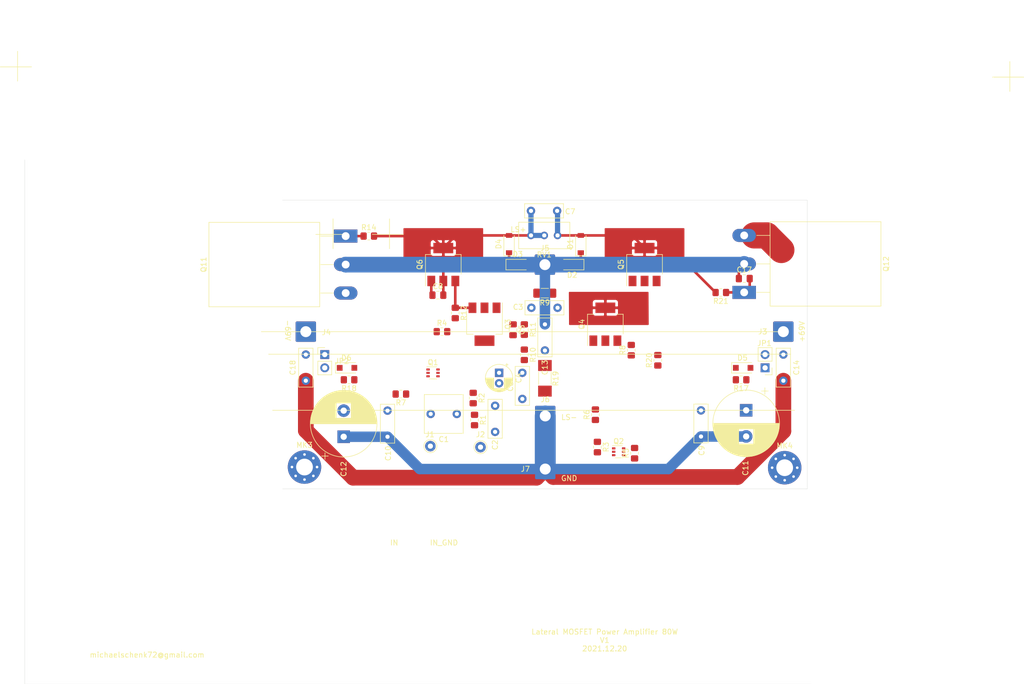
<source format=kicad_pcb>
(kicad_pcb (version 20171130) (host pcbnew "(5.1.12-1-10_14)")

  (general
    (thickness 1.6)
    (drawings 35)
    (tracks 56)
    (zones 0)
    (modules 60)
    (nets 34)
  )

  (page A4)
  (layers
    (0 F.Cu signal)
    (31 B.Cu signal)
    (32 B.Adhes user)
    (33 F.Adhes user)
    (34 B.Paste user)
    (35 F.Paste user)
    (36 B.SilkS user)
    (37 F.SilkS user)
    (38 B.Mask user)
    (39 F.Mask user)
    (40 Dwgs.User user)
    (41 Cmts.User user)
    (42 Eco1.User user)
    (43 Eco2.User user)
    (44 Edge.Cuts user)
    (45 Margin user)
    (46 B.CrtYd user)
    (47 F.CrtYd user)
    (48 B.Fab user)
    (49 F.Fab user)
  )

  (setup
    (last_trace_width 2)
    (user_trace_width 0.5)
    (user_trace_width 1)
    (user_trace_width 2)
    (user_trace_width 3)
    (user_trace_width 4)
    (user_trace_width 5)
    (trace_clearance 0.2)
    (zone_clearance 0.508)
    (zone_45_only no)
    (trace_min 0.2)
    (via_size 0.8)
    (via_drill 0.4)
    (via_min_size 0.4)
    (via_min_drill 0.3)
    (user_via 1 0.5)
    (uvia_size 0.3)
    (uvia_drill 0.1)
    (uvias_allowed no)
    (uvia_min_size 0.2)
    (uvia_min_drill 0.1)
    (edge_width 0.05)
    (segment_width 0.2)
    (pcb_text_width 0.3)
    (pcb_text_size 1.5 1.5)
    (mod_edge_width 0.12)
    (mod_text_size 1 1)
    (mod_text_width 0.15)
    (pad_size 1.524 1.524)
    (pad_drill 0.762)
    (pad_to_mask_clearance 0)
    (aux_axis_origin 0 0)
    (visible_elements FFFFFF7F)
    (pcbplotparams
      (layerselection 0x010f0_ffffffff)
      (usegerberextensions false)
      (usegerberattributes false)
      (usegerberadvancedattributes false)
      (creategerberjobfile false)
      (excludeedgelayer true)
      (linewidth 0.100000)
      (plotframeref false)
      (viasonmask false)
      (mode 1)
      (useauxorigin false)
      (hpglpennumber 1)
      (hpglpenspeed 20)
      (hpglpendiameter 15.000000)
      (psnegative false)
      (psa4output false)
      (plotreference true)
      (plotvalue false)
      (plotinvisibletext false)
      (padsonsilk true)
      (subtractmaskfromsilk false)
      (outputformat 1)
      (mirror false)
      (drillshape 0)
      (scaleselection 1)
      (outputdirectory "gerber/"))
  )

  (net 0 "")
  (net 1 "Net-(C1-Pad2)")
  (net 2 "Net-(C1-Pad1)")
  (net 3 GND)
  (net 4 "Net-(C2-Pad1)")
  (net 5 "Net-(C3-Pad2)")
  (net 6 "Net-(C3-Pad1)")
  (net 7 "Net-(C4-Pad1)")
  (net 8 "Net-(C5-Pad2)")
  (net 9 "Net-(C13-Pad1)")
  (net 10 "Net-(C7-Pad2)")
  (net 11 "Net-(C7-Pad1)")
  (net 12 "Net-(C8-Pad1)")
  (net 13 "Net-(C11-Pad1)")
  (net 14 "Net-(C10-Pad2)")
  (net 15 "Net-(C13-Pad2)")
  (net 16 "Net-(C17-Pad2)")
  (net 17 "Net-(D1-Pad1)")
  (net 18 "Net-(D3-Pad1)")
  (net 19 "Net-(D5-Pad2)")
  (net 20 "Net-(D5-Pad1)")
  (net 21 "Net-(D6-Pad2)")
  (net 22 "Net-(D6-Pad1)")
  (net 23 "Net-(Q1-Pad3)")
  (net 24 "Net-(Q11-Pad1)")
  (net 25 "Net-(C14-Pad1)")
  (net 26 "Net-(C18-Pad2)")
  (net 27 "Net-(Q1-Pad1)")
  (net 28 "Net-(Q2-Pad6)")
  (net 29 "Net-(Q3-Pad3)")
  (net 30 "Net-(Q4-Pad3)")
  (net 31 "Net-(Q5-Pad3)")
  (net 32 "Net-(Q2-Pad2)")
  (net 33 "Net-(Q2-Pad1)")

  (net_class Default "This is the default net class."
    (clearance 0.2)
    (trace_width 0.25)
    (via_dia 0.8)
    (via_drill 0.4)
    (uvia_dia 0.3)
    (uvia_drill 0.1)
    (add_net GND)
    (add_net "Net-(C1-Pad1)")
    (add_net "Net-(C1-Pad2)")
    (add_net "Net-(C10-Pad2)")
    (add_net "Net-(C11-Pad1)")
    (add_net "Net-(C13-Pad1)")
    (add_net "Net-(C13-Pad2)")
    (add_net "Net-(C14-Pad1)")
    (add_net "Net-(C17-Pad2)")
    (add_net "Net-(C18-Pad2)")
    (add_net "Net-(C2-Pad1)")
    (add_net "Net-(C3-Pad1)")
    (add_net "Net-(C3-Pad2)")
    (add_net "Net-(C4-Pad1)")
    (add_net "Net-(C5-Pad2)")
    (add_net "Net-(C7-Pad1)")
    (add_net "Net-(C7-Pad2)")
    (add_net "Net-(C8-Pad1)")
    (add_net "Net-(D1-Pad1)")
    (add_net "Net-(D3-Pad1)")
    (add_net "Net-(D5-Pad1)")
    (add_net "Net-(D5-Pad2)")
    (add_net "Net-(D6-Pad1)")
    (add_net "Net-(D6-Pad2)")
    (add_net "Net-(Q1-Pad1)")
    (add_net "Net-(Q1-Pad3)")
    (add_net "Net-(Q11-Pad1)")
    (add_net "Net-(Q2-Pad1)")
    (add_net "Net-(Q2-Pad2)")
    (add_net "Net-(Q2-Pad6)")
    (add_net "Net-(Q3-Pad3)")
    (add_net "Net-(Q4-Pad3)")
    (add_net "Net-(Q5-Pad3)")
  )

  (module Package_TO_SOT_SMD:SOT-363_SC-70-6 (layer F.Cu) (tedit 5A02FF57) (tstamp 61C35210)
    (at 173.482 92.71)
    (descr "SOT-363, SC-70-6")
    (tags "SOT-363 SC-70-6")
    (path /61C58AF5)
    (attr smd)
    (fp_text reference Q2 (at 0 -2) (layer F.SilkS)
      (effects (font (size 1 1) (thickness 0.15)))
    )
    (fp_text value BC856BS (at 0 2 180) (layer F.Fab)
      (effects (font (size 1 1) (thickness 0.15)))
    )
    (fp_line (start 0.7 -1.16) (end -1.2 -1.16) (layer F.SilkS) (width 0.12))
    (fp_line (start -0.7 1.16) (end 0.7 1.16) (layer F.SilkS) (width 0.12))
    (fp_line (start 1.6 1.4) (end 1.6 -1.4) (layer F.CrtYd) (width 0.05))
    (fp_line (start -1.6 -1.4) (end -1.6 1.4) (layer F.CrtYd) (width 0.05))
    (fp_line (start -1.6 -1.4) (end 1.6 -1.4) (layer F.CrtYd) (width 0.05))
    (fp_line (start 0.675 -1.1) (end -0.175 -1.1) (layer F.Fab) (width 0.1))
    (fp_line (start -0.675 -0.6) (end -0.675 1.1) (layer F.Fab) (width 0.1))
    (fp_line (start -1.6 1.4) (end 1.6 1.4) (layer F.CrtYd) (width 0.05))
    (fp_line (start 0.675 -1.1) (end 0.675 1.1) (layer F.Fab) (width 0.1))
    (fp_line (start 0.675 1.1) (end -0.675 1.1) (layer F.Fab) (width 0.1))
    (fp_line (start -0.175 -1.1) (end -0.675 -0.6) (layer F.Fab) (width 0.1))
    (fp_text user %R (at 0 0 90) (layer F.Fab)
      (effects (font (size 0.5 0.5) (thickness 0.075)))
    )
    (pad 6 smd rect (at 0.95 -0.65) (size 0.65 0.4) (layers F.Cu F.Paste F.Mask)
      (net 28 "Net-(Q2-Pad6)"))
    (pad 4 smd rect (at 0.95 0.65) (size 0.65 0.4) (layers F.Cu F.Paste F.Mask)
      (net 13 "Net-(C11-Pad1)"))
    (pad 2 smd rect (at -0.95 0) (size 0.65 0.4) (layers F.Cu F.Paste F.Mask)
      (net 32 "Net-(Q2-Pad2)"))
    (pad 5 smd rect (at 0.95 0) (size 0.65 0.4) (layers F.Cu F.Paste F.Mask)
      (net 33 "Net-(Q2-Pad1)"))
    (pad 3 smd rect (at -0.95 0.65) (size 0.65 0.4) (layers F.Cu F.Paste F.Mask)
      (net 32 "Net-(Q2-Pad2)"))
    (pad 1 smd rect (at -0.95 -0.65) (size 0.65 0.4) (layers F.Cu F.Paste F.Mask)
      (net 33 "Net-(Q2-Pad1)"))
    (model ${KISYS3DMOD}/Package_TO_SOT_SMD.3dshapes/SOT-363_SC-70-6.wrl
      (at (xyz 0 0 0))
      (scale (xyz 1 1 1))
      (rotate (xyz 0 0 0))
    )
  )

  (module Resistor_SMD:R_0805_2012Metric_Pad1.20x1.40mm_HandSolder (layer F.Cu) (tedit 5F68FEEE) (tstamp 61933B75)
    (at 176.53 92.98 90)
    (descr "Resistor SMD 0805 (2012 Metric), square (rectangular) end terminal, IPC_7351 nominal with elongated pad for handsoldering. (Body size source: IPC-SM-782 page 72, https://www.pcb-3d.com/wordpress/wp-content/uploads/ipc-sm-782a_amendment_1_and_2.pdf), generated with kicad-footprint-generator")
    (tags "resistor handsolder")
    (path /6192531F)
    (attr smd)
    (fp_text reference R5 (at 0 -1.65 90) (layer F.SilkS)
      (effects (font (size 1 1) (thickness 0.15)))
    )
    (fp_text value 680R (at 0 1.65 90) (layer F.Fab)
      (effects (font (size 1 1) (thickness 0.15)))
    )
    (fp_line (start -1 0.625) (end -1 -0.625) (layer F.Fab) (width 0.1))
    (fp_line (start -1 -0.625) (end 1 -0.625) (layer F.Fab) (width 0.1))
    (fp_line (start 1 -0.625) (end 1 0.625) (layer F.Fab) (width 0.1))
    (fp_line (start 1 0.625) (end -1 0.625) (layer F.Fab) (width 0.1))
    (fp_line (start -0.227064 -0.735) (end 0.227064 -0.735) (layer F.SilkS) (width 0.12))
    (fp_line (start -0.227064 0.735) (end 0.227064 0.735) (layer F.SilkS) (width 0.12))
    (fp_line (start -1.85 0.95) (end -1.85 -0.95) (layer F.CrtYd) (width 0.05))
    (fp_line (start -1.85 -0.95) (end 1.85 -0.95) (layer F.CrtYd) (width 0.05))
    (fp_line (start 1.85 -0.95) (end 1.85 0.95) (layer F.CrtYd) (width 0.05))
    (fp_line (start 1.85 0.95) (end -1.85 0.95) (layer F.CrtYd) (width 0.05))
    (fp_text user %R (at 0 0 90) (layer F.Fab)
      (effects (font (size 0.5 0.5) (thickness 0.08)))
    )
    (pad 2 smd roundrect (at 1 0 90) (size 1.2 1.4) (layers F.Cu F.Paste F.Mask) (roundrect_rratio 0.208333)
      (net 33 "Net-(Q2-Pad1)"))
    (pad 1 smd roundrect (at -1 0 90) (size 1.2 1.4) (layers F.Cu F.Paste F.Mask) (roundrect_rratio 0.208333)
      (net 13 "Net-(C11-Pad1)"))
    (model ${KISYS3DMOD}/Resistor_SMD.3dshapes/R_0805_2012Metric.wrl
      (at (xyz 0 0 0))
      (scale (xyz 1 1 1))
      (rotate (xyz 0 0 0))
    )
  )

  (module Resistor_SMD:R_0805_2012Metric_Pad1.20x1.40mm_HandSolder (layer F.Cu) (tedit 5F68FEEE) (tstamp 61933CE5)
    (at 193.024 62.23 180)
    (descr "Resistor SMD 0805 (2012 Metric), square (rectangular) end terminal, IPC_7351 nominal with elongated pad for handsoldering. (Body size source: IPC-SM-782 page 72, https://www.pcb-3d.com/wordpress/wp-content/uploads/ipc-sm-782a_amendment_1_and_2.pdf), generated with kicad-footprint-generator")
    (tags "resistor handsolder")
    (path /619C33BD)
    (attr smd)
    (fp_text reference R21 (at 0 -1.65 180) (layer F.SilkS)
      (effects (font (size 1 1) (thickness 0.15)))
    )
    (fp_text value 220R (at 0 1.65 180) (layer F.Fab)
      (effects (font (size 1 1) (thickness 0.15)))
    )
    (fp_line (start 1.85 0.95) (end -1.85 0.95) (layer F.CrtYd) (width 0.05))
    (fp_line (start 1.85 -0.95) (end 1.85 0.95) (layer F.CrtYd) (width 0.05))
    (fp_line (start -1.85 -0.95) (end 1.85 -0.95) (layer F.CrtYd) (width 0.05))
    (fp_line (start -1.85 0.95) (end -1.85 -0.95) (layer F.CrtYd) (width 0.05))
    (fp_line (start -0.227064 0.735) (end 0.227064 0.735) (layer F.SilkS) (width 0.12))
    (fp_line (start -0.227064 -0.735) (end 0.227064 -0.735) (layer F.SilkS) (width 0.12))
    (fp_line (start 1 0.625) (end -1 0.625) (layer F.Fab) (width 0.1))
    (fp_line (start 1 -0.625) (end 1 0.625) (layer F.Fab) (width 0.1))
    (fp_line (start -1 -0.625) (end 1 -0.625) (layer F.Fab) (width 0.1))
    (fp_line (start -1 0.625) (end -1 -0.625) (layer F.Fab) (width 0.1))
    (fp_text user %R (at 0 0 180) (layer F.Fab)
      (effects (font (size 0.5 0.5) (thickness 0.08)))
    )
    (pad 2 smd roundrect (at 1 0 180) (size 1.2 1.4) (layers F.Cu F.Paste F.Mask) (roundrect_rratio 0.208333)
      (net 10 "Net-(C7-Pad2)"))
    (pad 1 smd roundrect (at -1 0 180) (size 1.2 1.4) (layers F.Cu F.Paste F.Mask) (roundrect_rratio 0.208333)
      (net 16 "Net-(C17-Pad2)"))
    (model ${KISYS3DMOD}/Resistor_SMD.3dshapes/R_0805_2012Metric.wrl
      (at (xyz 0 0 0))
      (scale (xyz 1 1 1))
      (rotate (xyz 0 0 0))
    )
  )

  (module Resistor_SMD:R_0805_2012Metric_Pad1.20x1.40mm_HandSolder (layer F.Cu) (tedit 5F68FEEE) (tstamp 6192C461)
    (at 180.975 75.2 90)
    (descr "Resistor SMD 0805 (2012 Metric), square (rectangular) end terminal, IPC_7351 nominal with elongated pad for handsoldering. (Body size source: IPC-SM-782 page 72, https://www.pcb-3d.com/wordpress/wp-content/uploads/ipc-sm-782a_amendment_1_and_2.pdf), generated with kicad-footprint-generator")
    (tags "resistor handsolder")
    (path /619D631C)
    (attr smd)
    (fp_text reference R20 (at 0 -1.65 90) (layer F.SilkS)
      (effects (font (size 1 1) (thickness 0.15)))
    )
    (fp_text value 100R (at 0 1.65 90) (layer F.Fab)
      (effects (font (size 1 1) (thickness 0.15)))
    )
    (fp_line (start 1.85 0.95) (end -1.85 0.95) (layer F.CrtYd) (width 0.05))
    (fp_line (start 1.85 -0.95) (end 1.85 0.95) (layer F.CrtYd) (width 0.05))
    (fp_line (start -1.85 -0.95) (end 1.85 -0.95) (layer F.CrtYd) (width 0.05))
    (fp_line (start -1.85 0.95) (end -1.85 -0.95) (layer F.CrtYd) (width 0.05))
    (fp_line (start -0.227064 0.735) (end 0.227064 0.735) (layer F.SilkS) (width 0.12))
    (fp_line (start -0.227064 -0.735) (end 0.227064 -0.735) (layer F.SilkS) (width 0.12))
    (fp_line (start 1 0.625) (end -1 0.625) (layer F.Fab) (width 0.1))
    (fp_line (start 1 -0.625) (end 1 0.625) (layer F.Fab) (width 0.1))
    (fp_line (start -1 -0.625) (end 1 -0.625) (layer F.Fab) (width 0.1))
    (fp_line (start -1 0.625) (end -1 -0.625) (layer F.Fab) (width 0.1))
    (fp_text user %R (at 0 0 90) (layer F.Fab)
      (effects (font (size 0.5 0.5) (thickness 0.08)))
    )
    (pad 2 smd roundrect (at 1 0 90) (size 1.2 1.4) (layers F.Cu F.Paste F.Mask) (roundrect_rratio 0.208333)
      (net 31 "Net-(Q5-Pad3)"))
    (pad 1 smd roundrect (at -1 0 90) (size 1.2 1.4) (layers F.Cu F.Paste F.Mask) (roundrect_rratio 0.208333)
      (net 13 "Net-(C11-Pad1)"))
    (model ${KISYS3DMOD}/Resistor_SMD.3dshapes/R_0805_2012Metric.wrl
      (at (xyz 0 0 0))
      (scale (xyz 1 1 1))
      (rotate (xyz 0 0 0))
    )
  )

  (module Resistor_SMD:R_MELF_MMB-0207 (layer F.Cu) (tedit 58FE61C0) (tstamp 61933CB7)
    (at 159.385 78.65 270)
    (descr "Resistor, MELF, MMB-0207, http://www.vishay.com/docs/28713/melfprof.pdf")
    (tags "MELF Resistor")
    (path /61963E32)
    (attr smd)
    (fp_text reference R19 (at 0.05 -2.05 90) (layer F.SilkS)
      (effects (font (size 1 1) (thickness 0.15)))
    )
    (fp_text value 6.8R/1W (at 0 2.2 90) (layer F.Fab)
      (effects (font (size 1 1) (thickness 0.15)))
    )
    (fp_line (start 3.75 1.55) (end -3.75 1.55) (layer F.CrtYd) (width 0.05))
    (fp_line (start 3.75 1.55) (end 3.75 -1.55) (layer F.CrtYd) (width 0.05))
    (fp_line (start -3.75 -1.55) (end -3.75 1.55) (layer F.CrtYd) (width 0.05))
    (fp_line (start -3.75 -1.55) (end 3.75 -1.55) (layer F.CrtYd) (width 0.05))
    (fp_line (start 2.9 -1.1) (end -2.9 -1.1) (layer F.Fab) (width 0.12))
    (fp_line (start 2.9 1.1) (end 2.9 -1.1) (layer F.Fab) (width 0.12))
    (fp_line (start -2.9 1.1) (end 2.9 1.1) (layer F.Fab) (width 0.12))
    (fp_line (start -2.9 -1.1) (end -2.9 1.1) (layer F.Fab) (width 0.12))
    (fp_line (start -1.7 -1.1) (end -1.7 1.1) (layer F.Fab) (width 0.12))
    (fp_line (start 1.7 -1.1) (end 1.7 1.1) (layer F.Fab) (width 0.12))
    (fp_line (start 1.2 1.2) (end -1.2 1.2) (layer F.SilkS) (width 0.12))
    (fp_line (start 1.2 -1.2) (end -1.2 -1.2) (layer F.SilkS) (width 0.12))
    (fp_text user %R (at 0 0 90) (layer F.Fab)
      (effects (font (size 1 1) (thickness 0.15)))
    )
    (pad 2 smd rect (at 2.45 0 270) (size 2.1 2.6) (layers F.Cu F.Paste F.Mask)
      (net 3 GND))
    (pad 1 smd rect (at -2.45 0 270) (size 2.1 2.6) (layers F.Cu F.Paste F.Mask)
      (net 15 "Net-(C13-Pad2)"))
    (model ${KISYS3DMOD}/Resistor_SMD.3dshapes/R_MELF_MMB-0207.wrl
      (at (xyz 0 0 0))
      (scale (xyz 1 1 1))
      (rotate (xyz 0 0 0))
    )
  )

  (module Resistor_SMD:R_0805_2012Metric_Pad1.20x1.40mm_HandSolder (layer F.Cu) (tedit 5F68FEEE) (tstamp 61B2E85E)
    (at 121.936 78.9305 180)
    (descr "Resistor SMD 0805 (2012 Metric), square (rectangular) end terminal, IPC_7351 nominal with elongated pad for handsoldering. (Body size source: IPC-SM-782 page 72, https://www.pcb-3d.com/wordpress/wp-content/uploads/ipc-sm-782a_amendment_1_and_2.pdf), generated with kicad-footprint-generator")
    (tags "resistor handsolder")
    (path /6196E458)
    (attr smd)
    (fp_text reference R18 (at 0 -1.65) (layer F.SilkS)
      (effects (font (size 1 1) (thickness 0.15)))
    )
    (fp_text value 100R (at 0 1.65) (layer F.Fab)
      (effects (font (size 1 1) (thickness 0.15)))
    )
    (fp_line (start 1.85 0.95) (end -1.85 0.95) (layer F.CrtYd) (width 0.05))
    (fp_line (start 1.85 -0.95) (end 1.85 0.95) (layer F.CrtYd) (width 0.05))
    (fp_line (start -1.85 -0.95) (end 1.85 -0.95) (layer F.CrtYd) (width 0.05))
    (fp_line (start -1.85 0.95) (end -1.85 -0.95) (layer F.CrtYd) (width 0.05))
    (fp_line (start -0.227064 0.735) (end 0.227064 0.735) (layer F.SilkS) (width 0.12))
    (fp_line (start -0.227064 -0.735) (end 0.227064 -0.735) (layer F.SilkS) (width 0.12))
    (fp_line (start 1 0.625) (end -1 0.625) (layer F.Fab) (width 0.1))
    (fp_line (start 1 -0.625) (end 1 0.625) (layer F.Fab) (width 0.1))
    (fp_line (start -1 -0.625) (end 1 -0.625) (layer F.Fab) (width 0.1))
    (fp_line (start -1 0.625) (end -1 -0.625) (layer F.Fab) (width 0.1))
    (fp_text user %R (at 0 0) (layer F.Fab)
      (effects (font (size 0.5 0.5) (thickness 0.08)))
    )
    (pad 2 smd roundrect (at 1 0 180) (size 1.2 1.4) (layers F.Cu F.Paste F.Mask) (roundrect_rratio 0.208333)
      (net 14 "Net-(C10-Pad2)"))
    (pad 1 smd roundrect (at -1 0 180) (size 1.2 1.4) (layers F.Cu F.Paste F.Mask) (roundrect_rratio 0.208333)
      (net 21 "Net-(D6-Pad2)"))
    (model ${KISYS3DMOD}/Resistor_SMD.3dshapes/R_0805_2012Metric.wrl
      (at (xyz 0 0 0))
      (scale (xyz 1 1 1))
      (rotate (xyz 0 0 0))
    )
  )

  (module Resistor_SMD:R_0805_2012Metric_Pad1.20x1.40mm_HandSolder (layer F.Cu) (tedit 5F68FEEE) (tstamp 61933C89)
    (at 196.8975 78.9305 180)
    (descr "Resistor SMD 0805 (2012 Metric), square (rectangular) end terminal, IPC_7351 nominal with elongated pad for handsoldering. (Body size source: IPC-SM-782 page 72, https://www.pcb-3d.com/wordpress/wp-content/uploads/ipc-sm-782a_amendment_1_and_2.pdf), generated with kicad-footprint-generator")
    (tags "resistor handsolder")
    (path /619692A3)
    (attr smd)
    (fp_text reference R17 (at 0 -1.65) (layer F.SilkS)
      (effects (font (size 1 1) (thickness 0.15)))
    )
    (fp_text value 100R (at 0 1.65) (layer F.Fab)
      (effects (font (size 1 1) (thickness 0.15)))
    )
    (fp_line (start 1.85 0.95) (end -1.85 0.95) (layer F.CrtYd) (width 0.05))
    (fp_line (start 1.85 -0.95) (end 1.85 0.95) (layer F.CrtYd) (width 0.05))
    (fp_line (start -1.85 -0.95) (end 1.85 -0.95) (layer F.CrtYd) (width 0.05))
    (fp_line (start -1.85 0.95) (end -1.85 -0.95) (layer F.CrtYd) (width 0.05))
    (fp_line (start -0.227064 0.735) (end 0.227064 0.735) (layer F.SilkS) (width 0.12))
    (fp_line (start -0.227064 -0.735) (end 0.227064 -0.735) (layer F.SilkS) (width 0.12))
    (fp_line (start 1 0.625) (end -1 0.625) (layer F.Fab) (width 0.1))
    (fp_line (start 1 -0.625) (end 1 0.625) (layer F.Fab) (width 0.1))
    (fp_line (start -1 -0.625) (end 1 -0.625) (layer F.Fab) (width 0.1))
    (fp_line (start -1 0.625) (end -1 -0.625) (layer F.Fab) (width 0.1))
    (fp_text user %R (at 0 0) (layer F.Fab)
      (effects (font (size 0.5 0.5) (thickness 0.08)))
    )
    (pad 2 smd roundrect (at 1 0 180) (size 1.2 1.4) (layers F.Cu F.Paste F.Mask) (roundrect_rratio 0.208333)
      (net 20 "Net-(D5-Pad1)"))
    (pad 1 smd roundrect (at -1 0 180) (size 1.2 1.4) (layers F.Cu F.Paste F.Mask) (roundrect_rratio 0.208333)
      (net 13 "Net-(C11-Pad1)"))
    (model ${KISYS3DMOD}/Resistor_SMD.3dshapes/R_0805_2012Metric.wrl
      (at (xyz 0 0 0))
      (scale (xyz 1 1 1))
      (rotate (xyz 0 0 0))
    )
  )

  (module Resistor_SMD:R_0805_2012Metric_Pad1.20x1.40mm_HandSolder (layer F.Cu) (tedit 5F68FEEE) (tstamp 61933C44)
    (at 125.714 51.435)
    (descr "Resistor SMD 0805 (2012 Metric), square (rectangular) end terminal, IPC_7351 nominal with elongated pad for handsoldering. (Body size source: IPC-SM-782 page 72, https://www.pcb-3d.com/wordpress/wp-content/uploads/ipc-sm-782a_amendment_1_and_2.pdf), generated with kicad-footprint-generator")
    (tags "resistor handsolder")
    (path /6195CCDA)
    (attr smd)
    (fp_text reference R14 (at 0 -1.65 180) (layer F.SilkS)
      (effects (font (size 1 1) (thickness 0.15)))
    )
    (fp_text value 220R (at 0 1.65 180) (layer F.Fab)
      (effects (font (size 1 1) (thickness 0.15)))
    )
    (fp_line (start 1.85 0.95) (end -1.85 0.95) (layer F.CrtYd) (width 0.05))
    (fp_line (start 1.85 -0.95) (end 1.85 0.95) (layer F.CrtYd) (width 0.05))
    (fp_line (start -1.85 -0.95) (end 1.85 -0.95) (layer F.CrtYd) (width 0.05))
    (fp_line (start -1.85 0.95) (end -1.85 -0.95) (layer F.CrtYd) (width 0.05))
    (fp_line (start -0.227064 0.735) (end 0.227064 0.735) (layer F.SilkS) (width 0.12))
    (fp_line (start -0.227064 -0.735) (end 0.227064 -0.735) (layer F.SilkS) (width 0.12))
    (fp_line (start 1 0.625) (end -1 0.625) (layer F.Fab) (width 0.1))
    (fp_line (start 1 -0.625) (end 1 0.625) (layer F.Fab) (width 0.1))
    (fp_line (start -1 -0.625) (end 1 -0.625) (layer F.Fab) (width 0.1))
    (fp_line (start -1 0.625) (end -1 -0.625) (layer F.Fab) (width 0.1))
    (fp_text user %R (at 0 0 180) (layer F.Fab)
      (effects (font (size 0.5 0.5) (thickness 0.08)))
    )
    (pad 2 smd roundrect (at 1 0) (size 1.2 1.4) (layers F.Cu F.Paste F.Mask) (roundrect_rratio 0.208333)
      (net 11 "Net-(C7-Pad1)"))
    (pad 1 smd roundrect (at -1 0) (size 1.2 1.4) (layers F.Cu F.Paste F.Mask) (roundrect_rratio 0.208333)
      (net 24 "Net-(Q11-Pad1)"))
    (model ${KISYS3DMOD}/Resistor_SMD.3dshapes/R_0805_2012Metric.wrl
      (at (xyz 0 0 0))
      (scale (xyz 1 1 1))
      (rotate (xyz 0 0 0))
    )
  )

  (module Resistor_SMD:R_0805_2012Metric_Pad1.20x1.40mm_HandSolder (layer F.Cu) (tedit 5F68FEEE) (tstamp 61933C16)
    (at 142.24 66.151 270)
    (descr "Resistor SMD 0805 (2012 Metric), square (rectangular) end terminal, IPC_7351 nominal with elongated pad for handsoldering. (Body size source: IPC-SM-782 page 72, https://www.pcb-3d.com/wordpress/wp-content/uploads/ipc-sm-782a_amendment_1_and_2.pdf), generated with kicad-footprint-generator")
    (tags "resistor handsolder")
    (path /6194EA28)
    (attr smd)
    (fp_text reference R12 (at 0 -1.65 90) (layer F.SilkS)
      (effects (font (size 1 1) (thickness 0.15)))
    )
    (fp_text value 100R (at 0 1.65 90) (layer F.Fab)
      (effects (font (size 1 1) (thickness 0.15)))
    )
    (fp_line (start 1.85 0.95) (end -1.85 0.95) (layer F.CrtYd) (width 0.05))
    (fp_line (start 1.85 -0.95) (end 1.85 0.95) (layer F.CrtYd) (width 0.05))
    (fp_line (start -1.85 -0.95) (end 1.85 -0.95) (layer F.CrtYd) (width 0.05))
    (fp_line (start -1.85 0.95) (end -1.85 -0.95) (layer F.CrtYd) (width 0.05))
    (fp_line (start -0.227064 0.735) (end 0.227064 0.735) (layer F.SilkS) (width 0.12))
    (fp_line (start -0.227064 -0.735) (end 0.227064 -0.735) (layer F.SilkS) (width 0.12))
    (fp_line (start 1 0.625) (end -1 0.625) (layer F.Fab) (width 0.1))
    (fp_line (start 1 -0.625) (end 1 0.625) (layer F.Fab) (width 0.1))
    (fp_line (start -1 -0.625) (end 1 -0.625) (layer F.Fab) (width 0.1))
    (fp_line (start -1 0.625) (end -1 -0.625) (layer F.Fab) (width 0.1))
    (fp_text user %R (at 0 0 90) (layer F.Fab)
      (effects (font (size 0.5 0.5) (thickness 0.08)))
    )
    (pad 2 smd roundrect (at 1 0 270) (size 1.2 1.4) (layers F.Cu F.Paste F.Mask) (roundrect_rratio 0.208333)
      (net 14 "Net-(C10-Pad2)"))
    (pad 1 smd roundrect (at -1 0 270) (size 1.2 1.4) (layers F.Cu F.Paste F.Mask) (roundrect_rratio 0.208333)
      (net 29 "Net-(Q3-Pad3)"))
    (model ${KISYS3DMOD}/Resistor_SMD.3dshapes/R_0805_2012Metric.wrl
      (at (xyz 0 0 0))
      (scale (xyz 1 1 1))
      (rotate (xyz 0 0 0))
    )
  )

  (module Resistor_SMD:R_0805_2012Metric_Pad1.20x1.40mm_HandSolder (layer F.Cu) (tedit 5F68FEEE) (tstamp 61933BFF)
    (at 155.448 69.326 270)
    (descr "Resistor SMD 0805 (2012 Metric), square (rectangular) end terminal, IPC_7351 nominal with elongated pad for handsoldering. (Body size source: IPC-SM-782 page 72, https://www.pcb-3d.com/wordpress/wp-content/uploads/ipc-sm-782a_amendment_1_and_2.pdf), generated with kicad-footprint-generator")
    (tags "resistor handsolder")
    (path /6193C5D9)
    (attr smd)
    (fp_text reference R11 (at 0 -1.65 90) (layer F.SilkS)
      (effects (font (size 1 1) (thickness 0.15)))
    )
    (fp_text value 33k (at 0 1.65 90) (layer F.Fab)
      (effects (font (size 1 1) (thickness 0.15)))
    )
    (fp_line (start 1.85 0.95) (end -1.85 0.95) (layer F.CrtYd) (width 0.05))
    (fp_line (start 1.85 -0.95) (end 1.85 0.95) (layer F.CrtYd) (width 0.05))
    (fp_line (start -1.85 -0.95) (end 1.85 -0.95) (layer F.CrtYd) (width 0.05))
    (fp_line (start -1.85 0.95) (end -1.85 -0.95) (layer F.CrtYd) (width 0.05))
    (fp_line (start -0.227064 0.735) (end 0.227064 0.735) (layer F.SilkS) (width 0.12))
    (fp_line (start -0.227064 -0.735) (end 0.227064 -0.735) (layer F.SilkS) (width 0.12))
    (fp_line (start 1 0.625) (end -1 0.625) (layer F.Fab) (width 0.1))
    (fp_line (start 1 -0.625) (end 1 0.625) (layer F.Fab) (width 0.1))
    (fp_line (start -1 -0.625) (end 1 -0.625) (layer F.Fab) (width 0.1))
    (fp_line (start -1 0.625) (end -1 -0.625) (layer F.Fab) (width 0.1))
    (fp_text user %R (at 0 0 90) (layer F.Fab)
      (effects (font (size 0.5 0.5) (thickness 0.08)))
    )
    (pad 2 smd roundrect (at 1 0 270) (size 1.2 1.4) (layers F.Cu F.Paste F.Mask) (roundrect_rratio 0.208333)
      (net 8 "Net-(C5-Pad2)"))
    (pad 1 smd roundrect (at -1 0 270) (size 1.2 1.4) (layers F.Cu F.Paste F.Mask) (roundrect_rratio 0.208333)
      (net 9 "Net-(C13-Pad1)"))
    (model ${KISYS3DMOD}/Resistor_SMD.3dshapes/R_0805_2012Metric.wrl
      (at (xyz 0 0 0))
      (scale (xyz 1 1 1))
      (rotate (xyz 0 0 0))
    )
  )

  (module Resistor_SMD:R_0805_2012Metric_Pad1.20x1.40mm_HandSolder (layer F.Cu) (tedit 5F68FEEE) (tstamp 61933BE8)
    (at 155.448 74.152 270)
    (descr "Resistor SMD 0805 (2012 Metric), square (rectangular) end terminal, IPC_7351 nominal with elongated pad for handsoldering. (Body size source: IPC-SM-782 page 72, https://www.pcb-3d.com/wordpress/wp-content/uploads/ipc-sm-782a_amendment_1_and_2.pdf), generated with kicad-footprint-generator")
    (tags "resistor handsolder")
    (path /6192D229)
    (attr smd)
    (fp_text reference R10 (at 0 -1.65 90) (layer F.SilkS)
      (effects (font (size 1 1) (thickness 0.15)))
    )
    (fp_text value 1k (at 0 1.65 90) (layer F.Fab)
      (effects (font (size 1 1) (thickness 0.15)))
    )
    (fp_line (start 1.85 0.95) (end -1.85 0.95) (layer F.CrtYd) (width 0.05))
    (fp_line (start 1.85 -0.95) (end 1.85 0.95) (layer F.CrtYd) (width 0.05))
    (fp_line (start -1.85 -0.95) (end 1.85 -0.95) (layer F.CrtYd) (width 0.05))
    (fp_line (start -1.85 0.95) (end -1.85 -0.95) (layer F.CrtYd) (width 0.05))
    (fp_line (start -0.227064 0.735) (end 0.227064 0.735) (layer F.SilkS) (width 0.12))
    (fp_line (start -0.227064 -0.735) (end 0.227064 -0.735) (layer F.SilkS) (width 0.12))
    (fp_line (start 1 0.625) (end -1 0.625) (layer F.Fab) (width 0.1))
    (fp_line (start 1 -0.625) (end 1 0.625) (layer F.Fab) (width 0.1))
    (fp_line (start -1 -0.625) (end 1 -0.625) (layer F.Fab) (width 0.1))
    (fp_line (start -1 0.625) (end -1 -0.625) (layer F.Fab) (width 0.1))
    (fp_text user %R (at 0 0 90) (layer F.Fab)
      (effects (font (size 0.5 0.5) (thickness 0.08)))
    )
    (pad 2 smd roundrect (at 1 0 270) (size 1.2 1.4) (layers F.Cu F.Paste F.Mask) (roundrect_rratio 0.208333)
      (net 7 "Net-(C4-Pad1)"))
    (pad 1 smd roundrect (at -1 0 270) (size 1.2 1.4) (layers F.Cu F.Paste F.Mask) (roundrect_rratio 0.208333)
      (net 8 "Net-(C5-Pad2)"))
    (model ${KISYS3DMOD}/Resistor_SMD.3dshapes/R_0805_2012Metric.wrl
      (at (xyz 0 0 0))
      (scale (xyz 1 1 1))
      (rotate (xyz 0 0 0))
    )
  )

  (module Resistor_SMD:R_1206_3216Metric_Pad1.30x1.75mm_HandSolder (layer F.Cu) (tedit 5F68FEEE) (tstamp 61933BD1)
    (at 159.359 62.357 180)
    (descr "Resistor SMD 1206 (3216 Metric), square (rectangular) end terminal, IPC_7351 nominal with elongated pad for handsoldering. (Body size source: IPC-SM-782 page 72, https://www.pcb-3d.com/wordpress/wp-content/uploads/ipc-sm-782a_amendment_1_and_2.pdf), generated with kicad-footprint-generator")
    (tags "resistor handsolder")
    (path /6193BA72)
    (attr smd)
    (fp_text reference R9 (at 0 -1.82) (layer F.SilkS)
      (effects (font (size 1 1) (thickness 0.15)))
    )
    (fp_text value 12k/1W (at 0 1.82) (layer F.Fab)
      (effects (font (size 1 1) (thickness 0.15)))
    )
    (fp_line (start 2.45 1.12) (end -2.45 1.12) (layer F.CrtYd) (width 0.05))
    (fp_line (start 2.45 -1.12) (end 2.45 1.12) (layer F.CrtYd) (width 0.05))
    (fp_line (start -2.45 -1.12) (end 2.45 -1.12) (layer F.CrtYd) (width 0.05))
    (fp_line (start -2.45 1.12) (end -2.45 -1.12) (layer F.CrtYd) (width 0.05))
    (fp_line (start -0.727064 0.91) (end 0.727064 0.91) (layer F.SilkS) (width 0.12))
    (fp_line (start -0.727064 -0.91) (end 0.727064 -0.91) (layer F.SilkS) (width 0.12))
    (fp_line (start 1.6 0.8) (end -1.6 0.8) (layer F.Fab) (width 0.1))
    (fp_line (start 1.6 -0.8) (end 1.6 0.8) (layer F.Fab) (width 0.1))
    (fp_line (start -1.6 -0.8) (end 1.6 -0.8) (layer F.Fab) (width 0.1))
    (fp_line (start -1.6 0.8) (end -1.6 -0.8) (layer F.Fab) (width 0.1))
    (fp_text user %R (at 0 0) (layer F.Fab)
      (effects (font (size 0.8 0.8) (thickness 0.12)))
    )
    (pad 2 smd roundrect (at 1.55 0 180) (size 1.3 1.75) (layers F.Cu F.Paste F.Mask) (roundrect_rratio 0.192308)
      (net 5 "Net-(C3-Pad2)"))
    (pad 1 smd roundrect (at -1.55 0 180) (size 1.3 1.75) (layers F.Cu F.Paste F.Mask) (roundrect_rratio 0.192308)
      (net 6 "Net-(C3-Pad1)"))
    (model ${KISYS3DMOD}/Resistor_SMD.3dshapes/R_1206_3216Metric.wrl
      (at (xyz 0 0 0))
      (scale (xyz 1 1 1))
      (rotate (xyz 0 0 0))
    )
  )

  (module Resistor_SMD:R_0805_2012Metric_Pad1.20x1.40mm_HandSolder (layer F.Cu) (tedit 5F68FEEE) (tstamp 61C45B60)
    (at 175.895 73.263 90)
    (descr "Resistor SMD 0805 (2012 Metric), square (rectangular) end terminal, IPC_7351 nominal with elongated pad for handsoldering. (Body size source: IPC-SM-782 page 72, https://www.pcb-3d.com/wordpress/wp-content/uploads/ipc-sm-782a_amendment_1_and_2.pdf), generated with kicad-footprint-generator")
    (tags "resistor handsolder")
    (path /61927938)
    (attr smd)
    (fp_text reference R8 (at 0 -1.65 90) (layer F.SilkS)
      (effects (font (size 1 1) (thickness 0.15)))
    )
    (fp_text value 100R (at 0 1.65 90) (layer F.Fab)
      (effects (font (size 1 1) (thickness 0.15)))
    )
    (fp_line (start 1.85 0.95) (end -1.85 0.95) (layer F.CrtYd) (width 0.05))
    (fp_line (start 1.85 -0.95) (end 1.85 0.95) (layer F.CrtYd) (width 0.05))
    (fp_line (start -1.85 -0.95) (end 1.85 -0.95) (layer F.CrtYd) (width 0.05))
    (fp_line (start -1.85 0.95) (end -1.85 -0.95) (layer F.CrtYd) (width 0.05))
    (fp_line (start -0.227064 0.735) (end 0.227064 0.735) (layer F.SilkS) (width 0.12))
    (fp_line (start -0.227064 -0.735) (end 0.227064 -0.735) (layer F.SilkS) (width 0.12))
    (fp_line (start 1 0.625) (end -1 0.625) (layer F.Fab) (width 0.1))
    (fp_line (start 1 -0.625) (end 1 0.625) (layer F.Fab) (width 0.1))
    (fp_line (start -1 -0.625) (end 1 -0.625) (layer F.Fab) (width 0.1))
    (fp_line (start -1 0.625) (end -1 -0.625) (layer F.Fab) (width 0.1))
    (fp_text user %R (at 0 0 90) (layer F.Fab)
      (effects (font (size 0.5 0.5) (thickness 0.08)))
    )
    (pad 2 smd roundrect (at 1 0 90) (size 1.2 1.4) (layers F.Cu F.Paste F.Mask) (roundrect_rratio 0.208333)
      (net 30 "Net-(Q4-Pad3)"))
    (pad 1 smd roundrect (at -1 0 90) (size 1.2 1.4) (layers F.Cu F.Paste F.Mask) (roundrect_rratio 0.208333)
      (net 13 "Net-(C11-Pad1)"))
    (model ${KISYS3DMOD}/Resistor_SMD.3dshapes/R_0805_2012Metric.wrl
      (at (xyz 0 0 0))
      (scale (xyz 1 1 1))
      (rotate (xyz 0 0 0))
    )
  )

  (module Resistor_SMD:R_0805_2012Metric_Pad1.20x1.40mm_HandSolder (layer F.Cu) (tedit 5F68FEEE) (tstamp 61B368C6)
    (at 131.842 81.661 180)
    (descr "Resistor SMD 0805 (2012 Metric), square (rectangular) end terminal, IPC_7351 nominal with elongated pad for handsoldering. (Body size source: IPC-SM-782 page 72, https://www.pcb-3d.com/wordpress/wp-content/uploads/ipc-sm-782a_amendment_1_and_2.pdf), generated with kicad-footprint-generator")
    (tags "resistor handsolder")
    (path /61934148)
    (attr smd)
    (fp_text reference R7 (at 0 -1.65) (layer F.SilkS)
      (effects (font (size 1 1) (thickness 0.15)))
    )
    (fp_text value 3k9 (at 0 1.65) (layer F.Fab)
      (effects (font (size 1 1) (thickness 0.15)))
    )
    (fp_line (start 1.85 0.95) (end -1.85 0.95) (layer F.CrtYd) (width 0.05))
    (fp_line (start 1.85 -0.95) (end 1.85 0.95) (layer F.CrtYd) (width 0.05))
    (fp_line (start -1.85 -0.95) (end 1.85 -0.95) (layer F.CrtYd) (width 0.05))
    (fp_line (start -1.85 0.95) (end -1.85 -0.95) (layer F.CrtYd) (width 0.05))
    (fp_line (start -0.227064 0.735) (end 0.227064 0.735) (layer F.SilkS) (width 0.12))
    (fp_line (start -0.227064 -0.735) (end 0.227064 -0.735) (layer F.SilkS) (width 0.12))
    (fp_line (start 1 0.625) (end -1 0.625) (layer F.Fab) (width 0.1))
    (fp_line (start 1 -0.625) (end 1 0.625) (layer F.Fab) (width 0.1))
    (fp_line (start -1 -0.625) (end 1 -0.625) (layer F.Fab) (width 0.1))
    (fp_line (start -1 0.625) (end -1 -0.625) (layer F.Fab) (width 0.1))
    (fp_text user %R (at 0 0) (layer F.Fab)
      (effects (font (size 0.5 0.5) (thickness 0.08)))
    )
    (pad 2 smd roundrect (at 1 0 180) (size 1.2 1.4) (layers F.Cu F.Paste F.Mask) (roundrect_rratio 0.208333)
      (net 14 "Net-(C10-Pad2)"))
    (pad 1 smd roundrect (at -1 0 180) (size 1.2 1.4) (layers F.Cu F.Paste F.Mask) (roundrect_rratio 0.208333)
      (net 23 "Net-(Q1-Pad3)"))
    (model ${KISYS3DMOD}/Resistor_SMD.3dshapes/R_0805_2012Metric.wrl
      (at (xyz 0 0 0))
      (scale (xyz 1 1 1))
      (rotate (xyz 0 0 0))
    )
  )

  (module Resistor_SMD:R_0805_2012Metric_Pad1.20x1.40mm_HandSolder (layer F.Cu) (tedit 5F68FEEE) (tstamp 61933B8C)
    (at 169.037 85.614 90)
    (descr "Resistor SMD 0805 (2012 Metric), square (rectangular) end terminal, IPC_7351 nominal with elongated pad for handsoldering. (Body size source: IPC-SM-782 page 72, https://www.pcb-3d.com/wordpress/wp-content/uploads/ipc-sm-782a_amendment_1_and_2.pdf), generated with kicad-footprint-generator")
    (tags "resistor handsolder")
    (path /6191F500)
    (attr smd)
    (fp_text reference R6 (at 0 -1.65 90) (layer F.SilkS)
      (effects (font (size 1 1) (thickness 0.15)))
    )
    (fp_text value 22k (at 0 1.65 90) (layer F.Fab)
      (effects (font (size 1 1) (thickness 0.15)))
    )
    (fp_line (start 1.85 0.95) (end -1.85 0.95) (layer F.CrtYd) (width 0.05))
    (fp_line (start 1.85 -0.95) (end 1.85 0.95) (layer F.CrtYd) (width 0.05))
    (fp_line (start -1.85 -0.95) (end 1.85 -0.95) (layer F.CrtYd) (width 0.05))
    (fp_line (start -1.85 0.95) (end -1.85 -0.95) (layer F.CrtYd) (width 0.05))
    (fp_line (start -0.227064 0.735) (end 0.227064 0.735) (layer F.SilkS) (width 0.12))
    (fp_line (start -0.227064 -0.735) (end 0.227064 -0.735) (layer F.SilkS) (width 0.12))
    (fp_line (start 1 0.625) (end -1 0.625) (layer F.Fab) (width 0.1))
    (fp_line (start 1 -0.625) (end 1 0.625) (layer F.Fab) (width 0.1))
    (fp_line (start -1 -0.625) (end 1 -0.625) (layer F.Fab) (width 0.1))
    (fp_line (start -1 0.625) (end -1 -0.625) (layer F.Fab) (width 0.1))
    (fp_text user %R (at 0 0 90) (layer F.Fab)
      (effects (font (size 0.5 0.5) (thickness 0.08)))
    )
    (pad 2 smd roundrect (at 1 0 90) (size 1.2 1.4) (layers F.Cu F.Paste F.Mask) (roundrect_rratio 0.208333)
      (net 27 "Net-(Q1-Pad1)"))
    (pad 1 smd roundrect (at -1 0 90) (size 1.2 1.4) (layers F.Cu F.Paste F.Mask) (roundrect_rratio 0.208333)
      (net 28 "Net-(Q2-Pad6)"))
    (model ${KISYS3DMOD}/Resistor_SMD.3dshapes/R_0805_2012Metric.wrl
      (at (xyz 0 0 0))
      (scale (xyz 1 1 1))
      (rotate (xyz 0 0 0))
    )
  )

  (module Resistor_SMD:R_0805_2012Metric_Pad1.20x1.40mm_HandSolder (layer F.Cu) (tedit 5F68FEEE) (tstamp 61B3CE0D)
    (at 139.7 69.723)
    (descr "Resistor SMD 0805 (2012 Metric), square (rectangular) end terminal, IPC_7351 nominal with elongated pad for handsoldering. (Body size source: IPC-SM-782 page 72, https://www.pcb-3d.com/wordpress/wp-content/uploads/ipc-sm-782a_amendment_1_and_2.pdf), generated with kicad-footprint-generator")
    (tags "resistor handsolder")
    (path /61935443)
    (attr smd)
    (fp_text reference R4 (at 0 -1.65) (layer F.SilkS)
      (effects (font (size 1 1) (thickness 0.15)))
    )
    (fp_text value 3k9 (at 0 1.65) (layer F.Fab)
      (effects (font (size 1 1) (thickness 0.15)))
    )
    (fp_line (start 1.85 0.95) (end -1.85 0.95) (layer F.CrtYd) (width 0.05))
    (fp_line (start 1.85 -0.95) (end 1.85 0.95) (layer F.CrtYd) (width 0.05))
    (fp_line (start -1.85 -0.95) (end 1.85 -0.95) (layer F.CrtYd) (width 0.05))
    (fp_line (start -1.85 0.95) (end -1.85 -0.95) (layer F.CrtYd) (width 0.05))
    (fp_line (start -0.227064 0.735) (end 0.227064 0.735) (layer F.SilkS) (width 0.12))
    (fp_line (start -0.227064 -0.735) (end 0.227064 -0.735) (layer F.SilkS) (width 0.12))
    (fp_line (start 1 0.625) (end -1 0.625) (layer F.Fab) (width 0.1))
    (fp_line (start 1 -0.625) (end 1 0.625) (layer F.Fab) (width 0.1))
    (fp_line (start -1 -0.625) (end 1 -0.625) (layer F.Fab) (width 0.1))
    (fp_line (start -1 0.625) (end -1 -0.625) (layer F.Fab) (width 0.1))
    (fp_text user %R (at 0 0) (layer F.Fab)
      (effects (font (size 0.5 0.5) (thickness 0.08)))
    )
    (pad 2 smd roundrect (at 1 0) (size 1.2 1.4) (layers F.Cu F.Paste F.Mask) (roundrect_rratio 0.208333)
      (net 14 "Net-(C10-Pad2)"))
    (pad 1 smd roundrect (at -1 0) (size 1.2 1.4) (layers F.Cu F.Paste F.Mask) (roundrect_rratio 0.208333)
      (net 12 "Net-(C8-Pad1)"))
    (model ${KISYS3DMOD}/Resistor_SMD.3dshapes/R_0805_2012Metric.wrl
      (at (xyz 0 0 0))
      (scale (xyz 1 1 1))
      (rotate (xyz 0 0 0))
    )
  )

  (module Resistor_SMD:R_0805_2012Metric_Pad1.20x1.40mm_HandSolder (layer F.Cu) (tedit 5F68FEEE) (tstamp 61933B47)
    (at 169.418 91.805 270)
    (descr "Resistor SMD 0805 (2012 Metric), square (rectangular) end terminal, IPC_7351 nominal with elongated pad for handsoldering. (Body size source: IPC-SM-782 page 72, https://www.pcb-3d.com/wordpress/wp-content/uploads/ipc-sm-782a_amendment_1_and_2.pdf), generated with kicad-footprint-generator")
    (tags "resistor handsolder")
    (path /61922F14)
    (attr smd)
    (fp_text reference R3 (at 0 -1.65 90) (layer F.SilkS)
      (effects (font (size 1 1) (thickness 0.15)))
    )
    (fp_text value 22k (at 0 1.65 90) (layer F.Fab)
      (effects (font (size 1 1) (thickness 0.15)))
    )
    (fp_line (start 1.85 0.95) (end -1.85 0.95) (layer F.CrtYd) (width 0.05))
    (fp_line (start 1.85 -0.95) (end 1.85 0.95) (layer F.CrtYd) (width 0.05))
    (fp_line (start -1.85 -0.95) (end 1.85 -0.95) (layer F.CrtYd) (width 0.05))
    (fp_line (start -1.85 0.95) (end -1.85 -0.95) (layer F.CrtYd) (width 0.05))
    (fp_line (start -0.227064 0.735) (end 0.227064 0.735) (layer F.SilkS) (width 0.12))
    (fp_line (start -0.227064 -0.735) (end 0.227064 -0.735) (layer F.SilkS) (width 0.12))
    (fp_line (start 1 0.625) (end -1 0.625) (layer F.Fab) (width 0.1))
    (fp_line (start 1 -0.625) (end 1 0.625) (layer F.Fab) (width 0.1))
    (fp_line (start -1 -0.625) (end 1 -0.625) (layer F.Fab) (width 0.1))
    (fp_line (start -1 0.625) (end -1 -0.625) (layer F.Fab) (width 0.1))
    (fp_text user %R (at 0 0 90) (layer F.Fab)
      (effects (font (size 0.5 0.5) (thickness 0.08)))
    )
    (pad 2 smd roundrect (at 1 0 270) (size 1.2 1.4) (layers F.Cu F.Paste F.Mask) (roundrect_rratio 0.208333)
      (net 3 GND))
    (pad 1 smd roundrect (at -1 0 270) (size 1.2 1.4) (layers F.Cu F.Paste F.Mask) (roundrect_rratio 0.208333)
      (net 32 "Net-(Q2-Pad2)"))
    (model ${KISYS3DMOD}/Resistor_SMD.3dshapes/R_0805_2012Metric.wrl
      (at (xyz 0 0 0))
      (scale (xyz 1 1 1))
      (rotate (xyz 0 0 0))
    )
  )

  (module Resistor_SMD:R_0805_2012Metric_Pad1.20x1.40mm_HandSolder (layer F.Cu) (tedit 5F68FEEE) (tstamp 61933B30)
    (at 145.669 82.423 270)
    (descr "Resistor SMD 0805 (2012 Metric), square (rectangular) end terminal, IPC_7351 nominal with elongated pad for handsoldering. (Body size source: IPC-SM-782 page 72, https://www.pcb-3d.com/wordpress/wp-content/uploads/ipc-sm-782a_amendment_1_and_2.pdf), generated with kicad-footprint-generator")
    (tags "resistor handsolder")
    (path /619178B7)
    (attr smd)
    (fp_text reference R2 (at 0 -1.65 90) (layer F.SilkS)
      (effects (font (size 1 1) (thickness 0.15)))
    )
    (fp_text value 1k (at 0 1.65 90) (layer F.Fab)
      (effects (font (size 1 1) (thickness 0.15)))
    )
    (fp_line (start 1.85 0.95) (end -1.85 0.95) (layer F.CrtYd) (width 0.05))
    (fp_line (start 1.85 -0.95) (end 1.85 0.95) (layer F.CrtYd) (width 0.05))
    (fp_line (start -1.85 -0.95) (end 1.85 -0.95) (layer F.CrtYd) (width 0.05))
    (fp_line (start -1.85 0.95) (end -1.85 -0.95) (layer F.CrtYd) (width 0.05))
    (fp_line (start -0.227064 0.735) (end 0.227064 0.735) (layer F.SilkS) (width 0.12))
    (fp_line (start -0.227064 -0.735) (end 0.227064 -0.735) (layer F.SilkS) (width 0.12))
    (fp_line (start 1 0.625) (end -1 0.625) (layer F.Fab) (width 0.1))
    (fp_line (start 1 -0.625) (end 1 0.625) (layer F.Fab) (width 0.1))
    (fp_line (start -1 -0.625) (end 1 -0.625) (layer F.Fab) (width 0.1))
    (fp_line (start -1 0.625) (end -1 -0.625) (layer F.Fab) (width 0.1))
    (fp_text user %R (at 0 0 90) (layer F.Fab)
      (effects (font (size 0.5 0.5) (thickness 0.08)))
    )
    (pad 2 smd roundrect (at 1 0 270) (size 1.2 1.4) (layers F.Cu F.Paste F.Mask) (roundrect_rratio 0.208333)
      (net 2 "Net-(C1-Pad1)"))
    (pad 1 smd roundrect (at -1 0 270) (size 1.2 1.4) (layers F.Cu F.Paste F.Mask) (roundrect_rratio 0.208333)
      (net 4 "Net-(C2-Pad1)"))
    (model ${KISYS3DMOD}/Resistor_SMD.3dshapes/R_0805_2012Metric.wrl
      (at (xyz 0 0 0))
      (scale (xyz 1 1 1))
      (rotate (xyz 0 0 0))
    )
  )

  (module Resistor_SMD:R_0805_2012Metric_Pad1.20x1.40mm_HandSolder (layer F.Cu) (tedit 5F68FEEE) (tstamp 61933B19)
    (at 145.923 86.63 270)
    (descr "Resistor SMD 0805 (2012 Metric), square (rectangular) end terminal, IPC_7351 nominal with elongated pad for handsoldering. (Body size source: IPC-SM-782 page 72, https://www.pcb-3d.com/wordpress/wp-content/uploads/ipc-sm-782a_amendment_1_and_2.pdf), generated with kicad-footprint-generator")
    (tags "resistor handsolder")
    (path /6191EAAF)
    (attr smd)
    (fp_text reference R1 (at 0 -1.65 90) (layer F.SilkS)
      (effects (font (size 1 1) (thickness 0.15)))
    )
    (fp_text value 33k (at 0 1.65 90) (layer F.Fab)
      (effects (font (size 1 1) (thickness 0.15)))
    )
    (fp_line (start 1.85 0.95) (end -1.85 0.95) (layer F.CrtYd) (width 0.05))
    (fp_line (start 1.85 -0.95) (end 1.85 0.95) (layer F.CrtYd) (width 0.05))
    (fp_line (start -1.85 -0.95) (end 1.85 -0.95) (layer F.CrtYd) (width 0.05))
    (fp_line (start -1.85 0.95) (end -1.85 -0.95) (layer F.CrtYd) (width 0.05))
    (fp_line (start -0.227064 0.735) (end 0.227064 0.735) (layer F.SilkS) (width 0.12))
    (fp_line (start -0.227064 -0.735) (end 0.227064 -0.735) (layer F.SilkS) (width 0.12))
    (fp_line (start 1 0.625) (end -1 0.625) (layer F.Fab) (width 0.1))
    (fp_line (start 1 -0.625) (end 1 0.625) (layer F.Fab) (width 0.1))
    (fp_line (start -1 -0.625) (end 1 -0.625) (layer F.Fab) (width 0.1))
    (fp_line (start -1 0.625) (end -1 -0.625) (layer F.Fab) (width 0.1))
    (fp_text user %R (at 0 0 90) (layer F.Fab)
      (effects (font (size 0.5 0.5) (thickness 0.08)))
    )
    (pad 2 smd roundrect (at 1 0 270) (size 1.2 1.4) (layers F.Cu F.Paste F.Mask) (roundrect_rratio 0.208333)
      (net 3 GND))
    (pad 1 smd roundrect (at -1 0 270) (size 1.2 1.4) (layers F.Cu F.Paste F.Mask) (roundrect_rratio 0.208333)
      (net 2 "Net-(C1-Pad1)"))
    (model ${KISYS3DMOD}/Resistor_SMD.3dshapes/R_0805_2012Metric.wrl
      (at (xyz 0 0 0))
      (scale (xyz 1 1 1))
      (rotate (xyz 0 0 0))
    )
  )

  (module Package_TO_SOT_THT:TO-247-3_Horizontal_TabUp (layer F.Cu) (tedit 5AC86DC3) (tstamp 61933B02)
    (at 197.485 62.208 90)
    (descr "TO-247-3, Horizontal, RM 5.45mm, see https://toshiba.semicon-storage.com/us/product/mosfet/to-247-4l.html")
    (tags "TO-247-3 Horizontal RM 5.45mm")
    (path /619C3887)
    (fp_text reference Q12 (at 5.45 27.15 90) (layer F.SilkS)
      (effects (font (size 1 1) (thickness 0.15)))
    )
    (fp_text value ECX10N20 (at 5.45 -3.25 90) (layer F.Fab)
      (effects (font (size 1 1) (thickness 0.15)))
    )
    (fp_line (start 13.65 -2.5) (end -2.75 -2.5) (layer F.CrtYd) (width 0.05))
    (fp_line (start 13.65 26.28) (end 13.65 -2.5) (layer F.CrtYd) (width 0.05))
    (fp_line (start -2.75 26.28) (end 13.65 26.28) (layer F.CrtYd) (width 0.05))
    (fp_line (start -2.75 -2.5) (end -2.75 26.28) (layer F.CrtYd) (width 0.05))
    (fp_line (start 10.9 2.4) (end 10.9 4.96) (layer F.SilkS) (width 0.12))
    (fp_line (start 5.45 2.4) (end 5.45 4.96) (layer F.SilkS) (width 0.12))
    (fp_line (start 0 2.4) (end 0 4.96) (layer F.SilkS) (width 0.12))
    (fp_line (start 13.52 4.96) (end 13.52 26.15) (layer F.SilkS) (width 0.12))
    (fp_line (start -2.62 4.96) (end -2.62 26.15) (layer F.SilkS) (width 0.12))
    (fp_line (start -2.62 26.15) (end 13.52 26.15) (layer F.SilkS) (width 0.12))
    (fp_line (start -2.62 4.96) (end 13.52 4.96) (layer F.SilkS) (width 0.12))
    (fp_line (start 10.9 5.08) (end 10.9 0) (layer F.Fab) (width 0.1))
    (fp_line (start 5.45 5.08) (end 5.45 0) (layer F.Fab) (width 0.1))
    (fp_line (start 0 5.08) (end 0 0) (layer F.Fab) (width 0.1))
    (fp_line (start 13.4 5.08) (end -2.5 5.08) (layer F.Fab) (width 0.1))
    (fp_line (start 13.4 26.03) (end 13.4 5.08) (layer F.Fab) (width 0.1))
    (fp_line (start -2.5 26.03) (end 13.4 26.03) (layer F.Fab) (width 0.1))
    (fp_line (start -2.5 5.08) (end -2.5 26.03) (layer F.Fab) (width 0.1))
    (fp_circle (center 5.45 19.86) (end 7.255 19.86) (layer F.Fab) (width 0.1))
    (fp_text user %R (at 5.45 27.15 90) (layer F.Fab)
      (effects (font (size 1 1) (thickness 0.15)))
    )
    (pad 3 thru_hole oval (at 10.9 0 90) (size 2.5 4.5) (drill 1.5) (layers *.Cu *.Mask)
      (net 25 "Net-(C14-Pad1)"))
    (pad 2 thru_hole oval (at 5.45 0 90) (size 2.5 4.5) (drill 1.5) (layers *.Cu *.Mask)
      (net 9 "Net-(C13-Pad1)"))
    (pad 1 thru_hole rect (at 0 0 90) (size 2.5 4.5) (drill 1.5) (layers *.Cu *.Mask)
      (net 16 "Net-(C17-Pad2)"))
    (pad "" np_thru_hole oval (at 5.45 19.86 90) (size 3.6 3.6) (drill 3.6) (layers *.Cu *.Mask))
    (model ${KISYS3DMOD}/Package_TO_SOT_THT.3dshapes/TO-247-3_Horizontal_TabUp.wrl
      (at (xyz 0 0 0))
      (scale (xyz 1 1 1))
      (rotate (xyz 0 0 0))
    )
  )

  (module Package_TO_SOT_THT:TO-247-3_Horizontal_TabUp (layer F.Cu) (tedit 5AC86DC3) (tstamp 61933AE6)
    (at 121.285 51.435 270)
    (descr "TO-247-3, Horizontal, RM 5.45mm, see https://toshiba.semicon-storage.com/us/product/mosfet/to-247-4l.html")
    (tags "TO-247-3 Horizontal RM 5.45mm")
    (path /6196050C)
    (fp_text reference Q11 (at 5.45 27.15 90) (layer F.SilkS)
      (effects (font (size 1 1) (thickness 0.15)))
    )
    (fp_text value ECX10P20 (at 5.45 -3.25 90) (layer F.Fab)
      (effects (font (size 1 1) (thickness 0.15)))
    )
    (fp_line (start 13.65 -2.5) (end -2.75 -2.5) (layer F.CrtYd) (width 0.05))
    (fp_line (start 13.65 26.28) (end 13.65 -2.5) (layer F.CrtYd) (width 0.05))
    (fp_line (start -2.75 26.28) (end 13.65 26.28) (layer F.CrtYd) (width 0.05))
    (fp_line (start -2.75 -2.5) (end -2.75 26.28) (layer F.CrtYd) (width 0.05))
    (fp_line (start 10.9 2.4) (end 10.9 4.96) (layer F.SilkS) (width 0.12))
    (fp_line (start 5.45 2.4) (end 5.45 4.96) (layer F.SilkS) (width 0.12))
    (fp_line (start 0 2.4) (end 0 4.96) (layer F.SilkS) (width 0.12))
    (fp_line (start 13.52 4.96) (end 13.52 26.15) (layer F.SilkS) (width 0.12))
    (fp_line (start -2.62 4.96) (end -2.62 26.15) (layer F.SilkS) (width 0.12))
    (fp_line (start -2.62 26.15) (end 13.52 26.15) (layer F.SilkS) (width 0.12))
    (fp_line (start -2.62 4.96) (end 13.52 4.96) (layer F.SilkS) (width 0.12))
    (fp_line (start 10.9 5.08) (end 10.9 0) (layer F.Fab) (width 0.1))
    (fp_line (start 5.45 5.08) (end 5.45 0) (layer F.Fab) (width 0.1))
    (fp_line (start 0 5.08) (end 0 0) (layer F.Fab) (width 0.1))
    (fp_line (start 13.4 5.08) (end -2.5 5.08) (layer F.Fab) (width 0.1))
    (fp_line (start 13.4 26.03) (end 13.4 5.08) (layer F.Fab) (width 0.1))
    (fp_line (start -2.5 26.03) (end 13.4 26.03) (layer F.Fab) (width 0.1))
    (fp_line (start -2.5 5.08) (end -2.5 26.03) (layer F.Fab) (width 0.1))
    (fp_circle (center 5.45 19.86) (end 7.255 19.86) (layer F.Fab) (width 0.1))
    (fp_text user %R (at 5.45 27.15 90) (layer F.Fab)
      (effects (font (size 1 1) (thickness 0.15)))
    )
    (pad 3 thru_hole oval (at 10.9 0 270) (size 2.5 4.5) (drill 1.5) (layers *.Cu *.Mask)
      (net 26 "Net-(C18-Pad2)"))
    (pad 2 thru_hole oval (at 5.45 0 270) (size 2.5 4.5) (drill 1.5) (layers *.Cu *.Mask)
      (net 9 "Net-(C13-Pad1)"))
    (pad 1 thru_hole rect (at 0 0 270) (size 2.5 4.5) (drill 1.5) (layers *.Cu *.Mask)
      (net 24 "Net-(Q11-Pad1)"))
    (pad "" np_thru_hole oval (at 5.45 19.86 270) (size 3.6 3.6) (drill 3.6) (layers *.Cu *.Mask))
    (model ${KISYS3DMOD}/Package_TO_SOT_THT.3dshapes/TO-247-3_Horizontal_TabUp.wrl
      (at (xyz 0 0 0))
      (scale (xyz 1 1 1))
      (rotate (xyz 0 0 0))
    )
  )

  (module Package_TO_SOT_SMD:SOT-223-3_TabPin2 (layer F.Cu) (tedit 5A02FF57) (tstamp 61C1079D)
    (at 139.954 56.871 90)
    (descr "module CMS SOT223 4 pins")
    (tags "CMS SOT")
    (path /61D01387)
    (attr smd)
    (fp_text reference Q6 (at 0 -4.5 90) (layer F.SilkS)
      (effects (font (size 1 1) (thickness 0.15)))
    )
    (fp_text value DZT5551 (at 0 4.5 90) (layer F.Fab)
      (effects (font (size 1 1) (thickness 0.15)))
    )
    (fp_line (start 1.85 -3.35) (end 1.85 3.35) (layer F.Fab) (width 0.1))
    (fp_line (start -1.85 3.35) (end 1.85 3.35) (layer F.Fab) (width 0.1))
    (fp_line (start -4.1 -3.41) (end 1.91 -3.41) (layer F.SilkS) (width 0.12))
    (fp_line (start -0.85 -3.35) (end 1.85 -3.35) (layer F.Fab) (width 0.1))
    (fp_line (start -1.85 3.41) (end 1.91 3.41) (layer F.SilkS) (width 0.12))
    (fp_line (start -1.85 -2.35) (end -1.85 3.35) (layer F.Fab) (width 0.1))
    (fp_line (start -1.85 -2.35) (end -0.85 -3.35) (layer F.Fab) (width 0.1))
    (fp_line (start -4.4 -3.6) (end -4.4 3.6) (layer F.CrtYd) (width 0.05))
    (fp_line (start -4.4 3.6) (end 4.4 3.6) (layer F.CrtYd) (width 0.05))
    (fp_line (start 4.4 3.6) (end 4.4 -3.6) (layer F.CrtYd) (width 0.05))
    (fp_line (start 4.4 -3.6) (end -4.4 -3.6) (layer F.CrtYd) (width 0.05))
    (fp_line (start 1.91 -3.41) (end 1.91 -2.15) (layer F.SilkS) (width 0.12))
    (fp_line (start 1.91 3.41) (end 1.91 2.15) (layer F.SilkS) (width 0.12))
    (fp_text user %R (at 0 0) (layer F.Fab)
      (effects (font (size 0.8 0.8) (thickness 0.12)))
    )
    (pad 1 smd rect (at -3.15 -2.3 90) (size 2 1.5) (layers F.Cu F.Paste F.Mask)
      (net 12 "Net-(C8-Pad1)"))
    (pad 3 smd rect (at -3.15 2.3 90) (size 2 1.5) (layers F.Cu F.Paste F.Mask)
      (net 29 "Net-(Q3-Pad3)"))
    (pad 2 smd rect (at -3.15 0 90) (size 2 1.5) (layers F.Cu F.Paste F.Mask)
      (net 11 "Net-(C7-Pad1)"))
    (pad 2 smd rect (at 3.15 0 90) (size 2 3.8) (layers F.Cu F.Paste F.Mask)
      (net 11 "Net-(C7-Pad1)"))
    (model ${KISYS3DMOD}/Package_TO_SOT_SMD.3dshapes/SOT-223.wrl
      (at (xyz 0 0 0))
      (scale (xyz 1 1 1))
      (rotate (xyz 0 0 0))
    )
  )

  (module Package_TO_SOT_SMD:SOT-223-3_TabPin2 (layer F.Cu) (tedit 5A02FF57) (tstamp 61C10787)
    (at 178.435 56.871 90)
    (descr "module CMS SOT223 4 pins")
    (tags "CMS SOT")
    (path /61CDBFAE)
    (attr smd)
    (fp_text reference Q5 (at 0 -4.5 90) (layer F.SilkS)
      (effects (font (size 1 1) (thickness 0.15)))
    )
    (fp_text value DZT5401 (at 0 4.5 90) (layer F.Fab)
      (effects (font (size 1 1) (thickness 0.15)))
    )
    (fp_line (start 1.85 -3.35) (end 1.85 3.35) (layer F.Fab) (width 0.1))
    (fp_line (start -1.85 3.35) (end 1.85 3.35) (layer F.Fab) (width 0.1))
    (fp_line (start -4.1 -3.41) (end 1.91 -3.41) (layer F.SilkS) (width 0.12))
    (fp_line (start -0.85 -3.35) (end 1.85 -3.35) (layer F.Fab) (width 0.1))
    (fp_line (start -1.85 3.41) (end 1.91 3.41) (layer F.SilkS) (width 0.12))
    (fp_line (start -1.85 -2.35) (end -1.85 3.35) (layer F.Fab) (width 0.1))
    (fp_line (start -1.85 -2.35) (end -0.85 -3.35) (layer F.Fab) (width 0.1))
    (fp_line (start -4.4 -3.6) (end -4.4 3.6) (layer F.CrtYd) (width 0.05))
    (fp_line (start -4.4 3.6) (end 4.4 3.6) (layer F.CrtYd) (width 0.05))
    (fp_line (start 4.4 3.6) (end 4.4 -3.6) (layer F.CrtYd) (width 0.05))
    (fp_line (start 4.4 -3.6) (end -4.4 -3.6) (layer F.CrtYd) (width 0.05))
    (fp_line (start 1.91 -3.41) (end 1.91 -2.15) (layer F.SilkS) (width 0.12))
    (fp_line (start 1.91 3.41) (end 1.91 2.15) (layer F.SilkS) (width 0.12))
    (fp_text user %R (at 0 0) (layer F.Fab)
      (effects (font (size 0.8 0.8) (thickness 0.12)))
    )
    (pad 1 smd rect (at -3.15 -2.3 90) (size 2 1.5) (layers F.Cu F.Paste F.Mask)
      (net 6 "Net-(C3-Pad1)"))
    (pad 3 smd rect (at -3.15 2.3 90) (size 2 1.5) (layers F.Cu F.Paste F.Mask)
      (net 31 "Net-(Q5-Pad3)"))
    (pad 2 smd rect (at -3.15 0 90) (size 2 1.5) (layers F.Cu F.Paste F.Mask)
      (net 10 "Net-(C7-Pad2)"))
    (pad 2 smd rect (at 3.15 0 90) (size 2 3.8) (layers F.Cu F.Paste F.Mask)
      (net 10 "Net-(C7-Pad2)"))
    (model ${KISYS3DMOD}/Package_TO_SOT_SMD.3dshapes/SOT-223.wrl
      (at (xyz 0 0 0))
      (scale (xyz 1 1 1))
      (rotate (xyz 0 0 0))
    )
  )

  (module Package_TO_SOT_SMD:SOT-223-3_TabPin2 (layer F.Cu) (tedit 5A02FF57) (tstamp 61C10771)
    (at 170.942 68.301 90)
    (descr "module CMS SOT223 4 pins")
    (tags "CMS SOT")
    (path /61CBF214)
    (attr smd)
    (fp_text reference Q4 (at 0 -4.5 90) (layer F.SilkS)
      (effects (font (size 1 1) (thickness 0.15)))
    )
    (fp_text value DZT5401 (at 0 4.5 90) (layer F.Fab)
      (effects (font (size 1 1) (thickness 0.15)))
    )
    (fp_line (start 1.85 -3.35) (end 1.85 3.35) (layer F.Fab) (width 0.1))
    (fp_line (start -1.85 3.35) (end 1.85 3.35) (layer F.Fab) (width 0.1))
    (fp_line (start -4.1 -3.41) (end 1.91 -3.41) (layer F.SilkS) (width 0.12))
    (fp_line (start -0.85 -3.35) (end 1.85 -3.35) (layer F.Fab) (width 0.1))
    (fp_line (start -1.85 3.41) (end 1.91 3.41) (layer F.SilkS) (width 0.12))
    (fp_line (start -1.85 -2.35) (end -1.85 3.35) (layer F.Fab) (width 0.1))
    (fp_line (start -1.85 -2.35) (end -0.85 -3.35) (layer F.Fab) (width 0.1))
    (fp_line (start -4.4 -3.6) (end -4.4 3.6) (layer F.CrtYd) (width 0.05))
    (fp_line (start -4.4 3.6) (end 4.4 3.6) (layer F.CrtYd) (width 0.05))
    (fp_line (start 4.4 3.6) (end 4.4 -3.6) (layer F.CrtYd) (width 0.05))
    (fp_line (start 4.4 -3.6) (end -4.4 -3.6) (layer F.CrtYd) (width 0.05))
    (fp_line (start 1.91 -3.41) (end 1.91 -2.15) (layer F.SilkS) (width 0.12))
    (fp_line (start 1.91 3.41) (end 1.91 2.15) (layer F.SilkS) (width 0.12))
    (fp_text user %R (at 0 0) (layer F.Fab)
      (effects (font (size 0.8 0.8) (thickness 0.12)))
    )
    (pad 1 smd rect (at -3.15 -2.3 90) (size 2 1.5) (layers F.Cu F.Paste F.Mask)
      (net 6 "Net-(C3-Pad1)"))
    (pad 3 smd rect (at -3.15 2.3 90) (size 2 1.5) (layers F.Cu F.Paste F.Mask)
      (net 30 "Net-(Q4-Pad3)"))
    (pad 2 smd rect (at -3.15 0 90) (size 2 1.5) (layers F.Cu F.Paste F.Mask)
      (net 6 "Net-(C3-Pad1)"))
    (pad 2 smd rect (at 3.15 0 90) (size 2 3.8) (layers F.Cu F.Paste F.Mask)
      (net 6 "Net-(C3-Pad1)"))
    (model ${KISYS3DMOD}/Package_TO_SOT_SMD.3dshapes/SOT-223.wrl
      (at (xyz 0 0 0))
      (scale (xyz 1 1 1))
      (rotate (xyz 0 0 0))
    )
  )

  (module Package_TO_SOT_SMD:SOT-223-3_TabPin2 (layer F.Cu) (tedit 5A02FF57) (tstamp 61C1075B)
    (at 147.828 68.301 270)
    (descr "module CMS SOT223 4 pins")
    (tags "CMS SOT")
    (path /61CF91C9)
    (attr smd)
    (fp_text reference Q3 (at 0 -4.5 90) (layer F.SilkS)
      (effects (font (size 1 1) (thickness 0.15)))
    )
    (fp_text value DZT5551 (at 0 4.5 90) (layer F.Fab)
      (effects (font (size 1 1) (thickness 0.15)))
    )
    (fp_line (start 1.85 -3.35) (end 1.85 3.35) (layer F.Fab) (width 0.1))
    (fp_line (start -1.85 3.35) (end 1.85 3.35) (layer F.Fab) (width 0.1))
    (fp_line (start -4.1 -3.41) (end 1.91 -3.41) (layer F.SilkS) (width 0.12))
    (fp_line (start -0.85 -3.35) (end 1.85 -3.35) (layer F.Fab) (width 0.1))
    (fp_line (start -1.85 3.41) (end 1.91 3.41) (layer F.SilkS) (width 0.12))
    (fp_line (start -1.85 -2.35) (end -1.85 3.35) (layer F.Fab) (width 0.1))
    (fp_line (start -1.85 -2.35) (end -0.85 -3.35) (layer F.Fab) (width 0.1))
    (fp_line (start -4.4 -3.6) (end -4.4 3.6) (layer F.CrtYd) (width 0.05))
    (fp_line (start -4.4 3.6) (end 4.4 3.6) (layer F.CrtYd) (width 0.05))
    (fp_line (start 4.4 3.6) (end 4.4 -3.6) (layer F.CrtYd) (width 0.05))
    (fp_line (start 4.4 -3.6) (end -4.4 -3.6) (layer F.CrtYd) (width 0.05))
    (fp_line (start 1.91 -3.41) (end 1.91 -2.15) (layer F.SilkS) (width 0.12))
    (fp_line (start 1.91 3.41) (end 1.91 2.15) (layer F.SilkS) (width 0.12))
    (fp_text user %R (at 0 0) (layer F.Fab)
      (effects (font (size 0.8 0.8) (thickness 0.12)))
    )
    (pad 1 smd rect (at -3.15 -2.3 270) (size 2 1.5) (layers F.Cu F.Paste F.Mask)
      (net 23 "Net-(Q1-Pad3)"))
    (pad 3 smd rect (at -3.15 2.3 270) (size 2 1.5) (layers F.Cu F.Paste F.Mask)
      (net 29 "Net-(Q3-Pad3)"))
    (pad 2 smd rect (at -3.15 0 270) (size 2 1.5) (layers F.Cu F.Paste F.Mask)
      (net 5 "Net-(C3-Pad2)"))
    (pad 2 smd rect (at 3.15 0 270) (size 2 3.8) (layers F.Cu F.Paste F.Mask)
      (net 5 "Net-(C3-Pad2)"))
    (model ${KISYS3DMOD}/Package_TO_SOT_SMD.3dshapes/SOT-223.wrl
      (at (xyz 0 0 0))
      (scale (xyz 1 1 1))
      (rotate (xyz 0 0 0))
    )
  )

  (module Package_TO_SOT_SMD:SOT-363_SC-70-6 (layer F.Cu) (tedit 5A02FF57) (tstamp 61C33B41)
    (at 137.988 77.612)
    (descr "SOT-363, SC-70-6")
    (tags "SOT-363 SC-70-6")
    (path /61C1473B)
    (attr smd)
    (fp_text reference Q1 (at 0 -2) (layer F.SilkS)
      (effects (font (size 1 1) (thickness 0.15)))
    )
    (fp_text value BC856BS (at 0 2 180) (layer F.Fab)
      (effects (font (size 1 1) (thickness 0.15)))
    )
    (fp_line (start -0.175 -1.1) (end -0.675 -0.6) (layer F.Fab) (width 0.1))
    (fp_line (start 0.675 1.1) (end -0.675 1.1) (layer F.Fab) (width 0.1))
    (fp_line (start 0.675 -1.1) (end 0.675 1.1) (layer F.Fab) (width 0.1))
    (fp_line (start -1.6 1.4) (end 1.6 1.4) (layer F.CrtYd) (width 0.05))
    (fp_line (start -0.675 -0.6) (end -0.675 1.1) (layer F.Fab) (width 0.1))
    (fp_line (start 0.675 -1.1) (end -0.175 -1.1) (layer F.Fab) (width 0.1))
    (fp_line (start -1.6 -1.4) (end 1.6 -1.4) (layer F.CrtYd) (width 0.05))
    (fp_line (start -1.6 -1.4) (end -1.6 1.4) (layer F.CrtYd) (width 0.05))
    (fp_line (start 1.6 1.4) (end 1.6 -1.4) (layer F.CrtYd) (width 0.05))
    (fp_line (start -0.7 1.16) (end 0.7 1.16) (layer F.SilkS) (width 0.12))
    (fp_line (start 0.7 -1.16) (end -1.2 -1.16) (layer F.SilkS) (width 0.12))
    (fp_text user %R (at 0 0 90) (layer F.Fab)
      (effects (font (size 0.5 0.5) (thickness 0.075)))
    )
    (pad 6 smd rect (at 0.95 -0.65) (size 0.65 0.4) (layers F.Cu F.Paste F.Mask)
      (net 12 "Net-(C8-Pad1)"))
    (pad 4 smd rect (at 0.95 0.65) (size 0.65 0.4) (layers F.Cu F.Paste F.Mask)
      (net 27 "Net-(Q1-Pad1)"))
    (pad 2 smd rect (at -0.95 0) (size 0.65 0.4) (layers F.Cu F.Paste F.Mask)
      (net 4 "Net-(C2-Pad1)"))
    (pad 5 smd rect (at 0.95 0) (size 0.65 0.4) (layers F.Cu F.Paste F.Mask)
      (net 8 "Net-(C5-Pad2)"))
    (pad 3 smd rect (at -0.95 0.65) (size 0.65 0.4) (layers F.Cu F.Paste F.Mask)
      (net 23 "Net-(Q1-Pad3)"))
    (pad 1 smd rect (at -0.95 -0.65) (size 0.65 0.4) (layers F.Cu F.Paste F.Mask)
      (net 27 "Net-(Q1-Pad1)"))
    (model ${KISYS3DMOD}/Package_TO_SOT_SMD.3dshapes/SOT-363_SC-70-6.wrl
      (at (xyz 0 0 0))
      (scale (xyz 1 1 1))
      (rotate (xyz 0 0 0))
    )
  )

  (module Diode_SMD:D_SOD-123F (layer F.Cu) (tedit 587F7769) (tstamp 61C43EF9)
    (at 121.542 76.6445)
    (descr D_SOD-123F)
    (tags D_SOD-123F)
    (path /6196E9FA)
    (attr smd)
    (fp_text reference D6 (at -0.127 -1.905) (layer F.SilkS)
      (effects (font (size 1 1) (thickness 0.15)))
    )
    (fp_text value SM4002PL-TP (at 0 2.1) (layer F.Fab)
      (effects (font (size 1 1) (thickness 0.15)))
    )
    (fp_line (start -2.2 -1) (end 1.65 -1) (layer F.SilkS) (width 0.12))
    (fp_line (start -2.2 1) (end 1.65 1) (layer F.SilkS) (width 0.12))
    (fp_line (start -2.2 -1.15) (end -2.2 1.15) (layer F.CrtYd) (width 0.05))
    (fp_line (start 2.2 1.15) (end -2.2 1.15) (layer F.CrtYd) (width 0.05))
    (fp_line (start 2.2 -1.15) (end 2.2 1.15) (layer F.CrtYd) (width 0.05))
    (fp_line (start -2.2 -1.15) (end 2.2 -1.15) (layer F.CrtYd) (width 0.05))
    (fp_line (start -1.4 -0.9) (end 1.4 -0.9) (layer F.Fab) (width 0.1))
    (fp_line (start 1.4 -0.9) (end 1.4 0.9) (layer F.Fab) (width 0.1))
    (fp_line (start 1.4 0.9) (end -1.4 0.9) (layer F.Fab) (width 0.1))
    (fp_line (start -1.4 0.9) (end -1.4 -0.9) (layer F.Fab) (width 0.1))
    (fp_line (start -0.75 0) (end -0.35 0) (layer F.Fab) (width 0.1))
    (fp_line (start -0.35 0) (end -0.35 -0.55) (layer F.Fab) (width 0.1))
    (fp_line (start -0.35 0) (end -0.35 0.55) (layer F.Fab) (width 0.1))
    (fp_line (start -0.35 0) (end 0.25 -0.4) (layer F.Fab) (width 0.1))
    (fp_line (start 0.25 -0.4) (end 0.25 0.4) (layer F.Fab) (width 0.1))
    (fp_line (start 0.25 0.4) (end -0.35 0) (layer F.Fab) (width 0.1))
    (fp_line (start 0.25 0) (end 0.75 0) (layer F.Fab) (width 0.1))
    (fp_line (start -2.2 -1) (end -2.2 1) (layer F.SilkS) (width 0.12))
    (fp_text user %R (at -0.127 -1.905) (layer F.Fab)
      (effects (font (size 1 1) (thickness 0.15)))
    )
    (pad 2 smd rect (at 1.4 0) (size 1.1 1.1) (layers F.Cu F.Paste F.Mask)
      (net 21 "Net-(D6-Pad2)"))
    (pad 1 smd rect (at -1.4 0) (size 1.1 1.1) (layers F.Cu F.Paste F.Mask)
      (net 22 "Net-(D6-Pad1)"))
    (model ${KISYS3DMOD}/Diode_SMD.3dshapes/D_SOD-123F.wrl
      (at (xyz 0 0 0))
      (scale (xyz 1 1 1))
      (rotate (xyz 0 0 0))
    )
  )

  (module Diode_SMD:D_SOD-123F (layer F.Cu) (tedit 587F7769) (tstamp 61933904)
    (at 197.2915 76.6445)
    (descr D_SOD-123F)
    (tags D_SOD-123F)
    (path /61967FD5)
    (attr smd)
    (fp_text reference D5 (at -0.127 -1.905) (layer F.SilkS)
      (effects (font (size 1 1) (thickness 0.15)))
    )
    (fp_text value SM4002PL-TP (at 0 2.1) (layer F.Fab)
      (effects (font (size 1 1) (thickness 0.15)))
    )
    (fp_line (start -2.2 -1) (end 1.65 -1) (layer F.SilkS) (width 0.12))
    (fp_line (start -2.2 1) (end 1.65 1) (layer F.SilkS) (width 0.12))
    (fp_line (start -2.2 -1.15) (end -2.2 1.15) (layer F.CrtYd) (width 0.05))
    (fp_line (start 2.2 1.15) (end -2.2 1.15) (layer F.CrtYd) (width 0.05))
    (fp_line (start 2.2 -1.15) (end 2.2 1.15) (layer F.CrtYd) (width 0.05))
    (fp_line (start -2.2 -1.15) (end 2.2 -1.15) (layer F.CrtYd) (width 0.05))
    (fp_line (start -1.4 -0.9) (end 1.4 -0.9) (layer F.Fab) (width 0.1))
    (fp_line (start 1.4 -0.9) (end 1.4 0.9) (layer F.Fab) (width 0.1))
    (fp_line (start 1.4 0.9) (end -1.4 0.9) (layer F.Fab) (width 0.1))
    (fp_line (start -1.4 0.9) (end -1.4 -0.9) (layer F.Fab) (width 0.1))
    (fp_line (start -0.75 0) (end -0.35 0) (layer F.Fab) (width 0.1))
    (fp_line (start -0.35 0) (end -0.35 -0.55) (layer F.Fab) (width 0.1))
    (fp_line (start -0.35 0) (end -0.35 0.55) (layer F.Fab) (width 0.1))
    (fp_line (start -0.35 0) (end 0.25 -0.4) (layer F.Fab) (width 0.1))
    (fp_line (start 0.25 -0.4) (end 0.25 0.4) (layer F.Fab) (width 0.1))
    (fp_line (start 0.25 0.4) (end -0.35 0) (layer F.Fab) (width 0.1))
    (fp_line (start 0.25 0) (end 0.75 0) (layer F.Fab) (width 0.1))
    (fp_line (start -2.2 -1) (end -2.2 1) (layer F.SilkS) (width 0.12))
    (fp_text user %R (at -0.127 -1.905) (layer F.Fab)
      (effects (font (size 1 1) (thickness 0.15)))
    )
    (pad 2 smd rect (at 1.4 0) (size 1.1 1.1) (layers F.Cu F.Paste F.Mask)
      (net 19 "Net-(D5-Pad2)"))
    (pad 1 smd rect (at -1.4 0) (size 1.1 1.1) (layers F.Cu F.Paste F.Mask)
      (net 20 "Net-(D5-Pad1)"))
    (model ${KISYS3DMOD}/Diode_SMD.3dshapes/D_SOD-123F.wrl
      (at (xyz 0 0 0))
      (scale (xyz 1 1 1))
      (rotate (xyz 0 0 0))
    )
  )

  (module Diode_SMD:D_SOD-123 (layer F.Cu) (tedit 58645DC7) (tstamp 619338E5)
    (at 152.527 52.958 90)
    (descr SOD-123)
    (tags SOD-123)
    (path /61953A1A)
    (attr smd)
    (fp_text reference D4 (at 0 -2 90) (layer F.SilkS)
      (effects (font (size 1 1) (thickness 0.15)))
    )
    (fp_text value 12V/0.5W (at 0 2.1 90) (layer F.Fab)
      (effects (font (size 1 1) (thickness 0.15)))
    )
    (fp_line (start -2.25 -1) (end 1.65 -1) (layer F.SilkS) (width 0.12))
    (fp_line (start -2.25 1) (end 1.65 1) (layer F.SilkS) (width 0.12))
    (fp_line (start -2.35 -1.15) (end -2.35 1.15) (layer F.CrtYd) (width 0.05))
    (fp_line (start 2.35 1.15) (end -2.35 1.15) (layer F.CrtYd) (width 0.05))
    (fp_line (start 2.35 -1.15) (end 2.35 1.15) (layer F.CrtYd) (width 0.05))
    (fp_line (start -2.35 -1.15) (end 2.35 -1.15) (layer F.CrtYd) (width 0.05))
    (fp_line (start -1.4 -0.9) (end 1.4 -0.9) (layer F.Fab) (width 0.1))
    (fp_line (start 1.4 -0.9) (end 1.4 0.9) (layer F.Fab) (width 0.1))
    (fp_line (start 1.4 0.9) (end -1.4 0.9) (layer F.Fab) (width 0.1))
    (fp_line (start -1.4 0.9) (end -1.4 -0.9) (layer F.Fab) (width 0.1))
    (fp_line (start -0.75 0) (end -0.35 0) (layer F.Fab) (width 0.1))
    (fp_line (start -0.35 0) (end -0.35 -0.55) (layer F.Fab) (width 0.1))
    (fp_line (start -0.35 0) (end -0.35 0.55) (layer F.Fab) (width 0.1))
    (fp_line (start -0.35 0) (end 0.25 -0.4) (layer F.Fab) (width 0.1))
    (fp_line (start 0.25 -0.4) (end 0.25 0.4) (layer F.Fab) (width 0.1))
    (fp_line (start 0.25 0.4) (end -0.35 0) (layer F.Fab) (width 0.1))
    (fp_line (start 0.25 0) (end 0.75 0) (layer F.Fab) (width 0.1))
    (fp_line (start -2.25 -1) (end -2.25 1) (layer F.SilkS) (width 0.12))
    (fp_text user %R (at 0 -2 90) (layer F.Fab)
      (effects (font (size 1 1) (thickness 0.15)))
    )
    (pad 2 smd rect (at 1.65 0 90) (size 0.9 1.2) (layers F.Cu F.Paste F.Mask)
      (net 11 "Net-(C7-Pad1)"))
    (pad 1 smd rect (at -1.65 0 90) (size 0.9 1.2) (layers F.Cu F.Paste F.Mask)
      (net 18 "Net-(D3-Pad1)"))
    (model ${KISYS3DMOD}/Diode_SMD.3dshapes/D_SOD-123.wrl
      (at (xyz 0 0 0))
      (scale (xyz 1 1 1))
      (rotate (xyz 0 0 0))
    )
  )

  (module Diode_SMD:D_SOD-123 (layer F.Cu) (tedit 58645DC7) (tstamp 619338C6)
    (at 154.178 56.896)
    (descr SOD-123)
    (tags SOD-123)
    (path /61953432)
    (attr smd)
    (fp_text reference D3 (at 0 -2) (layer F.SilkS)
      (effects (font (size 1 1) (thickness 0.15)))
    )
    (fp_text value 1N914 (at 0 2.1) (layer F.Fab)
      (effects (font (size 1 1) (thickness 0.15)))
    )
    (fp_line (start -2.25 -1) (end 1.65 -1) (layer F.SilkS) (width 0.12))
    (fp_line (start -2.25 1) (end 1.65 1) (layer F.SilkS) (width 0.12))
    (fp_line (start -2.35 -1.15) (end -2.35 1.15) (layer F.CrtYd) (width 0.05))
    (fp_line (start 2.35 1.15) (end -2.35 1.15) (layer F.CrtYd) (width 0.05))
    (fp_line (start 2.35 -1.15) (end 2.35 1.15) (layer F.CrtYd) (width 0.05))
    (fp_line (start -2.35 -1.15) (end 2.35 -1.15) (layer F.CrtYd) (width 0.05))
    (fp_line (start -1.4 -0.9) (end 1.4 -0.9) (layer F.Fab) (width 0.1))
    (fp_line (start 1.4 -0.9) (end 1.4 0.9) (layer F.Fab) (width 0.1))
    (fp_line (start 1.4 0.9) (end -1.4 0.9) (layer F.Fab) (width 0.1))
    (fp_line (start -1.4 0.9) (end -1.4 -0.9) (layer F.Fab) (width 0.1))
    (fp_line (start -0.75 0) (end -0.35 0) (layer F.Fab) (width 0.1))
    (fp_line (start -0.35 0) (end -0.35 -0.55) (layer F.Fab) (width 0.1))
    (fp_line (start -0.35 0) (end -0.35 0.55) (layer F.Fab) (width 0.1))
    (fp_line (start -0.35 0) (end 0.25 -0.4) (layer F.Fab) (width 0.1))
    (fp_line (start 0.25 -0.4) (end 0.25 0.4) (layer F.Fab) (width 0.1))
    (fp_line (start 0.25 0.4) (end -0.35 0) (layer F.Fab) (width 0.1))
    (fp_line (start 0.25 0) (end 0.75 0) (layer F.Fab) (width 0.1))
    (fp_line (start -2.25 -1) (end -2.25 1) (layer F.SilkS) (width 0.12))
    (fp_text user %R (at 0 -2) (layer F.Fab)
      (effects (font (size 1 1) (thickness 0.15)))
    )
    (pad 2 smd rect (at 1.65 0) (size 0.9 1.2) (layers F.Cu F.Paste F.Mask)
      (net 9 "Net-(C13-Pad1)"))
    (pad 1 smd rect (at -1.65 0) (size 0.9 1.2) (layers F.Cu F.Paste F.Mask)
      (net 18 "Net-(D3-Pad1)"))
    (model ${KISYS3DMOD}/Diode_SMD.3dshapes/D_SOD-123.wrl
      (at (xyz 0 0 0))
      (scale (xyz 1 1 1))
      (rotate (xyz 0 0 0))
    )
  )

  (module Diode_SMD:D_SOD-123 (layer F.Cu) (tedit 58645DC7) (tstamp 619338A7)
    (at 164.592 56.896 180)
    (descr SOD-123)
    (tags SOD-123)
    (path /61952536)
    (attr smd)
    (fp_text reference D2 (at 0 -2) (layer F.SilkS)
      (effects (font (size 1 1) (thickness 0.15)))
    )
    (fp_text value 12V/0.5W (at 0 2.1) (layer F.Fab)
      (effects (font (size 1 1) (thickness 0.15)))
    )
    (fp_line (start -2.25 -1) (end 1.65 -1) (layer F.SilkS) (width 0.12))
    (fp_line (start -2.25 1) (end 1.65 1) (layer F.SilkS) (width 0.12))
    (fp_line (start -2.35 -1.15) (end -2.35 1.15) (layer F.CrtYd) (width 0.05))
    (fp_line (start 2.35 1.15) (end -2.35 1.15) (layer F.CrtYd) (width 0.05))
    (fp_line (start 2.35 -1.15) (end 2.35 1.15) (layer F.CrtYd) (width 0.05))
    (fp_line (start -2.35 -1.15) (end 2.35 -1.15) (layer F.CrtYd) (width 0.05))
    (fp_line (start -1.4 -0.9) (end 1.4 -0.9) (layer F.Fab) (width 0.1))
    (fp_line (start 1.4 -0.9) (end 1.4 0.9) (layer F.Fab) (width 0.1))
    (fp_line (start 1.4 0.9) (end -1.4 0.9) (layer F.Fab) (width 0.1))
    (fp_line (start -1.4 0.9) (end -1.4 -0.9) (layer F.Fab) (width 0.1))
    (fp_line (start -0.75 0) (end -0.35 0) (layer F.Fab) (width 0.1))
    (fp_line (start -0.35 0) (end -0.35 -0.55) (layer F.Fab) (width 0.1))
    (fp_line (start -0.35 0) (end -0.35 0.55) (layer F.Fab) (width 0.1))
    (fp_line (start -0.35 0) (end 0.25 -0.4) (layer F.Fab) (width 0.1))
    (fp_line (start 0.25 -0.4) (end 0.25 0.4) (layer F.Fab) (width 0.1))
    (fp_line (start 0.25 0.4) (end -0.35 0) (layer F.Fab) (width 0.1))
    (fp_line (start 0.25 0) (end 0.75 0) (layer F.Fab) (width 0.1))
    (fp_line (start -2.25 -1) (end -2.25 1) (layer F.SilkS) (width 0.12))
    (fp_text user %R (at 0 -2) (layer F.Fab)
      (effects (font (size 1 1) (thickness 0.15)))
    )
    (pad 2 smd rect (at 1.65 0 180) (size 0.9 1.2) (layers F.Cu F.Paste F.Mask)
      (net 9 "Net-(C13-Pad1)"))
    (pad 1 smd rect (at -1.65 0 180) (size 0.9 1.2) (layers F.Cu F.Paste F.Mask)
      (net 17 "Net-(D1-Pad1)"))
    (model ${KISYS3DMOD}/Diode_SMD.3dshapes/D_SOD-123.wrl
      (at (xyz 0 0 0))
      (scale (xyz 1 1 1))
      (rotate (xyz 0 0 0))
    )
  )

  (module Diode_SMD:D_SOD-123 (layer F.Cu) (tedit 58645DC7) (tstamp 61933888)
    (at 166.243 52.958 90)
    (descr SOD-123)
    (tags SOD-123)
    (path /6194F86B)
    (attr smd)
    (fp_text reference D1 (at 0 -2 90) (layer F.SilkS)
      (effects (font (size 1 1) (thickness 0.15)))
    )
    (fp_text value 1N914 (at 0 2.1 90) (layer F.Fab)
      (effects (font (size 1 1) (thickness 0.15)))
    )
    (fp_line (start -2.25 -1) (end 1.65 -1) (layer F.SilkS) (width 0.12))
    (fp_line (start -2.25 1) (end 1.65 1) (layer F.SilkS) (width 0.12))
    (fp_line (start -2.35 -1.15) (end -2.35 1.15) (layer F.CrtYd) (width 0.05))
    (fp_line (start 2.35 1.15) (end -2.35 1.15) (layer F.CrtYd) (width 0.05))
    (fp_line (start 2.35 -1.15) (end 2.35 1.15) (layer F.CrtYd) (width 0.05))
    (fp_line (start -2.35 -1.15) (end 2.35 -1.15) (layer F.CrtYd) (width 0.05))
    (fp_line (start -1.4 -0.9) (end 1.4 -0.9) (layer F.Fab) (width 0.1))
    (fp_line (start 1.4 -0.9) (end 1.4 0.9) (layer F.Fab) (width 0.1))
    (fp_line (start 1.4 0.9) (end -1.4 0.9) (layer F.Fab) (width 0.1))
    (fp_line (start -1.4 0.9) (end -1.4 -0.9) (layer F.Fab) (width 0.1))
    (fp_line (start -0.75 0) (end -0.35 0) (layer F.Fab) (width 0.1))
    (fp_line (start -0.35 0) (end -0.35 -0.55) (layer F.Fab) (width 0.1))
    (fp_line (start -0.35 0) (end -0.35 0.55) (layer F.Fab) (width 0.1))
    (fp_line (start -0.35 0) (end 0.25 -0.4) (layer F.Fab) (width 0.1))
    (fp_line (start 0.25 -0.4) (end 0.25 0.4) (layer F.Fab) (width 0.1))
    (fp_line (start 0.25 0.4) (end -0.35 0) (layer F.Fab) (width 0.1))
    (fp_line (start 0.25 0) (end 0.75 0) (layer F.Fab) (width 0.1))
    (fp_line (start -2.25 -1) (end -2.25 1) (layer F.SilkS) (width 0.12))
    (fp_text user %R (at 0 -2 90) (layer F.Fab)
      (effects (font (size 1 1) (thickness 0.15)))
    )
    (pad 2 smd rect (at 1.65 0 90) (size 0.9 1.2) (layers F.Cu F.Paste F.Mask)
      (net 10 "Net-(C7-Pad2)"))
    (pad 1 smd rect (at -1.65 0 90) (size 0.9 1.2) (layers F.Cu F.Paste F.Mask)
      (net 17 "Net-(D1-Pad1)"))
    (model ${KISYS3DMOD}/Diode_SMD.3dshapes/D_SOD-123.wrl
      (at (xyz 0 0 0))
      (scale (xyz 1 1 1))
      (rotate (xyz 0 0 0))
    )
  )

  (module Capacitor_SMD:C_0805_2012Metric_Pad1.18x1.45mm_HandSolder (layer F.Cu) (tedit 5F68FEEF) (tstamp 61933626)
    (at 153.289 69.3635 270)
    (descr "Capacitor SMD 0805 (2012 Metric), square (rectangular) end terminal, IPC_7351 nominal with elongated pad for handsoldering. (Body size source: IPC-SM-782 page 76, https://www.pcb-3d.com/wordpress/wp-content/uploads/ipc-sm-782a_amendment_1_and_2.pdf, https://docs.google.com/spreadsheets/d/1BsfQQcO9C6DZCsRaXUlFlo91Tg2WpOkGARC1WS5S8t0/edit?usp=sharing), generated with kicad-footprint-generator")
    (tags "capacitor handsolder")
    (path /6193F104)
    (attr smd)
    (fp_text reference C5 (at 0 -1.68 90) (layer F.SilkS)
      (effects (font (size 1 1) (thickness 0.15)))
    )
    (fp_text value 10p (at 0 1.68 90) (layer F.Fab)
      (effects (font (size 1 1) (thickness 0.15)))
    )
    (fp_line (start 1.88 0.98) (end -1.88 0.98) (layer F.CrtYd) (width 0.05))
    (fp_line (start 1.88 -0.98) (end 1.88 0.98) (layer F.CrtYd) (width 0.05))
    (fp_line (start -1.88 -0.98) (end 1.88 -0.98) (layer F.CrtYd) (width 0.05))
    (fp_line (start -1.88 0.98) (end -1.88 -0.98) (layer F.CrtYd) (width 0.05))
    (fp_line (start -0.261252 0.735) (end 0.261252 0.735) (layer F.SilkS) (width 0.12))
    (fp_line (start -0.261252 -0.735) (end 0.261252 -0.735) (layer F.SilkS) (width 0.12))
    (fp_line (start 1 0.625) (end -1 0.625) (layer F.Fab) (width 0.1))
    (fp_line (start 1 -0.625) (end 1 0.625) (layer F.Fab) (width 0.1))
    (fp_line (start -1 -0.625) (end 1 -0.625) (layer F.Fab) (width 0.1))
    (fp_line (start -1 0.625) (end -1 -0.625) (layer F.Fab) (width 0.1))
    (fp_text user %R (at 0 0 90) (layer F.Fab)
      (effects (font (size 0.5 0.5) (thickness 0.08)))
    )
    (pad 2 smd roundrect (at 1.0375 0 270) (size 1.175 1.45) (layers F.Cu F.Paste F.Mask) (roundrect_rratio 0.2127659574468085)
      (net 8 "Net-(C5-Pad2)"))
    (pad 1 smd roundrect (at -1.0375 0 270) (size 1.175 1.45) (layers F.Cu F.Paste F.Mask) (roundrect_rratio 0.2127659574468085)
      (net 9 "Net-(C13-Pad1)"))
    (model ${KISYS3DMOD}/Capacitor_SMD.3dshapes/C_0805_2012Metric.wrl
      (at (xyz 0 0 0))
      (scale (xyz 1 1 1))
      (rotate (xyz 0 0 0))
    )
  )

  (module Capacitor_THT:CP_Radial_D12.5mm_P5.00mm (layer F.Cu) (tedit 5AE50EF1) (tstamp 61B2E98B)
    (at 120.904 89.836 90)
    (descr "CP, Radial series, Radial, pin pitch=5.00mm, , diameter=12.5mm, Electrolytic Capacitor")
    (tags "CP Radial series Radial pin pitch 5.00mm  diameter 12.5mm Electrolytic Capacitor")
    (path /6196BB71)
    (fp_text reference C12 (at -6.176 0 90) (layer F.SilkS)
      (effects (font (size 1 1) (thickness 0.15)))
    )
    (fp_text value 220u/100V (at 2.5 7.5 90) (layer F.Fab)
      (effects (font (size 1 1) (thickness 0.15)))
    )
    (fp_line (start -3.692082 -4.2) (end -3.692082 -2.95) (layer F.SilkS) (width 0.12))
    (fp_line (start -4.317082 -3.575) (end -3.067082 -3.575) (layer F.SilkS) (width 0.12))
    (fp_line (start 8.861 -0.317) (end 8.861 0.317) (layer F.SilkS) (width 0.12))
    (fp_line (start 8.821 -0.757) (end 8.821 0.757) (layer F.SilkS) (width 0.12))
    (fp_line (start 8.781 -1.028) (end 8.781 1.028) (layer F.SilkS) (width 0.12))
    (fp_line (start 8.741 -1.241) (end 8.741 1.241) (layer F.SilkS) (width 0.12))
    (fp_line (start 8.701 -1.422) (end 8.701 1.422) (layer F.SilkS) (width 0.12))
    (fp_line (start 8.661 -1.583) (end 8.661 1.583) (layer F.SilkS) (width 0.12))
    (fp_line (start 8.621 -1.728) (end 8.621 1.728) (layer F.SilkS) (width 0.12))
    (fp_line (start 8.581 -1.861) (end 8.581 1.861) (layer F.SilkS) (width 0.12))
    (fp_line (start 8.541 -1.984) (end 8.541 1.984) (layer F.SilkS) (width 0.12))
    (fp_line (start 8.501 -2.1) (end 8.501 2.1) (layer F.SilkS) (width 0.12))
    (fp_line (start 8.461 -2.209) (end 8.461 2.209) (layer F.SilkS) (width 0.12))
    (fp_line (start 8.421 -2.312) (end 8.421 2.312) (layer F.SilkS) (width 0.12))
    (fp_line (start 8.381 -2.41) (end 8.381 2.41) (layer F.SilkS) (width 0.12))
    (fp_line (start 8.341 -2.504) (end 8.341 2.504) (layer F.SilkS) (width 0.12))
    (fp_line (start 8.301 -2.594) (end 8.301 2.594) (layer F.SilkS) (width 0.12))
    (fp_line (start 8.261 -2.681) (end 8.261 2.681) (layer F.SilkS) (width 0.12))
    (fp_line (start 8.221 -2.764) (end 8.221 2.764) (layer F.SilkS) (width 0.12))
    (fp_line (start 8.181 -2.844) (end 8.181 2.844) (layer F.SilkS) (width 0.12))
    (fp_line (start 8.141 -2.921) (end 8.141 2.921) (layer F.SilkS) (width 0.12))
    (fp_line (start 8.101 -2.996) (end 8.101 2.996) (layer F.SilkS) (width 0.12))
    (fp_line (start 8.061 -3.069) (end 8.061 3.069) (layer F.SilkS) (width 0.12))
    (fp_line (start 8.021 -3.14) (end 8.021 3.14) (layer F.SilkS) (width 0.12))
    (fp_line (start 7.981 -3.208) (end 7.981 3.208) (layer F.SilkS) (width 0.12))
    (fp_line (start 7.941 -3.275) (end 7.941 3.275) (layer F.SilkS) (width 0.12))
    (fp_line (start 7.901 -3.339) (end 7.901 3.339) (layer F.SilkS) (width 0.12))
    (fp_line (start 7.861 -3.402) (end 7.861 3.402) (layer F.SilkS) (width 0.12))
    (fp_line (start 7.821 -3.464) (end 7.821 3.464) (layer F.SilkS) (width 0.12))
    (fp_line (start 7.781 -3.524) (end 7.781 3.524) (layer F.SilkS) (width 0.12))
    (fp_line (start 7.741 -3.583) (end 7.741 3.583) (layer F.SilkS) (width 0.12))
    (fp_line (start 7.701 -3.64) (end 7.701 3.64) (layer F.SilkS) (width 0.12))
    (fp_line (start 7.661 -3.696) (end 7.661 3.696) (layer F.SilkS) (width 0.12))
    (fp_line (start 7.621 -3.75) (end 7.621 3.75) (layer F.SilkS) (width 0.12))
    (fp_line (start 7.581 -3.804) (end 7.581 3.804) (layer F.SilkS) (width 0.12))
    (fp_line (start 7.541 -3.856) (end 7.541 3.856) (layer F.SilkS) (width 0.12))
    (fp_line (start 7.501 -3.907) (end 7.501 3.907) (layer F.SilkS) (width 0.12))
    (fp_line (start 7.461 -3.957) (end 7.461 3.957) (layer F.SilkS) (width 0.12))
    (fp_line (start 7.421 -4.007) (end 7.421 4.007) (layer F.SilkS) (width 0.12))
    (fp_line (start 7.381 -4.055) (end 7.381 4.055) (layer F.SilkS) (width 0.12))
    (fp_line (start 7.341 -4.102) (end 7.341 4.102) (layer F.SilkS) (width 0.12))
    (fp_line (start 7.301 -4.148) (end 7.301 4.148) (layer F.SilkS) (width 0.12))
    (fp_line (start 7.261 -4.194) (end 7.261 4.194) (layer F.SilkS) (width 0.12))
    (fp_line (start 7.221 -4.238) (end 7.221 4.238) (layer F.SilkS) (width 0.12))
    (fp_line (start 7.181 -4.282) (end 7.181 4.282) (layer F.SilkS) (width 0.12))
    (fp_line (start 7.141 -4.325) (end 7.141 4.325) (layer F.SilkS) (width 0.12))
    (fp_line (start 7.101 -4.367) (end 7.101 4.367) (layer F.SilkS) (width 0.12))
    (fp_line (start 7.061 -4.408) (end 7.061 4.408) (layer F.SilkS) (width 0.12))
    (fp_line (start 7.021 -4.449) (end 7.021 4.449) (layer F.SilkS) (width 0.12))
    (fp_line (start 6.981 -4.489) (end 6.981 4.489) (layer F.SilkS) (width 0.12))
    (fp_line (start 6.941 -4.528) (end 6.941 4.528) (layer F.SilkS) (width 0.12))
    (fp_line (start 6.901 -4.567) (end 6.901 4.567) (layer F.SilkS) (width 0.12))
    (fp_line (start 6.861 -4.605) (end 6.861 4.605) (layer F.SilkS) (width 0.12))
    (fp_line (start 6.821 -4.642) (end 6.821 4.642) (layer F.SilkS) (width 0.12))
    (fp_line (start 6.781 -4.678) (end 6.781 4.678) (layer F.SilkS) (width 0.12))
    (fp_line (start 6.741 -4.714) (end 6.741 4.714) (layer F.SilkS) (width 0.12))
    (fp_line (start 6.701 -4.75) (end 6.701 4.75) (layer F.SilkS) (width 0.12))
    (fp_line (start 6.661 -4.785) (end 6.661 4.785) (layer F.SilkS) (width 0.12))
    (fp_line (start 6.621 -4.819) (end 6.621 4.819) (layer F.SilkS) (width 0.12))
    (fp_line (start 6.581 -4.852) (end 6.581 4.852) (layer F.SilkS) (width 0.12))
    (fp_line (start 6.541 -4.885) (end 6.541 4.885) (layer F.SilkS) (width 0.12))
    (fp_line (start 6.501 -4.918) (end 6.501 4.918) (layer F.SilkS) (width 0.12))
    (fp_line (start 6.461 -4.95) (end 6.461 4.95) (layer F.SilkS) (width 0.12))
    (fp_line (start 6.421 1.44) (end 6.421 4.982) (layer F.SilkS) (width 0.12))
    (fp_line (start 6.421 -4.982) (end 6.421 -1.44) (layer F.SilkS) (width 0.12))
    (fp_line (start 6.381 1.44) (end 6.381 5.012) (layer F.SilkS) (width 0.12))
    (fp_line (start 6.381 -5.012) (end 6.381 -1.44) (layer F.SilkS) (width 0.12))
    (fp_line (start 6.341 1.44) (end 6.341 5.043) (layer F.SilkS) (width 0.12))
    (fp_line (start 6.341 -5.043) (end 6.341 -1.44) (layer F.SilkS) (width 0.12))
    (fp_line (start 6.301 1.44) (end 6.301 5.073) (layer F.SilkS) (width 0.12))
    (fp_line (start 6.301 -5.073) (end 6.301 -1.44) (layer F.SilkS) (width 0.12))
    (fp_line (start 6.261 1.44) (end 6.261 5.102) (layer F.SilkS) (width 0.12))
    (fp_line (start 6.261 -5.102) (end 6.261 -1.44) (layer F.SilkS) (width 0.12))
    (fp_line (start 6.221 1.44) (end 6.221 5.131) (layer F.SilkS) (width 0.12))
    (fp_line (start 6.221 -5.131) (end 6.221 -1.44) (layer F.SilkS) (width 0.12))
    (fp_line (start 6.181 1.44) (end 6.181 5.16) (layer F.SilkS) (width 0.12))
    (fp_line (start 6.181 -5.16) (end 6.181 -1.44) (layer F.SilkS) (width 0.12))
    (fp_line (start 6.141 1.44) (end 6.141 5.188) (layer F.SilkS) (width 0.12))
    (fp_line (start 6.141 -5.188) (end 6.141 -1.44) (layer F.SilkS) (width 0.12))
    (fp_line (start 6.101 1.44) (end 6.101 5.216) (layer F.SilkS) (width 0.12))
    (fp_line (start 6.101 -5.216) (end 6.101 -1.44) (layer F.SilkS) (width 0.12))
    (fp_line (start 6.061 1.44) (end 6.061 5.243) (layer F.SilkS) (width 0.12))
    (fp_line (start 6.061 -5.243) (end 6.061 -1.44) (layer F.SilkS) (width 0.12))
    (fp_line (start 6.021 1.44) (end 6.021 5.27) (layer F.SilkS) (width 0.12))
    (fp_line (start 6.021 -5.27) (end 6.021 -1.44) (layer F.SilkS) (width 0.12))
    (fp_line (start 5.981 1.44) (end 5.981 5.296) (layer F.SilkS) (width 0.12))
    (fp_line (start 5.981 -5.296) (end 5.981 -1.44) (layer F.SilkS) (width 0.12))
    (fp_line (start 5.941 1.44) (end 5.941 5.322) (layer F.SilkS) (width 0.12))
    (fp_line (start 5.941 -5.322) (end 5.941 -1.44) (layer F.SilkS) (width 0.12))
    (fp_line (start 5.901 1.44) (end 5.901 5.347) (layer F.SilkS) (width 0.12))
    (fp_line (start 5.901 -5.347) (end 5.901 -1.44) (layer F.SilkS) (width 0.12))
    (fp_line (start 5.861 1.44) (end 5.861 5.372) (layer F.SilkS) (width 0.12))
    (fp_line (start 5.861 -5.372) (end 5.861 -1.44) (layer F.SilkS) (width 0.12))
    (fp_line (start 5.821 1.44) (end 5.821 5.397) (layer F.SilkS) (width 0.12))
    (fp_line (start 5.821 -5.397) (end 5.821 -1.44) (layer F.SilkS) (width 0.12))
    (fp_line (start 5.781 1.44) (end 5.781 5.421) (layer F.SilkS) (width 0.12))
    (fp_line (start 5.781 -5.421) (end 5.781 -1.44) (layer F.SilkS) (width 0.12))
    (fp_line (start 5.741 1.44) (end 5.741 5.445) (layer F.SilkS) (width 0.12))
    (fp_line (start 5.741 -5.445) (end 5.741 -1.44) (layer F.SilkS) (width 0.12))
    (fp_line (start 5.701 1.44) (end 5.701 5.468) (layer F.SilkS) (width 0.12))
    (fp_line (start 5.701 -5.468) (end 5.701 -1.44) (layer F.SilkS) (width 0.12))
    (fp_line (start 5.661 1.44) (end 5.661 5.491) (layer F.SilkS) (width 0.12))
    (fp_line (start 5.661 -5.491) (end 5.661 -1.44) (layer F.SilkS) (width 0.12))
    (fp_line (start 5.621 1.44) (end 5.621 5.514) (layer F.SilkS) (width 0.12))
    (fp_line (start 5.621 -5.514) (end 5.621 -1.44) (layer F.SilkS) (width 0.12))
    (fp_line (start 5.581 1.44) (end 5.581 5.536) (layer F.SilkS) (width 0.12))
    (fp_line (start 5.581 -5.536) (end 5.581 -1.44) (layer F.SilkS) (width 0.12))
    (fp_line (start 5.541 1.44) (end 5.541 5.558) (layer F.SilkS) (width 0.12))
    (fp_line (start 5.541 -5.558) (end 5.541 -1.44) (layer F.SilkS) (width 0.12))
    (fp_line (start 5.501 1.44) (end 5.501 5.58) (layer F.SilkS) (width 0.12))
    (fp_line (start 5.501 -5.58) (end 5.501 -1.44) (layer F.SilkS) (width 0.12))
    (fp_line (start 5.461 1.44) (end 5.461 5.601) (layer F.SilkS) (width 0.12))
    (fp_line (start 5.461 -5.601) (end 5.461 -1.44) (layer F.SilkS) (width 0.12))
    (fp_line (start 5.421 1.44) (end 5.421 5.622) (layer F.SilkS) (width 0.12))
    (fp_line (start 5.421 -5.622) (end 5.421 -1.44) (layer F.SilkS) (width 0.12))
    (fp_line (start 5.381 1.44) (end 5.381 5.642) (layer F.SilkS) (width 0.12))
    (fp_line (start 5.381 -5.642) (end 5.381 -1.44) (layer F.SilkS) (width 0.12))
    (fp_line (start 5.341 1.44) (end 5.341 5.662) (layer F.SilkS) (width 0.12))
    (fp_line (start 5.341 -5.662) (end 5.341 -1.44) (layer F.SilkS) (width 0.12))
    (fp_line (start 5.301 1.44) (end 5.301 5.682) (layer F.SilkS) (width 0.12))
    (fp_line (start 5.301 -5.682) (end 5.301 -1.44) (layer F.SilkS) (width 0.12))
    (fp_line (start 5.261 1.44) (end 5.261 5.702) (layer F.SilkS) (width 0.12))
    (fp_line (start 5.261 -5.702) (end 5.261 -1.44) (layer F.SilkS) (width 0.12))
    (fp_line (start 5.221 1.44) (end 5.221 5.721) (layer F.SilkS) (width 0.12))
    (fp_line (start 5.221 -5.721) (end 5.221 -1.44) (layer F.SilkS) (width 0.12))
    (fp_line (start 5.181 1.44) (end 5.181 5.739) (layer F.SilkS) (width 0.12))
    (fp_line (start 5.181 -5.739) (end 5.181 -1.44) (layer F.SilkS) (width 0.12))
    (fp_line (start 5.141 1.44) (end 5.141 5.758) (layer F.SilkS) (width 0.12))
    (fp_line (start 5.141 -5.758) (end 5.141 -1.44) (layer F.SilkS) (width 0.12))
    (fp_line (start 5.101 1.44) (end 5.101 5.776) (layer F.SilkS) (width 0.12))
    (fp_line (start 5.101 -5.776) (end 5.101 -1.44) (layer F.SilkS) (width 0.12))
    (fp_line (start 5.061 1.44) (end 5.061 5.793) (layer F.SilkS) (width 0.12))
    (fp_line (start 5.061 -5.793) (end 5.061 -1.44) (layer F.SilkS) (width 0.12))
    (fp_line (start 5.021 1.44) (end 5.021 5.811) (layer F.SilkS) (width 0.12))
    (fp_line (start 5.021 -5.811) (end 5.021 -1.44) (layer F.SilkS) (width 0.12))
    (fp_line (start 4.981 1.44) (end 4.981 5.828) (layer F.SilkS) (width 0.12))
    (fp_line (start 4.981 -5.828) (end 4.981 -1.44) (layer F.SilkS) (width 0.12))
    (fp_line (start 4.941 1.44) (end 4.941 5.845) (layer F.SilkS) (width 0.12))
    (fp_line (start 4.941 -5.845) (end 4.941 -1.44) (layer F.SilkS) (width 0.12))
    (fp_line (start 4.901 1.44) (end 4.901 5.861) (layer F.SilkS) (width 0.12))
    (fp_line (start 4.901 -5.861) (end 4.901 -1.44) (layer F.SilkS) (width 0.12))
    (fp_line (start 4.861 1.44) (end 4.861 5.877) (layer F.SilkS) (width 0.12))
    (fp_line (start 4.861 -5.877) (end 4.861 -1.44) (layer F.SilkS) (width 0.12))
    (fp_line (start 4.821 1.44) (end 4.821 5.893) (layer F.SilkS) (width 0.12))
    (fp_line (start 4.821 -5.893) (end 4.821 -1.44) (layer F.SilkS) (width 0.12))
    (fp_line (start 4.781 1.44) (end 4.781 5.908) (layer F.SilkS) (width 0.12))
    (fp_line (start 4.781 -5.908) (end 4.781 -1.44) (layer F.SilkS) (width 0.12))
    (fp_line (start 4.741 1.44) (end 4.741 5.924) (layer F.SilkS) (width 0.12))
    (fp_line (start 4.741 -5.924) (end 4.741 -1.44) (layer F.SilkS) (width 0.12))
    (fp_line (start 4.701 1.44) (end 4.701 5.939) (layer F.SilkS) (width 0.12))
    (fp_line (start 4.701 -5.939) (end 4.701 -1.44) (layer F.SilkS) (width 0.12))
    (fp_line (start 4.661 1.44) (end 4.661 5.953) (layer F.SilkS) (width 0.12))
    (fp_line (start 4.661 -5.953) (end 4.661 -1.44) (layer F.SilkS) (width 0.12))
    (fp_line (start 4.621 1.44) (end 4.621 5.967) (layer F.SilkS) (width 0.12))
    (fp_line (start 4.621 -5.967) (end 4.621 -1.44) (layer F.SilkS) (width 0.12))
    (fp_line (start 4.581 1.44) (end 4.581 5.981) (layer F.SilkS) (width 0.12))
    (fp_line (start 4.581 -5.981) (end 4.581 -1.44) (layer F.SilkS) (width 0.12))
    (fp_line (start 4.541 1.44) (end 4.541 5.995) (layer F.SilkS) (width 0.12))
    (fp_line (start 4.541 -5.995) (end 4.541 -1.44) (layer F.SilkS) (width 0.12))
    (fp_line (start 4.501 1.44) (end 4.501 6.008) (layer F.SilkS) (width 0.12))
    (fp_line (start 4.501 -6.008) (end 4.501 -1.44) (layer F.SilkS) (width 0.12))
    (fp_line (start 4.461 1.44) (end 4.461 6.021) (layer F.SilkS) (width 0.12))
    (fp_line (start 4.461 -6.021) (end 4.461 -1.44) (layer F.SilkS) (width 0.12))
    (fp_line (start 4.421 1.44) (end 4.421 6.034) (layer F.SilkS) (width 0.12))
    (fp_line (start 4.421 -6.034) (end 4.421 -1.44) (layer F.SilkS) (width 0.12))
    (fp_line (start 4.381 1.44) (end 4.381 6.047) (layer F.SilkS) (width 0.12))
    (fp_line (start 4.381 -6.047) (end 4.381 -1.44) (layer F.SilkS) (width 0.12))
    (fp_line (start 4.341 1.44) (end 4.341 6.059) (layer F.SilkS) (width 0.12))
    (fp_line (start 4.341 -6.059) (end 4.341 -1.44) (layer F.SilkS) (width 0.12))
    (fp_line (start 4.301 1.44) (end 4.301 6.071) (layer F.SilkS) (width 0.12))
    (fp_line (start 4.301 -6.071) (end 4.301 -1.44) (layer F.SilkS) (width 0.12))
    (fp_line (start 4.261 1.44) (end 4.261 6.083) (layer F.SilkS) (width 0.12))
    (fp_line (start 4.261 -6.083) (end 4.261 -1.44) (layer F.SilkS) (width 0.12))
    (fp_line (start 4.221 1.44) (end 4.221 6.094) (layer F.SilkS) (width 0.12))
    (fp_line (start 4.221 -6.094) (end 4.221 -1.44) (layer F.SilkS) (width 0.12))
    (fp_line (start 4.181 1.44) (end 4.181 6.105) (layer F.SilkS) (width 0.12))
    (fp_line (start 4.181 -6.105) (end 4.181 -1.44) (layer F.SilkS) (width 0.12))
    (fp_line (start 4.141 1.44) (end 4.141 6.116) (layer F.SilkS) (width 0.12))
    (fp_line (start 4.141 -6.116) (end 4.141 -1.44) (layer F.SilkS) (width 0.12))
    (fp_line (start 4.101 1.44) (end 4.101 6.126) (layer F.SilkS) (width 0.12))
    (fp_line (start 4.101 -6.126) (end 4.101 -1.44) (layer F.SilkS) (width 0.12))
    (fp_line (start 4.061 1.44) (end 4.061 6.137) (layer F.SilkS) (width 0.12))
    (fp_line (start 4.061 -6.137) (end 4.061 -1.44) (layer F.SilkS) (width 0.12))
    (fp_line (start 4.021 1.44) (end 4.021 6.146) (layer F.SilkS) (width 0.12))
    (fp_line (start 4.021 -6.146) (end 4.021 -1.44) (layer F.SilkS) (width 0.12))
    (fp_line (start 3.981 1.44) (end 3.981 6.156) (layer F.SilkS) (width 0.12))
    (fp_line (start 3.981 -6.156) (end 3.981 -1.44) (layer F.SilkS) (width 0.12))
    (fp_line (start 3.941 1.44) (end 3.941 6.166) (layer F.SilkS) (width 0.12))
    (fp_line (start 3.941 -6.166) (end 3.941 -1.44) (layer F.SilkS) (width 0.12))
    (fp_line (start 3.901 1.44) (end 3.901 6.175) (layer F.SilkS) (width 0.12))
    (fp_line (start 3.901 -6.175) (end 3.901 -1.44) (layer F.SilkS) (width 0.12))
    (fp_line (start 3.861 1.44) (end 3.861 6.184) (layer F.SilkS) (width 0.12))
    (fp_line (start 3.861 -6.184) (end 3.861 -1.44) (layer F.SilkS) (width 0.12))
    (fp_line (start 3.821 1.44) (end 3.821 6.192) (layer F.SilkS) (width 0.12))
    (fp_line (start 3.821 -6.192) (end 3.821 -1.44) (layer F.SilkS) (width 0.12))
    (fp_line (start 3.781 1.44) (end 3.781 6.201) (layer F.SilkS) (width 0.12))
    (fp_line (start 3.781 -6.201) (end 3.781 -1.44) (layer F.SilkS) (width 0.12))
    (fp_line (start 3.741 1.44) (end 3.741 6.209) (layer F.SilkS) (width 0.12))
    (fp_line (start 3.741 -6.209) (end 3.741 -1.44) (layer F.SilkS) (width 0.12))
    (fp_line (start 3.701 1.44) (end 3.701 6.216) (layer F.SilkS) (width 0.12))
    (fp_line (start 3.701 -6.216) (end 3.701 -1.44) (layer F.SilkS) (width 0.12))
    (fp_line (start 3.661 1.44) (end 3.661 6.224) (layer F.SilkS) (width 0.12))
    (fp_line (start 3.661 -6.224) (end 3.661 -1.44) (layer F.SilkS) (width 0.12))
    (fp_line (start 3.621 1.44) (end 3.621 6.231) (layer F.SilkS) (width 0.12))
    (fp_line (start 3.621 -6.231) (end 3.621 -1.44) (layer F.SilkS) (width 0.12))
    (fp_line (start 3.581 1.44) (end 3.581 6.238) (layer F.SilkS) (width 0.12))
    (fp_line (start 3.581 -6.238) (end 3.581 -1.44) (layer F.SilkS) (width 0.12))
    (fp_line (start 3.541 -6.245) (end 3.541 6.245) (layer F.SilkS) (width 0.12))
    (fp_line (start 3.501 -6.252) (end 3.501 6.252) (layer F.SilkS) (width 0.12))
    (fp_line (start 3.461 -6.258) (end 3.461 6.258) (layer F.SilkS) (width 0.12))
    (fp_line (start 3.421 -6.264) (end 3.421 6.264) (layer F.SilkS) (width 0.12))
    (fp_line (start 3.381 -6.269) (end 3.381 6.269) (layer F.SilkS) (width 0.12))
    (fp_line (start 3.341 -6.275) (end 3.341 6.275) (layer F.SilkS) (width 0.12))
    (fp_line (start 3.301 -6.28) (end 3.301 6.28) (layer F.SilkS) (width 0.12))
    (fp_line (start 3.261 -6.285) (end 3.261 6.285) (layer F.SilkS) (width 0.12))
    (fp_line (start 3.221 -6.29) (end 3.221 6.29) (layer F.SilkS) (width 0.12))
    (fp_line (start 3.18 -6.294) (end 3.18 6.294) (layer F.SilkS) (width 0.12))
    (fp_line (start 3.14 -6.298) (end 3.14 6.298) (layer F.SilkS) (width 0.12))
    (fp_line (start 3.1 -6.302) (end 3.1 6.302) (layer F.SilkS) (width 0.12))
    (fp_line (start 3.06 -6.306) (end 3.06 6.306) (layer F.SilkS) (width 0.12))
    (fp_line (start 3.02 -6.309) (end 3.02 6.309) (layer F.SilkS) (width 0.12))
    (fp_line (start 2.98 -6.312) (end 2.98 6.312) (layer F.SilkS) (width 0.12))
    (fp_line (start 2.94 -6.315) (end 2.94 6.315) (layer F.SilkS) (width 0.12))
    (fp_line (start 2.9 -6.318) (end 2.9 6.318) (layer F.SilkS) (width 0.12))
    (fp_line (start 2.86 -6.32) (end 2.86 6.32) (layer F.SilkS) (width 0.12))
    (fp_line (start 2.82 -6.322) (end 2.82 6.322) (layer F.SilkS) (width 0.12))
    (fp_line (start 2.78 -6.324) (end 2.78 6.324) (layer F.SilkS) (width 0.12))
    (fp_line (start 2.74 -6.326) (end 2.74 6.326) (layer F.SilkS) (width 0.12))
    (fp_line (start 2.7 -6.327) (end 2.7 6.327) (layer F.SilkS) (width 0.12))
    (fp_line (start 2.66 -6.328) (end 2.66 6.328) (layer F.SilkS) (width 0.12))
    (fp_line (start 2.62 -6.329) (end 2.62 6.329) (layer F.SilkS) (width 0.12))
    (fp_line (start 2.58 -6.33) (end 2.58 6.33) (layer F.SilkS) (width 0.12))
    (fp_line (start 2.54 -6.33) (end 2.54 6.33) (layer F.SilkS) (width 0.12))
    (fp_line (start 2.5 -6.33) (end 2.5 6.33) (layer F.SilkS) (width 0.12))
    (fp_line (start -2.241489 -3.3625) (end -2.241489 -2.1125) (layer F.Fab) (width 0.1))
    (fp_line (start -2.866489 -2.7375) (end -1.616489 -2.7375) (layer F.Fab) (width 0.1))
    (fp_circle (center 2.5 0) (end 9 0) (layer F.CrtYd) (width 0.05))
    (fp_circle (center 2.5 0) (end 8.87 0) (layer F.SilkS) (width 0.12))
    (fp_circle (center 2.5 0) (end 8.75 0) (layer F.Fab) (width 0.1))
    (fp_text user %R (at 2.5 0 90) (layer F.Fab)
      (effects (font (size 1 1) (thickness 0.15)))
    )
    (pad 2 thru_hole circle (at 5 0 90) (size 2.4 2.4) (drill 1.2) (layers *.Cu *.Mask)
      (net 14 "Net-(C10-Pad2)"))
    (pad 1 thru_hole rect (at 0 0 90) (size 2.4 2.4) (drill 1.2) (layers *.Cu *.Mask)
      (net 3 GND))
    (model ${KISYS3DMOD}/Capacitor_THT.3dshapes/CP_Radial_D12.5mm_P5.00mm.wrl
      (at (xyz 0 0 0))
      (scale (xyz 1 1 1))
      (rotate (xyz 0 0 0))
    )
  )

  (module Capacitor_THT:CP_Radial_D12.5mm_P5.00mm (layer F.Cu) (tedit 5AE50EF1) (tstamp 61933751)
    (at 197.866 84.7725 270)
    (descr "CP, Radial series, Radial, pin pitch=5.00mm, , diameter=12.5mm, Electrolytic Capacitor")
    (tags "CP Radial series Radial pin pitch 5.00mm  diameter 12.5mm Electrolytic Capacitor")
    (path /61965F9A)
    (fp_text reference C11 (at 11.049 0.127 90) (layer F.SilkS)
      (effects (font (size 1 1) (thickness 0.15)))
    )
    (fp_text value 220u/100V (at 2.5 7.5 90) (layer F.Fab)
      (effects (font (size 1 1) (thickness 0.15)))
    )
    (fp_line (start -3.692082 -4.2) (end -3.692082 -2.95) (layer F.SilkS) (width 0.12))
    (fp_line (start -4.317082 -3.575) (end -3.067082 -3.575) (layer F.SilkS) (width 0.12))
    (fp_line (start 8.861 -0.317) (end 8.861 0.317) (layer F.SilkS) (width 0.12))
    (fp_line (start 8.821 -0.757) (end 8.821 0.757) (layer F.SilkS) (width 0.12))
    (fp_line (start 8.781 -1.028) (end 8.781 1.028) (layer F.SilkS) (width 0.12))
    (fp_line (start 8.741 -1.241) (end 8.741 1.241) (layer F.SilkS) (width 0.12))
    (fp_line (start 8.701 -1.422) (end 8.701 1.422) (layer F.SilkS) (width 0.12))
    (fp_line (start 8.661 -1.583) (end 8.661 1.583) (layer F.SilkS) (width 0.12))
    (fp_line (start 8.621 -1.728) (end 8.621 1.728) (layer F.SilkS) (width 0.12))
    (fp_line (start 8.581 -1.861) (end 8.581 1.861) (layer F.SilkS) (width 0.12))
    (fp_line (start 8.541 -1.984) (end 8.541 1.984) (layer F.SilkS) (width 0.12))
    (fp_line (start 8.501 -2.1) (end 8.501 2.1) (layer F.SilkS) (width 0.12))
    (fp_line (start 8.461 -2.209) (end 8.461 2.209) (layer F.SilkS) (width 0.12))
    (fp_line (start 8.421 -2.312) (end 8.421 2.312) (layer F.SilkS) (width 0.12))
    (fp_line (start 8.381 -2.41) (end 8.381 2.41) (layer F.SilkS) (width 0.12))
    (fp_line (start 8.341 -2.504) (end 8.341 2.504) (layer F.SilkS) (width 0.12))
    (fp_line (start 8.301 -2.594) (end 8.301 2.594) (layer F.SilkS) (width 0.12))
    (fp_line (start 8.261 -2.681) (end 8.261 2.681) (layer F.SilkS) (width 0.12))
    (fp_line (start 8.221 -2.764) (end 8.221 2.764) (layer F.SilkS) (width 0.12))
    (fp_line (start 8.181 -2.844) (end 8.181 2.844) (layer F.SilkS) (width 0.12))
    (fp_line (start 8.141 -2.921) (end 8.141 2.921) (layer F.SilkS) (width 0.12))
    (fp_line (start 8.101 -2.996) (end 8.101 2.996) (layer F.SilkS) (width 0.12))
    (fp_line (start 8.061 -3.069) (end 8.061 3.069) (layer F.SilkS) (width 0.12))
    (fp_line (start 8.021 -3.14) (end 8.021 3.14) (layer F.SilkS) (width 0.12))
    (fp_line (start 7.981 -3.208) (end 7.981 3.208) (layer F.SilkS) (width 0.12))
    (fp_line (start 7.941 -3.275) (end 7.941 3.275) (layer F.SilkS) (width 0.12))
    (fp_line (start 7.901 -3.339) (end 7.901 3.339) (layer F.SilkS) (width 0.12))
    (fp_line (start 7.861 -3.402) (end 7.861 3.402) (layer F.SilkS) (width 0.12))
    (fp_line (start 7.821 -3.464) (end 7.821 3.464) (layer F.SilkS) (width 0.12))
    (fp_line (start 7.781 -3.524) (end 7.781 3.524) (layer F.SilkS) (width 0.12))
    (fp_line (start 7.741 -3.583) (end 7.741 3.583) (layer F.SilkS) (width 0.12))
    (fp_line (start 7.701 -3.64) (end 7.701 3.64) (layer F.SilkS) (width 0.12))
    (fp_line (start 7.661 -3.696) (end 7.661 3.696) (layer F.SilkS) (width 0.12))
    (fp_line (start 7.621 -3.75) (end 7.621 3.75) (layer F.SilkS) (width 0.12))
    (fp_line (start 7.581 -3.804) (end 7.581 3.804) (layer F.SilkS) (width 0.12))
    (fp_line (start 7.541 -3.856) (end 7.541 3.856) (layer F.SilkS) (width 0.12))
    (fp_line (start 7.501 -3.907) (end 7.501 3.907) (layer F.SilkS) (width 0.12))
    (fp_line (start 7.461 -3.957) (end 7.461 3.957) (layer F.SilkS) (width 0.12))
    (fp_line (start 7.421 -4.007) (end 7.421 4.007) (layer F.SilkS) (width 0.12))
    (fp_line (start 7.381 -4.055) (end 7.381 4.055) (layer F.SilkS) (width 0.12))
    (fp_line (start 7.341 -4.102) (end 7.341 4.102) (layer F.SilkS) (width 0.12))
    (fp_line (start 7.301 -4.148) (end 7.301 4.148) (layer F.SilkS) (width 0.12))
    (fp_line (start 7.261 -4.194) (end 7.261 4.194) (layer F.SilkS) (width 0.12))
    (fp_line (start 7.221 -4.238) (end 7.221 4.238) (layer F.SilkS) (width 0.12))
    (fp_line (start 7.181 -4.282) (end 7.181 4.282) (layer F.SilkS) (width 0.12))
    (fp_line (start 7.141 -4.325) (end 7.141 4.325) (layer F.SilkS) (width 0.12))
    (fp_line (start 7.101 -4.367) (end 7.101 4.367) (layer F.SilkS) (width 0.12))
    (fp_line (start 7.061 -4.408) (end 7.061 4.408) (layer F.SilkS) (width 0.12))
    (fp_line (start 7.021 -4.449) (end 7.021 4.449) (layer F.SilkS) (width 0.12))
    (fp_line (start 6.981 -4.489) (end 6.981 4.489) (layer F.SilkS) (width 0.12))
    (fp_line (start 6.941 -4.528) (end 6.941 4.528) (layer F.SilkS) (width 0.12))
    (fp_line (start 6.901 -4.567) (end 6.901 4.567) (layer F.SilkS) (width 0.12))
    (fp_line (start 6.861 -4.605) (end 6.861 4.605) (layer F.SilkS) (width 0.12))
    (fp_line (start 6.821 -4.642) (end 6.821 4.642) (layer F.SilkS) (width 0.12))
    (fp_line (start 6.781 -4.678) (end 6.781 4.678) (layer F.SilkS) (width 0.12))
    (fp_line (start 6.741 -4.714) (end 6.741 4.714) (layer F.SilkS) (width 0.12))
    (fp_line (start 6.701 -4.75) (end 6.701 4.75) (layer F.SilkS) (width 0.12))
    (fp_line (start 6.661 -4.785) (end 6.661 4.785) (layer F.SilkS) (width 0.12))
    (fp_line (start 6.621 -4.819) (end 6.621 4.819) (layer F.SilkS) (width 0.12))
    (fp_line (start 6.581 -4.852) (end 6.581 4.852) (layer F.SilkS) (width 0.12))
    (fp_line (start 6.541 -4.885) (end 6.541 4.885) (layer F.SilkS) (width 0.12))
    (fp_line (start 6.501 -4.918) (end 6.501 4.918) (layer F.SilkS) (width 0.12))
    (fp_line (start 6.461 -4.95) (end 6.461 4.95) (layer F.SilkS) (width 0.12))
    (fp_line (start 6.421 1.44) (end 6.421 4.982) (layer F.SilkS) (width 0.12))
    (fp_line (start 6.421 -4.982) (end 6.421 -1.44) (layer F.SilkS) (width 0.12))
    (fp_line (start 6.381 1.44) (end 6.381 5.012) (layer F.SilkS) (width 0.12))
    (fp_line (start 6.381 -5.012) (end 6.381 -1.44) (layer F.SilkS) (width 0.12))
    (fp_line (start 6.341 1.44) (end 6.341 5.043) (layer F.SilkS) (width 0.12))
    (fp_line (start 6.341 -5.043) (end 6.341 -1.44) (layer F.SilkS) (width 0.12))
    (fp_line (start 6.301 1.44) (end 6.301 5.073) (layer F.SilkS) (width 0.12))
    (fp_line (start 6.301 -5.073) (end 6.301 -1.44) (layer F.SilkS) (width 0.12))
    (fp_line (start 6.261 1.44) (end 6.261 5.102) (layer F.SilkS) (width 0.12))
    (fp_line (start 6.261 -5.102) (end 6.261 -1.44) (layer F.SilkS) (width 0.12))
    (fp_line (start 6.221 1.44) (end 6.221 5.131) (layer F.SilkS) (width 0.12))
    (fp_line (start 6.221 -5.131) (end 6.221 -1.44) (layer F.SilkS) (width 0.12))
    (fp_line (start 6.181 1.44) (end 6.181 5.16) (layer F.SilkS) (width 0.12))
    (fp_line (start 6.181 -5.16) (end 6.181 -1.44) (layer F.SilkS) (width 0.12))
    (fp_line (start 6.141 1.44) (end 6.141 5.188) (layer F.SilkS) (width 0.12))
    (fp_line (start 6.141 -5.188) (end 6.141 -1.44) (layer F.SilkS) (width 0.12))
    (fp_line (start 6.101 1.44) (end 6.101 5.216) (layer F.SilkS) (width 0.12))
    (fp_line (start 6.101 -5.216) (end 6.101 -1.44) (layer F.SilkS) (width 0.12))
    (fp_line (start 6.061 1.44) (end 6.061 5.243) (layer F.SilkS) (width 0.12))
    (fp_line (start 6.061 -5.243) (end 6.061 -1.44) (layer F.SilkS) (width 0.12))
    (fp_line (start 6.021 1.44) (end 6.021 5.27) (layer F.SilkS) (width 0.12))
    (fp_line (start 6.021 -5.27) (end 6.021 -1.44) (layer F.SilkS) (width 0.12))
    (fp_line (start 5.981 1.44) (end 5.981 5.296) (layer F.SilkS) (width 0.12))
    (fp_line (start 5.981 -5.296) (end 5.981 -1.44) (layer F.SilkS) (width 0.12))
    (fp_line (start 5.941 1.44) (end 5.941 5.322) (layer F.SilkS) (width 0.12))
    (fp_line (start 5.941 -5.322) (end 5.941 -1.44) (layer F.SilkS) (width 0.12))
    (fp_line (start 5.901 1.44) (end 5.901 5.347) (layer F.SilkS) (width 0.12))
    (fp_line (start 5.901 -5.347) (end 5.901 -1.44) (layer F.SilkS) (width 0.12))
    (fp_line (start 5.861 1.44) (end 5.861 5.372) (layer F.SilkS) (width 0.12))
    (fp_line (start 5.861 -5.372) (end 5.861 -1.44) (layer F.SilkS) (width 0.12))
    (fp_line (start 5.821 1.44) (end 5.821 5.397) (layer F.SilkS) (width 0.12))
    (fp_line (start 5.821 -5.397) (end 5.821 -1.44) (layer F.SilkS) (width 0.12))
    (fp_line (start 5.781 1.44) (end 5.781 5.421) (layer F.SilkS) (width 0.12))
    (fp_line (start 5.781 -5.421) (end 5.781 -1.44) (layer F.SilkS) (width 0.12))
    (fp_line (start 5.741 1.44) (end 5.741 5.445) (layer F.SilkS) (width 0.12))
    (fp_line (start 5.741 -5.445) (end 5.741 -1.44) (layer F.SilkS) (width 0.12))
    (fp_line (start 5.701 1.44) (end 5.701 5.468) (layer F.SilkS) (width 0.12))
    (fp_line (start 5.701 -5.468) (end 5.701 -1.44) (layer F.SilkS) (width 0.12))
    (fp_line (start 5.661 1.44) (end 5.661 5.491) (layer F.SilkS) (width 0.12))
    (fp_line (start 5.661 -5.491) (end 5.661 -1.44) (layer F.SilkS) (width 0.12))
    (fp_line (start 5.621 1.44) (end 5.621 5.514) (layer F.SilkS) (width 0.12))
    (fp_line (start 5.621 -5.514) (end 5.621 -1.44) (layer F.SilkS) (width 0.12))
    (fp_line (start 5.581 1.44) (end 5.581 5.536) (layer F.SilkS) (width 0.12))
    (fp_line (start 5.581 -5.536) (end 5.581 -1.44) (layer F.SilkS) (width 0.12))
    (fp_line (start 5.541 1.44) (end 5.541 5.558) (layer F.SilkS) (width 0.12))
    (fp_line (start 5.541 -5.558) (end 5.541 -1.44) (layer F.SilkS) (width 0.12))
    (fp_line (start 5.501 1.44) (end 5.501 5.58) (layer F.SilkS) (width 0.12))
    (fp_line (start 5.501 -5.58) (end 5.501 -1.44) (layer F.SilkS) (width 0.12))
    (fp_line (start 5.461 1.44) (end 5.461 5.601) (layer F.SilkS) (width 0.12))
    (fp_line (start 5.461 -5.601) (end 5.461 -1.44) (layer F.SilkS) (width 0.12))
    (fp_line (start 5.421 1.44) (end 5.421 5.622) (layer F.SilkS) (width 0.12))
    (fp_line (start 5.421 -5.622) (end 5.421 -1.44) (layer F.SilkS) (width 0.12))
    (fp_line (start 5.381 1.44) (end 5.381 5.642) (layer F.SilkS) (width 0.12))
    (fp_line (start 5.381 -5.642) (end 5.381 -1.44) (layer F.SilkS) (width 0.12))
    (fp_line (start 5.341 1.44) (end 5.341 5.662) (layer F.SilkS) (width 0.12))
    (fp_line (start 5.341 -5.662) (end 5.341 -1.44) (layer F.SilkS) (width 0.12))
    (fp_line (start 5.301 1.44) (end 5.301 5.682) (layer F.SilkS) (width 0.12))
    (fp_line (start 5.301 -5.682) (end 5.301 -1.44) (layer F.SilkS) (width 0.12))
    (fp_line (start 5.261 1.44) (end 5.261 5.702) (layer F.SilkS) (width 0.12))
    (fp_line (start 5.261 -5.702) (end 5.261 -1.44) (layer F.SilkS) (width 0.12))
    (fp_line (start 5.221 1.44) (end 5.221 5.721) (layer F.SilkS) (width 0.12))
    (fp_line (start 5.221 -5.721) (end 5.221 -1.44) (layer F.SilkS) (width 0.12))
    (fp_line (start 5.181 1.44) (end 5.181 5.739) (layer F.SilkS) (width 0.12))
    (fp_line (start 5.181 -5.739) (end 5.181 -1.44) (layer F.SilkS) (width 0.12))
    (fp_line (start 5.141 1.44) (end 5.141 5.758) (layer F.SilkS) (width 0.12))
    (fp_line (start 5.141 -5.758) (end 5.141 -1.44) (layer F.SilkS) (width 0.12))
    (fp_line (start 5.101 1.44) (end 5.101 5.776) (layer F.SilkS) (width 0.12))
    (fp_line (start 5.101 -5.776) (end 5.101 -1.44) (layer F.SilkS) (width 0.12))
    (fp_line (start 5.061 1.44) (end 5.061 5.793) (layer F.SilkS) (width 0.12))
    (fp_line (start 5.061 -5.793) (end 5.061 -1.44) (layer F.SilkS) (width 0.12))
    (fp_line (start 5.021 1.44) (end 5.021 5.811) (layer F.SilkS) (width 0.12))
    (fp_line (start 5.021 -5.811) (end 5.021 -1.44) (layer F.SilkS) (width 0.12))
    (fp_line (start 4.981 1.44) (end 4.981 5.828) (layer F.SilkS) (width 0.12))
    (fp_line (start 4.981 -5.828) (end 4.981 -1.44) (layer F.SilkS) (width 0.12))
    (fp_line (start 4.941 1.44) (end 4.941 5.845) (layer F.SilkS) (width 0.12))
    (fp_line (start 4.941 -5.845) (end 4.941 -1.44) (layer F.SilkS) (width 0.12))
    (fp_line (start 4.901 1.44) (end 4.901 5.861) (layer F.SilkS) (width 0.12))
    (fp_line (start 4.901 -5.861) (end 4.901 -1.44) (layer F.SilkS) (width 0.12))
    (fp_line (start 4.861 1.44) (end 4.861 5.877) (layer F.SilkS) (width 0.12))
    (fp_line (start 4.861 -5.877) (end 4.861 -1.44) (layer F.SilkS) (width 0.12))
    (fp_line (start 4.821 1.44) (end 4.821 5.893) (layer F.SilkS) (width 0.12))
    (fp_line (start 4.821 -5.893) (end 4.821 -1.44) (layer F.SilkS) (width 0.12))
    (fp_line (start 4.781 1.44) (end 4.781 5.908) (layer F.SilkS) (width 0.12))
    (fp_line (start 4.781 -5.908) (end 4.781 -1.44) (layer F.SilkS) (width 0.12))
    (fp_line (start 4.741 1.44) (end 4.741 5.924) (layer F.SilkS) (width 0.12))
    (fp_line (start 4.741 -5.924) (end 4.741 -1.44) (layer F.SilkS) (width 0.12))
    (fp_line (start 4.701 1.44) (end 4.701 5.939) (layer F.SilkS) (width 0.12))
    (fp_line (start 4.701 -5.939) (end 4.701 -1.44) (layer F.SilkS) (width 0.12))
    (fp_line (start 4.661 1.44) (end 4.661 5.953) (layer F.SilkS) (width 0.12))
    (fp_line (start 4.661 -5.953) (end 4.661 -1.44) (layer F.SilkS) (width 0.12))
    (fp_line (start 4.621 1.44) (end 4.621 5.967) (layer F.SilkS) (width 0.12))
    (fp_line (start 4.621 -5.967) (end 4.621 -1.44) (layer F.SilkS) (width 0.12))
    (fp_line (start 4.581 1.44) (end 4.581 5.981) (layer F.SilkS) (width 0.12))
    (fp_line (start 4.581 -5.981) (end 4.581 -1.44) (layer F.SilkS) (width 0.12))
    (fp_line (start 4.541 1.44) (end 4.541 5.995) (layer F.SilkS) (width 0.12))
    (fp_line (start 4.541 -5.995) (end 4.541 -1.44) (layer F.SilkS) (width 0.12))
    (fp_line (start 4.501 1.44) (end 4.501 6.008) (layer F.SilkS) (width 0.12))
    (fp_line (start 4.501 -6.008) (end 4.501 -1.44) (layer F.SilkS) (width 0.12))
    (fp_line (start 4.461 1.44) (end 4.461 6.021) (layer F.SilkS) (width 0.12))
    (fp_line (start 4.461 -6.021) (end 4.461 -1.44) (layer F.SilkS) (width 0.12))
    (fp_line (start 4.421 1.44) (end 4.421 6.034) (layer F.SilkS) (width 0.12))
    (fp_line (start 4.421 -6.034) (end 4.421 -1.44) (layer F.SilkS) (width 0.12))
    (fp_line (start 4.381 1.44) (end 4.381 6.047) (layer F.SilkS) (width 0.12))
    (fp_line (start 4.381 -6.047) (end 4.381 -1.44) (layer F.SilkS) (width 0.12))
    (fp_line (start 4.341 1.44) (end 4.341 6.059) (layer F.SilkS) (width 0.12))
    (fp_line (start 4.341 -6.059) (end 4.341 -1.44) (layer F.SilkS) (width 0.12))
    (fp_line (start 4.301 1.44) (end 4.301 6.071) (layer F.SilkS) (width 0.12))
    (fp_line (start 4.301 -6.071) (end 4.301 -1.44) (layer F.SilkS) (width 0.12))
    (fp_line (start 4.261 1.44) (end 4.261 6.083) (layer F.SilkS) (width 0.12))
    (fp_line (start 4.261 -6.083) (end 4.261 -1.44) (layer F.SilkS) (width 0.12))
    (fp_line (start 4.221 1.44) (end 4.221 6.094) (layer F.SilkS) (width 0.12))
    (fp_line (start 4.221 -6.094) (end 4.221 -1.44) (layer F.SilkS) (width 0.12))
    (fp_line (start 4.181 1.44) (end 4.181 6.105) (layer F.SilkS) (width 0.12))
    (fp_line (start 4.181 -6.105) (end 4.181 -1.44) (layer F.SilkS) (width 0.12))
    (fp_line (start 4.141 1.44) (end 4.141 6.116) (layer F.SilkS) (width 0.12))
    (fp_line (start 4.141 -6.116) (end 4.141 -1.44) (layer F.SilkS) (width 0.12))
    (fp_line (start 4.101 1.44) (end 4.101 6.126) (layer F.SilkS) (width 0.12))
    (fp_line (start 4.101 -6.126) (end 4.101 -1.44) (layer F.SilkS) (width 0.12))
    (fp_line (start 4.061 1.44) (end 4.061 6.137) (layer F.SilkS) (width 0.12))
    (fp_line (start 4.061 -6.137) (end 4.061 -1.44) (layer F.SilkS) (width 0.12))
    (fp_line (start 4.021 1.44) (end 4.021 6.146) (layer F.SilkS) (width 0.12))
    (fp_line (start 4.021 -6.146) (end 4.021 -1.44) (layer F.SilkS) (width 0.12))
    (fp_line (start 3.981 1.44) (end 3.981 6.156) (layer F.SilkS) (width 0.12))
    (fp_line (start 3.981 -6.156) (end 3.981 -1.44) (layer F.SilkS) (width 0.12))
    (fp_line (start 3.941 1.44) (end 3.941 6.166) (layer F.SilkS) (width 0.12))
    (fp_line (start 3.941 -6.166) (end 3.941 -1.44) (layer F.SilkS) (width 0.12))
    (fp_line (start 3.901 1.44) (end 3.901 6.175) (layer F.SilkS) (width 0.12))
    (fp_line (start 3.901 -6.175) (end 3.901 -1.44) (layer F.SilkS) (width 0.12))
    (fp_line (start 3.861 1.44) (end 3.861 6.184) (layer F.SilkS) (width 0.12))
    (fp_line (start 3.861 -6.184) (end 3.861 -1.44) (layer F.SilkS) (width 0.12))
    (fp_line (start 3.821 1.44) (end 3.821 6.192) (layer F.SilkS) (width 0.12))
    (fp_line (start 3.821 -6.192) (end 3.821 -1.44) (layer F.SilkS) (width 0.12))
    (fp_line (start 3.781 1.44) (end 3.781 6.201) (layer F.SilkS) (width 0.12))
    (fp_line (start 3.781 -6.201) (end 3.781 -1.44) (layer F.SilkS) (width 0.12))
    (fp_line (start 3.741 1.44) (end 3.741 6.209) (layer F.SilkS) (width 0.12))
    (fp_line (start 3.741 -6.209) (end 3.741 -1.44) (layer F.SilkS) (width 0.12))
    (fp_line (start 3.701 1.44) (end 3.701 6.216) (layer F.SilkS) (width 0.12))
    (fp_line (start 3.701 -6.216) (end 3.701 -1.44) (layer F.SilkS) (width 0.12))
    (fp_line (start 3.661 1.44) (end 3.661 6.224) (layer F.SilkS) (width 0.12))
    (fp_line (start 3.661 -6.224) (end 3.661 -1.44) (layer F.SilkS) (width 0.12))
    (fp_line (start 3.621 1.44) (end 3.621 6.231) (layer F.SilkS) (width 0.12))
    (fp_line (start 3.621 -6.231) (end 3.621 -1.44) (layer F.SilkS) (width 0.12))
    (fp_line (start 3.581 1.44) (end 3.581 6.238) (layer F.SilkS) (width 0.12))
    (fp_line (start 3.581 -6.238) (end 3.581 -1.44) (layer F.SilkS) (width 0.12))
    (fp_line (start 3.541 -6.245) (end 3.541 6.245) (layer F.SilkS) (width 0.12))
    (fp_line (start 3.501 -6.252) (end 3.501 6.252) (layer F.SilkS) (width 0.12))
    (fp_line (start 3.461 -6.258) (end 3.461 6.258) (layer F.SilkS) (width 0.12))
    (fp_line (start 3.421 -6.264) (end 3.421 6.264) (layer F.SilkS) (width 0.12))
    (fp_line (start 3.381 -6.269) (end 3.381 6.269) (layer F.SilkS) (width 0.12))
    (fp_line (start 3.341 -6.275) (end 3.341 6.275) (layer F.SilkS) (width 0.12))
    (fp_line (start 3.301 -6.28) (end 3.301 6.28) (layer F.SilkS) (width 0.12))
    (fp_line (start 3.261 -6.285) (end 3.261 6.285) (layer F.SilkS) (width 0.12))
    (fp_line (start 3.221 -6.29) (end 3.221 6.29) (layer F.SilkS) (width 0.12))
    (fp_line (start 3.18 -6.294) (end 3.18 6.294) (layer F.SilkS) (width 0.12))
    (fp_line (start 3.14 -6.298) (end 3.14 6.298) (layer F.SilkS) (width 0.12))
    (fp_line (start 3.1 -6.302) (end 3.1 6.302) (layer F.SilkS) (width 0.12))
    (fp_line (start 3.06 -6.306) (end 3.06 6.306) (layer F.SilkS) (width 0.12))
    (fp_line (start 3.02 -6.309) (end 3.02 6.309) (layer F.SilkS) (width 0.12))
    (fp_line (start 2.98 -6.312) (end 2.98 6.312) (layer F.SilkS) (width 0.12))
    (fp_line (start 2.94 -6.315) (end 2.94 6.315) (layer F.SilkS) (width 0.12))
    (fp_line (start 2.9 -6.318) (end 2.9 6.318) (layer F.SilkS) (width 0.12))
    (fp_line (start 2.86 -6.32) (end 2.86 6.32) (layer F.SilkS) (width 0.12))
    (fp_line (start 2.82 -6.322) (end 2.82 6.322) (layer F.SilkS) (width 0.12))
    (fp_line (start 2.78 -6.324) (end 2.78 6.324) (layer F.SilkS) (width 0.12))
    (fp_line (start 2.74 -6.326) (end 2.74 6.326) (layer F.SilkS) (width 0.12))
    (fp_line (start 2.7 -6.327) (end 2.7 6.327) (layer F.SilkS) (width 0.12))
    (fp_line (start 2.66 -6.328) (end 2.66 6.328) (layer F.SilkS) (width 0.12))
    (fp_line (start 2.62 -6.329) (end 2.62 6.329) (layer F.SilkS) (width 0.12))
    (fp_line (start 2.58 -6.33) (end 2.58 6.33) (layer F.SilkS) (width 0.12))
    (fp_line (start 2.54 -6.33) (end 2.54 6.33) (layer F.SilkS) (width 0.12))
    (fp_line (start 2.5 -6.33) (end 2.5 6.33) (layer F.SilkS) (width 0.12))
    (fp_line (start -2.241489 -3.3625) (end -2.241489 -2.1125) (layer F.Fab) (width 0.1))
    (fp_line (start -2.866489 -2.7375) (end -1.616489 -2.7375) (layer F.Fab) (width 0.1))
    (fp_circle (center 2.5 0) (end 9 0) (layer F.CrtYd) (width 0.05))
    (fp_circle (center 2.5 0) (end 8.87 0) (layer F.SilkS) (width 0.12))
    (fp_circle (center 2.5 0) (end 8.75 0) (layer F.Fab) (width 0.1))
    (fp_text user %R (at 2.5 0 90) (layer F.Fab)
      (effects (font (size 1 1) (thickness 0.15)))
    )
    (pad 2 thru_hole circle (at 5 0 270) (size 2.4 2.4) (drill 1.2) (layers *.Cu *.Mask)
      (net 3 GND))
    (pad 1 thru_hole rect (at 0 0 270) (size 2.4 2.4) (drill 1.2) (layers *.Cu *.Mask)
      (net 13 "Net-(C11-Pad1)"))
    (model ${KISYS3DMOD}/Capacitor_THT.3dshapes/CP_Radial_D12.5mm_P5.00mm.wrl
      (at (xyz 0 0 0))
      (scale (xyz 1 1 1))
      (rotate (xyz 0 0 0))
    )
  )

  (module Capacitor_SMD:C_0805_2012Metric_Pad1.18x1.45mm_HandSolder (layer F.Cu) (tedit 5F68FEEF) (tstamp 61933869)
    (at 197.5065 59.563)
    (descr "Capacitor SMD 0805 (2012 Metric), square (rectangular) end terminal, IPC_7351 nominal with elongated pad for handsoldering. (Body size source: IPC-SM-782 page 76, https://www.pcb-3d.com/wordpress/wp-content/uploads/ipc-sm-782a_amendment_1_and_2.pdf, https://docs.google.com/spreadsheets/d/1BsfQQcO9C6DZCsRaXUlFlo91Tg2WpOkGARC1WS5S8t0/edit?usp=sharing), generated with kicad-footprint-generator")
    (tags "capacitor handsolder")
    (path /619C59D2)
    (attr smd)
    (fp_text reference C17 (at 0 -1.68 180) (layer F.SilkS)
      (effects (font (size 1 1) (thickness 0.15)))
    )
    (fp_text value 470p (at 0 1.68 180) (layer F.Fab)
      (effects (font (size 1 1) (thickness 0.15)))
    )
    (fp_line (start 1.88 0.98) (end -1.88 0.98) (layer F.CrtYd) (width 0.05))
    (fp_line (start 1.88 -0.98) (end 1.88 0.98) (layer F.CrtYd) (width 0.05))
    (fp_line (start -1.88 -0.98) (end 1.88 -0.98) (layer F.CrtYd) (width 0.05))
    (fp_line (start -1.88 0.98) (end -1.88 -0.98) (layer F.CrtYd) (width 0.05))
    (fp_line (start -0.261252 0.735) (end 0.261252 0.735) (layer F.SilkS) (width 0.12))
    (fp_line (start -0.261252 -0.735) (end 0.261252 -0.735) (layer F.SilkS) (width 0.12))
    (fp_line (start 1 0.625) (end -1 0.625) (layer F.Fab) (width 0.1))
    (fp_line (start 1 -0.625) (end 1 0.625) (layer F.Fab) (width 0.1))
    (fp_line (start -1 -0.625) (end 1 -0.625) (layer F.Fab) (width 0.1))
    (fp_line (start -1 0.625) (end -1 -0.625) (layer F.Fab) (width 0.1))
    (fp_text user %R (at 0 0 180) (layer F.Fab)
      (effects (font (size 0.5 0.5) (thickness 0.08)))
    )
    (pad 2 smd roundrect (at 1.0375 0) (size 1.175 1.45) (layers F.Cu F.Paste F.Mask) (roundrect_rratio 0.2127659574468085)
      (net 16 "Net-(C17-Pad2)"))
    (pad 1 smd roundrect (at -1.0375 0) (size 1.175 1.45) (layers F.Cu F.Paste F.Mask) (roundrect_rratio 0.2127659574468085)
      (net 9 "Net-(C13-Pad1)"))
    (model ${KISYS3DMOD}/Capacitor_SMD.3dshapes/C_0805_2012Metric.wrl
      (at (xyz 0 0 0))
      (scale (xyz 1 1 1))
      (rotate (xyz 0 0 0))
    )
  )

  (module Capacitor_SMD:C_0805_2012Metric_Pad1.18x1.45mm_HandSolder (layer F.Cu) (tedit 5F68FEEF) (tstamp 6193365F)
    (at 138.9165 62.738)
    (descr "Capacitor SMD 0805 (2012 Metric), square (rectangular) end terminal, IPC_7351 nominal with elongated pad for handsoldering. (Body size source: IPC-SM-782 page 76, https://www.pcb-3d.com/wordpress/wp-content/uploads/ipc-sm-782a_amendment_1_and_2.pdf, https://docs.google.com/spreadsheets/d/1BsfQQcO9C6DZCsRaXUlFlo91Tg2WpOkGARC1WS5S8t0/edit?usp=sharing), generated with kicad-footprint-generator")
    (tags "capacitor handsolder")
    (path /6195C49C)
    (attr smd)
    (fp_text reference C8 (at 0 -1.68) (layer F.SilkS)
      (effects (font (size 1 1) (thickness 0.15)))
    )
    (fp_text value 18p (at 0 1.68) (layer F.Fab)
      (effects (font (size 1 1) (thickness 0.15)))
    )
    (fp_line (start 1.88 0.98) (end -1.88 0.98) (layer F.CrtYd) (width 0.05))
    (fp_line (start 1.88 -0.98) (end 1.88 0.98) (layer F.CrtYd) (width 0.05))
    (fp_line (start -1.88 -0.98) (end 1.88 -0.98) (layer F.CrtYd) (width 0.05))
    (fp_line (start -1.88 0.98) (end -1.88 -0.98) (layer F.CrtYd) (width 0.05))
    (fp_line (start -0.261252 0.735) (end 0.261252 0.735) (layer F.SilkS) (width 0.12))
    (fp_line (start -0.261252 -0.735) (end 0.261252 -0.735) (layer F.SilkS) (width 0.12))
    (fp_line (start 1 0.625) (end -1 0.625) (layer F.Fab) (width 0.1))
    (fp_line (start 1 -0.625) (end 1 0.625) (layer F.Fab) (width 0.1))
    (fp_line (start -1 -0.625) (end 1 -0.625) (layer F.Fab) (width 0.1))
    (fp_line (start -1 0.625) (end -1 -0.625) (layer F.Fab) (width 0.1))
    (fp_text user %R (at 0 0) (layer F.Fab)
      (effects (font (size 0.5 0.5) (thickness 0.08)))
    )
    (pad 2 smd roundrect (at 1.0375 0) (size 1.175 1.45) (layers F.Cu F.Paste F.Mask) (roundrect_rratio 0.2127659574468085)
      (net 11 "Net-(C7-Pad1)"))
    (pad 1 smd roundrect (at -1.0375 0) (size 1.175 1.45) (layers F.Cu F.Paste F.Mask) (roundrect_rratio 0.2127659574468085)
      (net 12 "Net-(C8-Pad1)"))
    (model ${KISYS3DMOD}/Capacitor_SMD.3dshapes/C_0805_2012Metric.wrl
      (at (xyz 0 0 0))
      (scale (xyz 1 1 1))
      (rotate (xyz 0 0 0))
    )
  )

  (module Connector_Pin:Pin_D1.0mm_L10.0mm (layer F.Cu) (tedit 5A1DC084) (tstamp 61933937)
    (at 147.066 91.821)
    (descr "solder Pin_ diameter 1.0mm, hole diameter 1.0mm (press fit), length 10.0mm")
    (tags "solder Pin_ press fit")
    (path /6191EAC1)
    (fp_text reference J2 (at 0 -2.413) (layer F.SilkS)
      (effects (font (size 1 1) (thickness 0.15)))
    )
    (fp_text value Conn_01x01 (at 0 -2.05) (layer F.Fab)
      (effects (font (size 1 1) (thickness 0.15)))
    )
    (fp_circle (center 0 0) (end 1.5 0) (layer F.CrtYd) (width 0.05))
    (fp_circle (center 0 0) (end 0.5 0) (layer F.Fab) (width 0.12))
    (fp_circle (center 0 0) (end 1 0) (layer F.Fab) (width 0.12))
    (fp_circle (center 0 0) (end 1.25 0.05) (layer F.SilkS) (width 0.12))
    (fp_text user %R (at 0 2.25) (layer F.Fab)
      (effects (font (size 1 1) (thickness 0.15)))
    )
    (pad 1 thru_hole circle (at 0 0) (size 2 2) (drill 1) (layers *.Cu *.Mask)
      (net 3 GND))
    (model ${KISYS3DMOD}/Connector_Pin.3dshapes/Pin_D1.0mm_L10.0mm.wrl
      (at (xyz 0 0 0))
      (scale (xyz 1 1 1))
      (rotate (xyz 0 0 0))
    )
  )

  (module Connector_Pin:Pin_D1.0mm_L10.0mm (layer F.Cu) (tedit 5A1DC084) (tstamp 6193392D)
    (at 137.4775 91.6305)
    (descr "solder Pin_ diameter 1.0mm, hole diameter 1.0mm (press fit), length 10.0mm")
    (tags "solder Pin_ press fit")
    (path /6191EABB)
    (fp_text reference J1 (at -0.0635 -2.2225) (layer F.SilkS)
      (effects (font (size 1 1) (thickness 0.15)))
    )
    (fp_text value Conn_01x01 (at 0 -2.05) (layer F.Fab)
      (effects (font (size 1 1) (thickness 0.15)))
    )
    (fp_circle (center 0 0) (end 1.5 0) (layer F.CrtYd) (width 0.05))
    (fp_circle (center 0 0) (end 0.5 0) (layer F.Fab) (width 0.12))
    (fp_circle (center 0 0) (end 1 0) (layer F.Fab) (width 0.12))
    (fp_circle (center 0 0) (end 1.25 0.05) (layer F.SilkS) (width 0.12))
    (fp_text user %R (at 0 2.25) (layer F.Fab)
      (effects (font (size 1 1) (thickness 0.15)))
    )
    (pad 1 thru_hole circle (at 0 0) (size 2 2) (drill 1) (layers *.Cu *.Mask)
      (net 1 "Net-(C1-Pad2)"))
    (model ${KISYS3DMOD}/Connector_Pin.3dshapes/Pin_D1.0mm_L10.0mm.wrl
      (at (xyz 0 0 0))
      (scale (xyz 1 1 1))
      (rotate (xyz 0 0 0))
    )
  )

  (module Capacitor_THT:C_Rect_L7.2mm_W2.5mm_P5.00mm_FKS2_FKP2_MKS2_MKP2 (layer F.Cu) (tedit 5AE50EF0) (tstamp 61C43EBD)
    (at 113.665 79.1045 90)
    (descr "C, Rect series, Radial, pin pitch=5.00mm, , length*width=7.2*2.5mm^2, Capacitor, http://www.wima.com/EN/WIMA_FKS_2.pdf")
    (tags "C Rect series Radial pin pitch 5.00mm  length 7.2mm width 2.5mm Capacitor")
    (path /61A3150B)
    (fp_text reference C18 (at 2.5 -2.5 90) (layer F.SilkS)
      (effects (font (size 1 1) (thickness 0.15)))
    )
    (fp_text value 100n (at 2.5 2.5 90) (layer F.Fab)
      (effects (font (size 1 1) (thickness 0.15)))
    )
    (fp_line (start -1.1 -1.25) (end -1.1 1.25) (layer F.Fab) (width 0.1))
    (fp_line (start -1.1 1.25) (end 6.1 1.25) (layer F.Fab) (width 0.1))
    (fp_line (start 6.1 1.25) (end 6.1 -1.25) (layer F.Fab) (width 0.1))
    (fp_line (start 6.1 -1.25) (end -1.1 -1.25) (layer F.Fab) (width 0.1))
    (fp_line (start -1.22 -1.37) (end 6.22 -1.37) (layer F.SilkS) (width 0.12))
    (fp_line (start -1.22 1.37) (end 6.22 1.37) (layer F.SilkS) (width 0.12))
    (fp_line (start -1.22 -1.37) (end -1.22 1.37) (layer F.SilkS) (width 0.12))
    (fp_line (start 6.22 -1.37) (end 6.22 1.37) (layer F.SilkS) (width 0.12))
    (fp_line (start -1.35 -1.5) (end -1.35 1.5) (layer F.CrtYd) (width 0.05))
    (fp_line (start -1.35 1.5) (end 6.35 1.5) (layer F.CrtYd) (width 0.05))
    (fp_line (start 6.35 1.5) (end 6.35 -1.5) (layer F.CrtYd) (width 0.05))
    (fp_line (start 6.35 -1.5) (end -1.35 -1.5) (layer F.CrtYd) (width 0.05))
    (fp_text user %R (at 2.5 0 90) (layer F.Fab)
      (effects (font (size 1 1) (thickness 0.15)))
    )
    (pad 2 thru_hole circle (at 5 0 90) (size 1.6 1.6) (drill 0.8) (layers *.Cu *.Mask)
      (net 26 "Net-(C18-Pad2)"))
    (pad 1 thru_hole circle (at 0 0 90) (size 1.6 1.6) (drill 0.8) (layers *.Cu *.Mask)
      (net 3 GND))
    (model ${KISYS3DMOD}/Capacitor_THT.3dshapes/C_Rect_L7.2mm_W2.5mm_P5.00mm_FKS2_FKP2_MKS2_MKP2.wrl
      (at (xyz 0 0 0))
      (scale (xyz 1 1 1))
      (rotate (xyz 0 0 0))
    )
  )

  (module Capacitor_THT:C_Rect_L7.2mm_W2.5mm_P5.00mm_FKS2_FKP2_MKS2_MKP2 (layer F.Cu) (tedit 5AE50EF0) (tstamp 6193B2CB)
    (at 204.978 74.1045 270)
    (descr "C, Rect series, Radial, pin pitch=5.00mm, , length*width=7.2*2.5mm^2, Capacitor, http://www.wima.com/EN/WIMA_FKS_2.pdf")
    (tags "C Rect series Radial pin pitch 5.00mm  length 7.2mm width 2.5mm Capacitor")
    (path /61A31C7B)
    (fp_text reference C14 (at 2.5 -2.5 90) (layer F.SilkS)
      (effects (font (size 1 1) (thickness 0.15)))
    )
    (fp_text value 100n (at 2.5 2.5 90) (layer F.Fab)
      (effects (font (size 1 1) (thickness 0.15)))
    )
    (fp_line (start -1.1 -1.25) (end -1.1 1.25) (layer F.Fab) (width 0.1))
    (fp_line (start -1.1 1.25) (end 6.1 1.25) (layer F.Fab) (width 0.1))
    (fp_line (start 6.1 1.25) (end 6.1 -1.25) (layer F.Fab) (width 0.1))
    (fp_line (start 6.1 -1.25) (end -1.1 -1.25) (layer F.Fab) (width 0.1))
    (fp_line (start -1.22 -1.37) (end 6.22 -1.37) (layer F.SilkS) (width 0.12))
    (fp_line (start -1.22 1.37) (end 6.22 1.37) (layer F.SilkS) (width 0.12))
    (fp_line (start -1.22 -1.37) (end -1.22 1.37) (layer F.SilkS) (width 0.12))
    (fp_line (start 6.22 -1.37) (end 6.22 1.37) (layer F.SilkS) (width 0.12))
    (fp_line (start -1.35 -1.5) (end -1.35 1.5) (layer F.CrtYd) (width 0.05))
    (fp_line (start -1.35 1.5) (end 6.35 1.5) (layer F.CrtYd) (width 0.05))
    (fp_line (start 6.35 1.5) (end 6.35 -1.5) (layer F.CrtYd) (width 0.05))
    (fp_line (start 6.35 -1.5) (end -1.35 -1.5) (layer F.CrtYd) (width 0.05))
    (fp_text user %R (at 2.5 0 90) (layer F.Fab)
      (effects (font (size 1 1) (thickness 0.15)))
    )
    (pad 2 thru_hole circle (at 5 0 270) (size 1.6 1.6) (drill 0.8) (layers *.Cu *.Mask)
      (net 3 GND))
    (pad 1 thru_hole circle (at 0 0 270) (size 1.6 1.6) (drill 0.8) (layers *.Cu *.Mask)
      (net 25 "Net-(C14-Pad1)"))
    (model ${KISYS3DMOD}/Capacitor_THT.3dshapes/C_Rect_L7.2mm_W2.5mm_P5.00mm_FKS2_FKP2_MKS2_MKP2.wrl
      (at (xyz 0 0 0))
      (scale (xyz 1 1 1))
      (rotate (xyz 0 0 0))
    )
  )

  (module Potentiometer_THT:Potentiometer_Bourns_3296W_Vertical (layer F.Cu) (tedit 5A3D4994) (tstamp 61C440F3)
    (at 161.798 51.308)
    (descr "Potentiometer, vertical, Bourns 3296W, https://www.bourns.com/pdfs/3296.pdf")
    (tags "Potentiometer vertical Bourns 3296W")
    (path /6194C763)
    (fp_text reference RV1 (at -2.54 3.683) (layer F.SilkS)
      (effects (font (size 1 1) (thickness 0.15)))
    )
    (fp_text value 200R (at -2.54 3.67) (layer F.Fab)
      (effects (font (size 1 1) (thickness 0.15)))
    )
    (fp_line (start 2.5 -2.7) (end -7.6 -2.7) (layer F.CrtYd) (width 0.05))
    (fp_line (start 2.5 2.7) (end 2.5 -2.7) (layer F.CrtYd) (width 0.05))
    (fp_line (start -7.6 2.7) (end 2.5 2.7) (layer F.CrtYd) (width 0.05))
    (fp_line (start -7.6 -2.7) (end -7.6 2.7) (layer F.CrtYd) (width 0.05))
    (fp_line (start 2.345 -2.53) (end 2.345 2.54) (layer F.SilkS) (width 0.12))
    (fp_line (start -7.425 -2.53) (end -7.425 2.54) (layer F.SilkS) (width 0.12))
    (fp_line (start -7.425 2.54) (end 2.345 2.54) (layer F.SilkS) (width 0.12))
    (fp_line (start -7.425 -2.53) (end 2.345 -2.53) (layer F.SilkS) (width 0.12))
    (fp_line (start 0.955 2.235) (end 0.956 0.066) (layer F.Fab) (width 0.1))
    (fp_line (start 0.955 2.235) (end 0.956 0.066) (layer F.Fab) (width 0.1))
    (fp_line (start 2.225 -2.41) (end -7.305 -2.41) (layer F.Fab) (width 0.1))
    (fp_line (start 2.225 2.42) (end 2.225 -2.41) (layer F.Fab) (width 0.1))
    (fp_line (start -7.305 2.42) (end 2.225 2.42) (layer F.Fab) (width 0.1))
    (fp_line (start -7.305 -2.41) (end -7.305 2.42) (layer F.Fab) (width 0.1))
    (fp_circle (center 0.955 1.15) (end 2.05 1.15) (layer F.Fab) (width 0.1))
    (fp_text user %R (at -3.175 0.005) (layer F.Fab)
      (effects (font (size 1 1) (thickness 0.15)))
    )
    (pad 3 thru_hole circle (at -5.08 0) (size 1.44 1.44) (drill 0.8) (layers *.Cu *.Mask)
      (net 11 "Net-(C7-Pad1)"))
    (pad 2 thru_hole circle (at -2.54 0) (size 1.44 1.44) (drill 0.8) (layers *.Cu *.Mask)
      (net 11 "Net-(C7-Pad1)"))
    (pad 1 thru_hole circle (at 0 0) (size 1.44 1.44) (drill 0.8) (layers *.Cu *.Mask)
      (net 10 "Net-(C7-Pad2)"))
    (model ${KISYS3DMOD}/Potentiometer_THT.3dshapes/Potentiometer_Bourns_3296W_Vertical.wrl
      (at (xyz 0 0 0))
      (scale (xyz 1 1 1))
      (rotate (xyz 0 0 0))
    )
  )

  (module MountingHole:MountingHole_3.2mm_M3_Pad_Via (layer F.Cu) (tedit 56DDBCCA) (tstamp 619339DA)
    (at 205.232 95.758)
    (descr "Mounting Hole 3.2mm, M3")
    (tags "mounting hole 3.2mm m3")
    (path /6196DA51)
    (attr virtual)
    (fp_text reference MK4 (at 0 -4.2) (layer F.SilkS)
      (effects (font (size 1 1) (thickness 0.15)))
    )
    (fp_text value Mounting_Hole_PAD (at 0 4.2) (layer F.Fab)
      (effects (font (size 1 1) (thickness 0.15)))
    )
    (fp_circle (center 0 0) (end 3.45 0) (layer F.CrtYd) (width 0.05))
    (fp_circle (center 0 0) (end 3.2 0) (layer Cmts.User) (width 0.15))
    (fp_text user %R (at 0.3 0) (layer F.Fab)
      (effects (font (size 1 1) (thickness 0.15)))
    )
    (pad 1 thru_hole circle (at 1.697056 -1.697056) (size 0.8 0.8) (drill 0.5) (layers *.Cu *.Mask))
    (pad 1 thru_hole circle (at 0 -2.4) (size 0.8 0.8) (drill 0.5) (layers *.Cu *.Mask))
    (pad 1 thru_hole circle (at -1.697056 -1.697056) (size 0.8 0.8) (drill 0.5) (layers *.Cu *.Mask))
    (pad 1 thru_hole circle (at -2.4 0) (size 0.8 0.8) (drill 0.5) (layers *.Cu *.Mask))
    (pad 1 thru_hole circle (at -1.697056 1.697056) (size 0.8 0.8) (drill 0.5) (layers *.Cu *.Mask))
    (pad 1 thru_hole circle (at 0 2.4) (size 0.8 0.8) (drill 0.5) (layers *.Cu *.Mask))
    (pad 1 thru_hole circle (at 1.697056 1.697056) (size 0.8 0.8) (drill 0.5) (layers *.Cu *.Mask))
    (pad 1 thru_hole circle (at 2.4 0) (size 0.8 0.8) (drill 0.5) (layers *.Cu *.Mask))
    (pad 1 thru_hole circle (at 0 0) (size 6.4 6.4) (drill 3.2) (layers *.Cu *.Mask))
  )

  (module MountingHole:MountingHole_3.2mm_M3_Pad_Via (layer F.Cu) (tedit 56DDBCCA) (tstamp 619339CA)
    (at 113.411 95.631)
    (descr "Mounting Hole 3.2mm, M3")
    (tags "mounting hole 3.2mm m3")
    (path /6196DA4B)
    (attr virtual)
    (fp_text reference MK3 (at 0 -4.2) (layer F.SilkS)
      (effects (font (size 1 1) (thickness 0.15)))
    )
    (fp_text value Mounting_Hole_PAD (at 0 4.2) (layer F.Fab)
      (effects (font (size 1 1) (thickness 0.15)))
    )
    (fp_circle (center 0 0) (end 3.45 0) (layer F.CrtYd) (width 0.05))
    (fp_circle (center 0 0) (end 3.2 0) (layer Cmts.User) (width 0.15))
    (fp_text user %R (at 0.3 0) (layer F.Fab)
      (effects (font (size 1 1) (thickness 0.15)))
    )
    (pad 1 thru_hole circle (at 1.697056 -1.697056) (size 0.8 0.8) (drill 0.5) (layers *.Cu *.Mask))
    (pad 1 thru_hole circle (at 0 -2.4) (size 0.8 0.8) (drill 0.5) (layers *.Cu *.Mask))
    (pad 1 thru_hole circle (at -1.697056 -1.697056) (size 0.8 0.8) (drill 0.5) (layers *.Cu *.Mask))
    (pad 1 thru_hole circle (at -2.4 0) (size 0.8 0.8) (drill 0.5) (layers *.Cu *.Mask))
    (pad 1 thru_hole circle (at -1.697056 1.697056) (size 0.8 0.8) (drill 0.5) (layers *.Cu *.Mask))
    (pad 1 thru_hole circle (at 0 2.4) (size 0.8 0.8) (drill 0.5) (layers *.Cu *.Mask))
    (pad 1 thru_hole circle (at 1.697056 1.697056) (size 0.8 0.8) (drill 0.5) (layers *.Cu *.Mask))
    (pad 1 thru_hole circle (at 2.4 0) (size 0.8 0.8) (drill 0.5) (layers *.Cu *.Mask))
    (pad 1 thru_hole circle (at 0 0) (size 6.4 6.4) (drill 3.2) (layers *.Cu *.Mask))
  )

  (module Connector_PinHeader_2.54mm:PinHeader_1x02_P2.54mm_Vertical (layer F.Cu) (tedit 59FED5CC) (tstamp 61C43E81)
    (at 117.2845 74.1045)
    (descr "Through hole straight pin header, 1x02, 2.54mm pitch, single row")
    (tags "Through hole pin header THT 1x02 2.54mm single row")
    (path /61925756)
    (fp_text reference JP2 (at 3.302 1.27) (layer F.SilkS)
      (effects (font (size 1 1) (thickness 0.15)))
    )
    (fp_text value Jump (at 0 4.87) (layer F.Fab)
      (effects (font (size 1 1) (thickness 0.15)))
    )
    (fp_line (start 1.8 -1.8) (end -1.8 -1.8) (layer F.CrtYd) (width 0.05))
    (fp_line (start 1.8 4.35) (end 1.8 -1.8) (layer F.CrtYd) (width 0.05))
    (fp_line (start -1.8 4.35) (end 1.8 4.35) (layer F.CrtYd) (width 0.05))
    (fp_line (start -1.8 -1.8) (end -1.8 4.35) (layer F.CrtYd) (width 0.05))
    (fp_line (start -1.33 -1.33) (end 0 -1.33) (layer F.SilkS) (width 0.12))
    (fp_line (start -1.33 0) (end -1.33 -1.33) (layer F.SilkS) (width 0.12))
    (fp_line (start -1.33 1.27) (end 1.33 1.27) (layer F.SilkS) (width 0.12))
    (fp_line (start 1.33 1.27) (end 1.33 3.87) (layer F.SilkS) (width 0.12))
    (fp_line (start -1.33 1.27) (end -1.33 3.87) (layer F.SilkS) (width 0.12))
    (fp_line (start -1.33 3.87) (end 1.33 3.87) (layer F.SilkS) (width 0.12))
    (fp_line (start -1.27 -0.635) (end -0.635 -1.27) (layer F.Fab) (width 0.1))
    (fp_line (start -1.27 3.81) (end -1.27 -0.635) (layer F.Fab) (width 0.1))
    (fp_line (start 1.27 3.81) (end -1.27 3.81) (layer F.Fab) (width 0.1))
    (fp_line (start 1.27 -1.27) (end 1.27 3.81) (layer F.Fab) (width 0.1))
    (fp_line (start -0.635 -1.27) (end 1.27 -1.27) (layer F.Fab) (width 0.1))
    (fp_text user %R (at 0 1.27 90) (layer F.Fab)
      (effects (font (size 1 1) (thickness 0.15)))
    )
    (pad 2 thru_hole oval (at 0 2.54) (size 1.7 1.7) (drill 1) (layers *.Cu *.Mask)
      (net 22 "Net-(D6-Pad1)"))
    (pad 1 thru_hole rect (at 0 0) (size 1.7 1.7) (drill 1) (layers *.Cu *.Mask)
      (net 26 "Net-(C18-Pad2)"))
    (model ${KISYS3DMOD}/Connector_PinHeader_2.54mm.3dshapes/PinHeader_1x02_P2.54mm_Vertical.wrl
      (at (xyz 0 0 0))
      (scale (xyz 1 1 1))
      (rotate (xyz 0 0 0))
    )
  )

  (module Connector_PinHeader_2.54mm:PinHeader_1x02_P2.54mm_Vertical (layer F.Cu) (tedit 59FED5CC) (tstamp 61933984)
    (at 201.4855 76.6445 180)
    (descr "Through hole straight pin header, 1x02, 2.54mm pitch, single row")
    (tags "Through hole pin header THT 1x02 2.54mm single row")
    (path /61924F3D)
    (fp_text reference JP1 (at 0.127 4.699) (layer F.SilkS)
      (effects (font (size 1 1) (thickness 0.15)))
    )
    (fp_text value Jump (at 0 4.87) (layer F.Fab)
      (effects (font (size 1 1) (thickness 0.15)))
    )
    (fp_line (start 1.8 -1.8) (end -1.8 -1.8) (layer F.CrtYd) (width 0.05))
    (fp_line (start 1.8 4.35) (end 1.8 -1.8) (layer F.CrtYd) (width 0.05))
    (fp_line (start -1.8 4.35) (end 1.8 4.35) (layer F.CrtYd) (width 0.05))
    (fp_line (start -1.8 -1.8) (end -1.8 4.35) (layer F.CrtYd) (width 0.05))
    (fp_line (start -1.33 -1.33) (end 0 -1.33) (layer F.SilkS) (width 0.12))
    (fp_line (start -1.33 0) (end -1.33 -1.33) (layer F.SilkS) (width 0.12))
    (fp_line (start -1.33 1.27) (end 1.33 1.27) (layer F.SilkS) (width 0.12))
    (fp_line (start 1.33 1.27) (end 1.33 3.87) (layer F.SilkS) (width 0.12))
    (fp_line (start -1.33 1.27) (end -1.33 3.87) (layer F.SilkS) (width 0.12))
    (fp_line (start -1.33 3.87) (end 1.33 3.87) (layer F.SilkS) (width 0.12))
    (fp_line (start -1.27 -0.635) (end -0.635 -1.27) (layer F.Fab) (width 0.1))
    (fp_line (start -1.27 3.81) (end -1.27 -0.635) (layer F.Fab) (width 0.1))
    (fp_line (start 1.27 3.81) (end -1.27 3.81) (layer F.Fab) (width 0.1))
    (fp_line (start 1.27 -1.27) (end 1.27 3.81) (layer F.Fab) (width 0.1))
    (fp_line (start -0.635 -1.27) (end 1.27 -1.27) (layer F.Fab) (width 0.1))
    (fp_text user %R (at 0 1.27 90) (layer F.Fab)
      (effects (font (size 1 1) (thickness 0.15)))
    )
    (pad 2 thru_hole oval (at 0 2.54 180) (size 1.7 1.7) (drill 1) (layers *.Cu *.Mask)
      (net 25 "Net-(C14-Pad1)"))
    (pad 1 thru_hole rect (at 0 0 180) (size 1.7 1.7) (drill 1) (layers *.Cu *.Mask)
      (net 19 "Net-(D5-Pad2)"))
    (model ${KISYS3DMOD}/Connector_PinHeader_2.54mm.3dshapes/PinHeader_1x02_P2.54mm_Vertical.wrl
      (at (xyz 0 0 0))
      (scale (xyz 1 1 1))
      (rotate (xyz 0 0 0))
    )
  )

  (module Connector_Wire:SolderWire-1.5sqmm_1x01_D1.7mm_OD3.9mm (layer F.Cu) (tedit 5EB70B45) (tstamp 6193396E)
    (at 159.4485 96.012)
    (descr "Soldered wire connection, for a single 1.5 mm² wire, reinforced insulation, conductor diameter 1.7mm, outer diameter 3.9mm, size source Multi-Contact FLEXI-xV 1.5 (https://ec.staubli.com/AcroFiles/Catalogues/TM_Cab-Main-11014119_(en)_hi.pdf), bend radius 3 times outer diameter, generated with kicad-footprint-generator")
    (tags "connector wire 1.5sqmm")
    (path /619639D8)
    (attr virtual)
    (fp_text reference J7 (at -3.81 0) (layer F.SilkS)
      (effects (font (size 1 1) (thickness 0.15)))
    )
    (fp_text value GND (at 0 3.15) (layer F.Fab)
      (effects (font (size 1 1) (thickness 0.15)))
    )
    (fp_line (start 2.7 -2.45) (end -2.7 -2.45) (layer F.CrtYd) (width 0.05))
    (fp_line (start 2.7 2.45) (end 2.7 -2.45) (layer F.CrtYd) (width 0.05))
    (fp_line (start -2.7 2.45) (end 2.7 2.45) (layer F.CrtYd) (width 0.05))
    (fp_line (start -2.7 -2.45) (end -2.7 2.45) (layer F.CrtYd) (width 0.05))
    (fp_circle (center 0 0) (end 1.95 0) (layer F.Fab) (width 0.1))
    (pad 1 thru_hole roundrect (at 0 0) (size 3.9 3.9) (drill 2.1) (layers *.Cu *.Mask) (roundrect_rratio 0.06410282051282051)
      (net 3 GND))
    (model ${KISYS3DMOD}/Connector_Wire.3dshapes/SolderWire-1.5sqmm_1x01_D1.7mm_OD3.9mm.wrl
      (at (xyz 0 0 0))
      (scale (xyz 1 1 1))
      (rotate (xyz 0 0 0))
    )
  )

  (module Connector_Wire:SolderWire-1.5sqmm_1x01_D1.7mm_OD3.9mm (layer F.Cu) (tedit 5EB70B45) (tstamp 61933963)
    (at 159.4485 85.852)
    (descr "Soldered wire connection, for a single 1.5 mm² wire, reinforced insulation, conductor diameter 1.7mm, outer diameter 3.9mm, size source Multi-Contact FLEXI-xV 1.5 (https://ec.staubli.com/AcroFiles/Catalogues/TM_Cab-Main-11014119_(en)_hi.pdf), bend radius 3 times outer diameter, generated with kicad-footprint-generator")
    (tags "connector wire 1.5sqmm")
    (path /61946ECA)
    (attr virtual)
    (fp_text reference J6 (at 0 -3.15) (layer F.SilkS)
      (effects (font (size 1 1) (thickness 0.15)))
    )
    (fp_text value LS- (at 0 3.15) (layer F.Fab)
      (effects (font (size 1 1) (thickness 0.15)))
    )
    (fp_line (start 2.7 -2.45) (end -2.7 -2.45) (layer F.CrtYd) (width 0.05))
    (fp_line (start 2.7 2.45) (end 2.7 -2.45) (layer F.CrtYd) (width 0.05))
    (fp_line (start -2.7 2.45) (end 2.7 2.45) (layer F.CrtYd) (width 0.05))
    (fp_line (start -2.7 -2.45) (end -2.7 2.45) (layer F.CrtYd) (width 0.05))
    (fp_circle (center 0 0) (end 1.95 0) (layer F.Fab) (width 0.1))
    (pad 1 thru_hole roundrect (at 0 0) (size 3.9 3.9) (drill 2.1) (layers *.Cu *.Mask) (roundrect_rratio 0.06410282051282051)
      (net 3 GND))
    (model ${KISYS3DMOD}/Connector_Wire.3dshapes/SolderWire-1.5sqmm_1x01_D1.7mm_OD3.9mm.wrl
      (at (xyz 0 0 0))
      (scale (xyz 1 1 1))
      (rotate (xyz 0 0 0))
    )
  )

  (module Connector_Wire:SolderWire-1.5sqmm_1x01_D1.7mm_OD3.9mm (layer F.Cu) (tedit 5EB70B45) (tstamp 61933958)
    (at 159.385 56.896)
    (descr "Soldered wire connection, for a single 1.5 mm² wire, reinforced insulation, conductor diameter 1.7mm, outer diameter 3.9mm, size source Multi-Contact FLEXI-xV 1.5 (https://ec.staubli.com/AcroFiles/Catalogues/TM_Cab-Main-11014119_(en)_hi.pdf), bend radius 3 times outer diameter, generated with kicad-footprint-generator")
    (tags "connector wire 1.5sqmm")
    (path /61947770)
    (attr virtual)
    (fp_text reference J5 (at 0 -3.15) (layer F.SilkS)
      (effects (font (size 1 1) (thickness 0.15)))
    )
    (fp_text value LS+ (at 0 3.15) (layer F.Fab)
      (effects (font (size 1 1) (thickness 0.15)))
    )
    (fp_line (start 2.7 -2.45) (end -2.7 -2.45) (layer F.CrtYd) (width 0.05))
    (fp_line (start 2.7 2.45) (end 2.7 -2.45) (layer F.CrtYd) (width 0.05))
    (fp_line (start -2.7 2.45) (end 2.7 2.45) (layer F.CrtYd) (width 0.05))
    (fp_line (start -2.7 -2.45) (end -2.7 2.45) (layer F.CrtYd) (width 0.05))
    (fp_circle (center 0 0) (end 1.95 0) (layer F.Fab) (width 0.1))
    (fp_text user %R (at 0 0) (layer F.Fab)
      (effects (font (size 0.98 0.98) (thickness 0.15)))
    )
    (pad 1 thru_hole roundrect (at 0 0) (size 3.9 3.9) (drill 2.1) (layers *.Cu *.Mask) (roundrect_rratio 0.06410282051282051)
      (net 9 "Net-(C13-Pad1)"))
    (model ${KISYS3DMOD}/Connector_Wire.3dshapes/SolderWire-1.5sqmm_1x01_D1.7mm_OD3.9mm.wrl
      (at (xyz 0 0 0))
      (scale (xyz 1 1 1))
      (rotate (xyz 0 0 0))
    )
  )

  (module Connector_Wire:SolderWire-1.5sqmm_1x01_D1.7mm_OD3.9mm (layer F.Cu) (tedit 5EB70B45) (tstamp 61C43E58)
    (at 113.665 69.723)
    (descr "Soldered wire connection, for a single 1.5 mm² wire, reinforced insulation, conductor diameter 1.7mm, outer diameter 3.9mm, size source Multi-Contact FLEXI-xV 1.5 (https://ec.staubli.com/AcroFiles/Catalogues/TM_Cab-Main-11014119_(en)_hi.pdf), bend radius 3 times outer diameter, generated with kicad-footprint-generator")
    (tags "connector wire 1.5sqmm")
    (path /61945AA1)
    (attr virtual)
    (fp_text reference J4 (at 3.937 0.127) (layer F.SilkS)
      (effects (font (size 1 1) (thickness 0.15)))
    )
    (fp_text value -50V (at 0 3.15) (layer F.Fab)
      (effects (font (size 1 1) (thickness 0.15)))
    )
    (fp_line (start 2.7 -2.45) (end -2.7 -2.45) (layer F.CrtYd) (width 0.05))
    (fp_line (start 2.7 2.45) (end 2.7 -2.45) (layer F.CrtYd) (width 0.05))
    (fp_line (start -2.7 2.45) (end 2.7 2.45) (layer F.CrtYd) (width 0.05))
    (fp_line (start -2.7 -2.45) (end -2.7 2.45) (layer F.CrtYd) (width 0.05))
    (fp_circle (center 0 0) (end 1.95 0) (layer F.Fab) (width 0.1))
    (fp_text user %R (at 0 0) (layer F.Fab)
      (effects (font (size 0.98 0.98) (thickness 0.15)))
    )
    (pad 1 thru_hole roundrect (at 0 0) (size 3.9 3.9) (drill 2.1) (layers *.Cu *.Mask) (roundrect_rratio 0.06410282051282051)
      (net 26 "Net-(C18-Pad2)"))
    (model ${KISYS3DMOD}/Connector_Wire.3dshapes/SolderWire-1.5sqmm_1x01_D1.7mm_OD3.9mm.wrl
      (at (xyz 0 0 0))
      (scale (xyz 1 1 1))
      (rotate (xyz 0 0 0))
    )
  )

  (module Connector_Wire:SolderWire-1.5sqmm_1x01_D1.7mm_OD3.9mm (layer F.Cu) (tedit 5EB70B45) (tstamp 61933942)
    (at 204.978 69.723)
    (descr "Soldered wire connection, for a single 1.5 mm² wire, reinforced insulation, conductor diameter 1.7mm, outer diameter 3.9mm, size source Multi-Contact FLEXI-xV 1.5 (https://ec.staubli.com/AcroFiles/Catalogues/TM_Cab-Main-11014119_(en)_hi.pdf), bend radius 3 times outer diameter, generated with kicad-footprint-generator")
    (tags "connector wire 1.5sqmm")
    (path /61945A9B)
    (attr virtual)
    (fp_text reference J3 (at -3.937 0) (layer F.SilkS)
      (effects (font (size 1 1) (thickness 0.15)))
    )
    (fp_text value +50V (at 0 3.15) (layer F.Fab)
      (effects (font (size 1 1) (thickness 0.15)))
    )
    (fp_line (start 2.7 -2.45) (end -2.7 -2.45) (layer F.CrtYd) (width 0.05))
    (fp_line (start 2.7 2.45) (end 2.7 -2.45) (layer F.CrtYd) (width 0.05))
    (fp_line (start -2.7 2.45) (end 2.7 2.45) (layer F.CrtYd) (width 0.05))
    (fp_line (start -2.7 -2.45) (end -2.7 2.45) (layer F.CrtYd) (width 0.05))
    (fp_circle (center 0 0) (end 1.95 0) (layer F.Fab) (width 0.1))
    (fp_text user %R (at 0 0) (layer F.Fab)
      (effects (font (size 0.98 0.98) (thickness 0.15)))
    )
    (pad 1 thru_hole roundrect (at 0 0) (size 3.9 3.9) (drill 2.1) (layers *.Cu *.Mask) (roundrect_rratio 0.06410282051282051)
      (net 25 "Net-(C14-Pad1)"))
    (model ${KISYS3DMOD}/Connector_Wire.3dshapes/SolderWire-1.5sqmm_1x01_D1.7mm_OD3.9mm.wrl
      (at (xyz 0 0 0))
      (scale (xyz 1 1 1))
      (rotate (xyz 0 0 0))
    )
  )

  (module Capacitor_THT:C_Rect_L7.2mm_W2.5mm_P5.00mm_FKS2_FKP2_MKS2_MKP2 (layer F.Cu) (tedit 5AE50EF0) (tstamp 61933830)
    (at 159.385 68.326 270)
    (descr "C, Rect series, Radial, pin pitch=5.00mm, , length*width=7.2*2.5mm^2, Capacitor, http://www.wima.com/EN/WIMA_FKS_2.pdf")
    (tags "C Rect series Radial pin pitch 5.00mm  length 7.2mm width 2.5mm Capacitor")
    (path /61964CE2)
    (fp_text reference C13 (at 8.255 0 90) (layer F.SilkS)
      (effects (font (size 1 1) (thickness 0.15)))
    )
    (fp_text value 22n (at 2.5 2.5 90) (layer F.Fab)
      (effects (font (size 1 1) (thickness 0.15)))
    )
    (fp_line (start 6.35 -1.5) (end -1.35 -1.5) (layer F.CrtYd) (width 0.05))
    (fp_line (start 6.35 1.5) (end 6.35 -1.5) (layer F.CrtYd) (width 0.05))
    (fp_line (start -1.35 1.5) (end 6.35 1.5) (layer F.CrtYd) (width 0.05))
    (fp_line (start -1.35 -1.5) (end -1.35 1.5) (layer F.CrtYd) (width 0.05))
    (fp_line (start 6.22 -1.37) (end 6.22 1.37) (layer F.SilkS) (width 0.12))
    (fp_line (start -1.22 -1.37) (end -1.22 1.37) (layer F.SilkS) (width 0.12))
    (fp_line (start -1.22 1.37) (end 6.22 1.37) (layer F.SilkS) (width 0.12))
    (fp_line (start -1.22 -1.37) (end 6.22 -1.37) (layer F.SilkS) (width 0.12))
    (fp_line (start 6.1 -1.25) (end -1.1 -1.25) (layer F.Fab) (width 0.1))
    (fp_line (start 6.1 1.25) (end 6.1 -1.25) (layer F.Fab) (width 0.1))
    (fp_line (start -1.1 1.25) (end 6.1 1.25) (layer F.Fab) (width 0.1))
    (fp_line (start -1.1 -1.25) (end -1.1 1.25) (layer F.Fab) (width 0.1))
    (fp_text user %R (at 2.5 0 90) (layer F.Fab)
      (effects (font (size 1 1) (thickness 0.15)))
    )
    (pad 2 thru_hole circle (at 5 0 270) (size 1.6 1.6) (drill 0.8) (layers *.Cu *.Mask)
      (net 15 "Net-(C13-Pad2)"))
    (pad 1 thru_hole circle (at 0 0 270) (size 1.6 1.6) (drill 0.8) (layers *.Cu *.Mask)
      (net 9 "Net-(C13-Pad1)"))
    (model ${KISYS3DMOD}/Capacitor_THT.3dshapes/C_Rect_L7.2mm_W2.5mm_P5.00mm_FKS2_FKP2_MKS2_MKP2.wrl
      (at (xyz 0 0 0))
      (scale (xyz 1 1 1))
      (rotate (xyz 0 0 0))
    )
  )

  (module Capacitor_THT:C_Rect_L7.2mm_W2.5mm_P5.00mm_FKS2_FKP2_MKS2_MKP2 (layer F.Cu) (tedit 5AE50EF0) (tstamp 61B2E89C)
    (at 129.286 89.836 90)
    (descr "C, Rect series, Radial, pin pitch=5.00mm, , length*width=7.2*2.5mm^2, Capacitor, http://www.wima.com/EN/WIMA_FKS_2.pdf")
    (tags "C Rect series Radial pin pitch 5.00mm  length 7.2mm width 2.5mm Capacitor")
    (path /6196BB7B)
    (fp_text reference C10 (at -3.175 0.127 90) (layer F.SilkS)
      (effects (font (size 1 1) (thickness 0.15)))
    )
    (fp_text value 100n (at 2.5 2.5 90) (layer F.Fab)
      (effects (font (size 1 1) (thickness 0.15)))
    )
    (fp_line (start 6.35 -1.5) (end -1.35 -1.5) (layer F.CrtYd) (width 0.05))
    (fp_line (start 6.35 1.5) (end 6.35 -1.5) (layer F.CrtYd) (width 0.05))
    (fp_line (start -1.35 1.5) (end 6.35 1.5) (layer F.CrtYd) (width 0.05))
    (fp_line (start -1.35 -1.5) (end -1.35 1.5) (layer F.CrtYd) (width 0.05))
    (fp_line (start 6.22 -1.37) (end 6.22 1.37) (layer F.SilkS) (width 0.12))
    (fp_line (start -1.22 -1.37) (end -1.22 1.37) (layer F.SilkS) (width 0.12))
    (fp_line (start -1.22 1.37) (end 6.22 1.37) (layer F.SilkS) (width 0.12))
    (fp_line (start -1.22 -1.37) (end 6.22 -1.37) (layer F.SilkS) (width 0.12))
    (fp_line (start 6.1 -1.25) (end -1.1 -1.25) (layer F.Fab) (width 0.1))
    (fp_line (start 6.1 1.25) (end 6.1 -1.25) (layer F.Fab) (width 0.1))
    (fp_line (start -1.1 1.25) (end 6.1 1.25) (layer F.Fab) (width 0.1))
    (fp_line (start -1.1 -1.25) (end -1.1 1.25) (layer F.Fab) (width 0.1))
    (fp_text user %R (at 2.5 0 90) (layer F.Fab)
      (effects (font (size 1 1) (thickness 0.15)))
    )
    (pad 2 thru_hole circle (at 5 0 90) (size 1.6 1.6) (drill 0.8) (layers *.Cu *.Mask)
      (net 14 "Net-(C10-Pad2)"))
    (pad 1 thru_hole circle (at 0 0 90) (size 1.6 1.6) (drill 0.8) (layers *.Cu *.Mask)
      (net 3 GND))
    (model ${KISYS3DMOD}/Capacitor_THT.3dshapes/C_Rect_L7.2mm_W2.5mm_P5.00mm_FKS2_FKP2_MKS2_MKP2.wrl
      (at (xyz 0 0 0))
      (scale (xyz 1 1 1))
      (rotate (xyz 0 0 0))
    )
  )

  (module Capacitor_THT:C_Rect_L7.2mm_W2.5mm_P5.00mm_FKS2_FKP2_MKS2_MKP2 (layer F.Cu) (tedit 5AE50EF0) (tstamp 61933672)
    (at 189.23 84.789 270)
    (descr "C, Rect series, Radial, pin pitch=5.00mm, , length*width=7.2*2.5mm^2, Capacitor, http://www.wima.com/EN/WIMA_FKS_2.pdf")
    (tags "C Rect series Radial pin pitch 5.00mm  length 7.2mm width 2.5mm Capacitor")
    (path /619669CB)
    (fp_text reference C9 (at 7.6835 -0.127 90) (layer F.SilkS)
      (effects (font (size 1 1) (thickness 0.15)))
    )
    (fp_text value 100n (at 2.5 2.5 90) (layer F.Fab)
      (effects (font (size 1 1) (thickness 0.15)))
    )
    (fp_line (start 6.35 -1.5) (end -1.35 -1.5) (layer F.CrtYd) (width 0.05))
    (fp_line (start 6.35 1.5) (end 6.35 -1.5) (layer F.CrtYd) (width 0.05))
    (fp_line (start -1.35 1.5) (end 6.35 1.5) (layer F.CrtYd) (width 0.05))
    (fp_line (start -1.35 -1.5) (end -1.35 1.5) (layer F.CrtYd) (width 0.05))
    (fp_line (start 6.22 -1.37) (end 6.22 1.37) (layer F.SilkS) (width 0.12))
    (fp_line (start -1.22 -1.37) (end -1.22 1.37) (layer F.SilkS) (width 0.12))
    (fp_line (start -1.22 1.37) (end 6.22 1.37) (layer F.SilkS) (width 0.12))
    (fp_line (start -1.22 -1.37) (end 6.22 -1.37) (layer F.SilkS) (width 0.12))
    (fp_line (start 6.1 -1.25) (end -1.1 -1.25) (layer F.Fab) (width 0.1))
    (fp_line (start 6.1 1.25) (end 6.1 -1.25) (layer F.Fab) (width 0.1))
    (fp_line (start -1.1 1.25) (end 6.1 1.25) (layer F.Fab) (width 0.1))
    (fp_line (start -1.1 -1.25) (end -1.1 1.25) (layer F.Fab) (width 0.1))
    (fp_text user %R (at 2.5 0 90) (layer F.Fab)
      (effects (font (size 1 1) (thickness 0.15)))
    )
    (pad 2 thru_hole circle (at 5 0 270) (size 1.6 1.6) (drill 0.8) (layers *.Cu *.Mask)
      (net 3 GND))
    (pad 1 thru_hole circle (at 0 0 270) (size 1.6 1.6) (drill 0.8) (layers *.Cu *.Mask)
      (net 13 "Net-(C11-Pad1)"))
    (model ${KISYS3DMOD}/Capacitor_THT.3dshapes/C_Rect_L7.2mm_W2.5mm_P5.00mm_FKS2_FKP2_MKS2_MKP2.wrl
      (at (xyz 0 0 0))
      (scale (xyz 1 1 1))
      (rotate (xyz 0 0 0))
    )
  )

  (module Capacitor_THT:C_Rect_L7.2mm_W2.5mm_P5.00mm_FKS2_FKP2_MKS2_MKP2 (layer F.Cu) (tedit 5AE50EF0) (tstamp 61C440B9)
    (at 156.718 46.609)
    (descr "C, Rect series, Radial, pin pitch=5.00mm, , length*width=7.2*2.5mm^2, Capacitor, http://www.wima.com/EN/WIMA_FKS_2.pdf")
    (tags "C Rect series Radial pin pitch 5.00mm  length 7.2mm width 2.5mm Capacitor")
    (path /6194D7BB)
    (fp_text reference C7 (at 7.493 0.127) (layer F.SilkS)
      (effects (font (size 1 1) (thickness 0.15)))
    )
    (fp_text value 100n (at 2.5 2.5) (layer F.Fab)
      (effects (font (size 1 1) (thickness 0.15)))
    )
    (fp_line (start 6.35 -1.5) (end -1.35 -1.5) (layer F.CrtYd) (width 0.05))
    (fp_line (start 6.35 1.5) (end 6.35 -1.5) (layer F.CrtYd) (width 0.05))
    (fp_line (start -1.35 1.5) (end 6.35 1.5) (layer F.CrtYd) (width 0.05))
    (fp_line (start -1.35 -1.5) (end -1.35 1.5) (layer F.CrtYd) (width 0.05))
    (fp_line (start 6.22 -1.37) (end 6.22 1.37) (layer F.SilkS) (width 0.12))
    (fp_line (start -1.22 -1.37) (end -1.22 1.37) (layer F.SilkS) (width 0.12))
    (fp_line (start -1.22 1.37) (end 6.22 1.37) (layer F.SilkS) (width 0.12))
    (fp_line (start -1.22 -1.37) (end 6.22 -1.37) (layer F.SilkS) (width 0.12))
    (fp_line (start 6.1 -1.25) (end -1.1 -1.25) (layer F.Fab) (width 0.1))
    (fp_line (start 6.1 1.25) (end 6.1 -1.25) (layer F.Fab) (width 0.1))
    (fp_line (start -1.1 1.25) (end 6.1 1.25) (layer F.Fab) (width 0.1))
    (fp_line (start -1.1 -1.25) (end -1.1 1.25) (layer F.Fab) (width 0.1))
    (fp_text user %R (at 2.5 0) (layer F.Fab)
      (effects (font (size 1 1) (thickness 0.15)))
    )
    (pad 2 thru_hole circle (at 5 0) (size 1.6 1.6) (drill 0.8) (layers *.Cu *.Mask)
      (net 10 "Net-(C7-Pad2)"))
    (pad 1 thru_hole circle (at 0 0) (size 1.6 1.6) (drill 0.8) (layers *.Cu *.Mask)
      (net 11 "Net-(C7-Pad1)"))
    (model ${KISYS3DMOD}/Capacitor_THT.3dshapes/C_Rect_L7.2mm_W2.5mm_P5.00mm_FKS2_FKP2_MKS2_MKP2.wrl
      (at (xyz 0 0 0))
      (scale (xyz 1 1 1))
      (rotate (xyz 0 0 0))
    )
  )

  (module Capacitor_THT:C_Rect_L7.2mm_W2.5mm_P5.00mm_FKS2_FKP2_MKS2_MKP2 (layer F.Cu) (tedit 5AE50EF0) (tstamp 61933639)
    (at 155.067 77.597 270)
    (descr "C, Rect series, Radial, pin pitch=5.00mm, , length*width=7.2*2.5mm^2, Capacitor, http://www.wima.com/EN/WIMA_FKS_2.pdf")
    (tags "C Rect series Radial pin pitch 5.00mm  length 7.2mm width 2.5mm Capacitor")
    (path /6192C261)
    (fp_text reference C6 (at 2.6035 2.286 90) (layer F.SilkS)
      (effects (font (size 1 1) (thickness 0.15)))
    )
    (fp_text value 100n (at 2.5 2.5 90) (layer F.Fab)
      (effects (font (size 1 1) (thickness 0.15)))
    )
    (fp_line (start 6.35 -1.5) (end -1.35 -1.5) (layer F.CrtYd) (width 0.05))
    (fp_line (start 6.35 1.5) (end 6.35 -1.5) (layer F.CrtYd) (width 0.05))
    (fp_line (start -1.35 1.5) (end 6.35 1.5) (layer F.CrtYd) (width 0.05))
    (fp_line (start -1.35 -1.5) (end -1.35 1.5) (layer F.CrtYd) (width 0.05))
    (fp_line (start 6.22 -1.37) (end 6.22 1.37) (layer F.SilkS) (width 0.12))
    (fp_line (start -1.22 -1.37) (end -1.22 1.37) (layer F.SilkS) (width 0.12))
    (fp_line (start -1.22 1.37) (end 6.22 1.37) (layer F.SilkS) (width 0.12))
    (fp_line (start -1.22 -1.37) (end 6.22 -1.37) (layer F.SilkS) (width 0.12))
    (fp_line (start 6.1 -1.25) (end -1.1 -1.25) (layer F.Fab) (width 0.1))
    (fp_line (start 6.1 1.25) (end 6.1 -1.25) (layer F.Fab) (width 0.1))
    (fp_line (start -1.1 1.25) (end 6.1 1.25) (layer F.Fab) (width 0.1))
    (fp_line (start -1.1 -1.25) (end -1.1 1.25) (layer F.Fab) (width 0.1))
    (fp_text user %R (at 2.5 0 90) (layer F.Fab)
      (effects (font (size 1 1) (thickness 0.15)))
    )
    (pad 2 thru_hole circle (at 5 0 270) (size 1.6 1.6) (drill 0.8) (layers *.Cu *.Mask)
      (net 3 GND))
    (pad 1 thru_hole circle (at 0 0 270) (size 1.6 1.6) (drill 0.8) (layers *.Cu *.Mask)
      (net 7 "Net-(C4-Pad1)"))
    (model ${KISYS3DMOD}/Capacitor_THT.3dshapes/C_Rect_L7.2mm_W2.5mm_P5.00mm_FKS2_FKP2_MKS2_MKP2.wrl
      (at (xyz 0 0 0))
      (scale (xyz 1 1 1))
      (rotate (xyz 0 0 0))
    )
  )

  (module Capacitor_THT:CP_Radial_D5.0mm_P2.00mm (layer F.Cu) (tedit 5AE50EF0) (tstamp 61933613)
    (at 150.622 77.597 270)
    (descr "CP, Radial series, Radial, pin pitch=2.00mm, , diameter=5mm, Electrolytic Capacitor")
    (tags "CP Radial series Radial pin pitch 2.00mm  diameter 5mm Electrolytic Capacitor")
    (path /6192B71C)
    (fp_text reference C4 (at 1 -3.75 90) (layer F.SilkS)
      (effects (font (size 1 1) (thickness 0.15)))
    )
    (fp_text value 47u/16V (at 1 3.75 90) (layer F.Fab)
      (effects (font (size 1 1) (thickness 0.15)))
    )
    (fp_line (start -1.554775 -1.725) (end -1.554775 -1.225) (layer F.SilkS) (width 0.12))
    (fp_line (start -1.804775 -1.475) (end -1.304775 -1.475) (layer F.SilkS) (width 0.12))
    (fp_line (start 3.601 -0.284) (end 3.601 0.284) (layer F.SilkS) (width 0.12))
    (fp_line (start 3.561 -0.518) (end 3.561 0.518) (layer F.SilkS) (width 0.12))
    (fp_line (start 3.521 -0.677) (end 3.521 0.677) (layer F.SilkS) (width 0.12))
    (fp_line (start 3.481 -0.805) (end 3.481 0.805) (layer F.SilkS) (width 0.12))
    (fp_line (start 3.441 -0.915) (end 3.441 0.915) (layer F.SilkS) (width 0.12))
    (fp_line (start 3.401 -1.011) (end 3.401 1.011) (layer F.SilkS) (width 0.12))
    (fp_line (start 3.361 -1.098) (end 3.361 1.098) (layer F.SilkS) (width 0.12))
    (fp_line (start 3.321 -1.178) (end 3.321 1.178) (layer F.SilkS) (width 0.12))
    (fp_line (start 3.281 -1.251) (end 3.281 1.251) (layer F.SilkS) (width 0.12))
    (fp_line (start 3.241 -1.319) (end 3.241 1.319) (layer F.SilkS) (width 0.12))
    (fp_line (start 3.201 -1.383) (end 3.201 1.383) (layer F.SilkS) (width 0.12))
    (fp_line (start 3.161 -1.443) (end 3.161 1.443) (layer F.SilkS) (width 0.12))
    (fp_line (start 3.121 -1.5) (end 3.121 1.5) (layer F.SilkS) (width 0.12))
    (fp_line (start 3.081 -1.554) (end 3.081 1.554) (layer F.SilkS) (width 0.12))
    (fp_line (start 3.041 -1.605) (end 3.041 1.605) (layer F.SilkS) (width 0.12))
    (fp_line (start 3.001 1.04) (end 3.001 1.653) (layer F.SilkS) (width 0.12))
    (fp_line (start 3.001 -1.653) (end 3.001 -1.04) (layer F.SilkS) (width 0.12))
    (fp_line (start 2.961 1.04) (end 2.961 1.699) (layer F.SilkS) (width 0.12))
    (fp_line (start 2.961 -1.699) (end 2.961 -1.04) (layer F.SilkS) (width 0.12))
    (fp_line (start 2.921 1.04) (end 2.921 1.743) (layer F.SilkS) (width 0.12))
    (fp_line (start 2.921 -1.743) (end 2.921 -1.04) (layer F.SilkS) (width 0.12))
    (fp_line (start 2.881 1.04) (end 2.881 1.785) (layer F.SilkS) (width 0.12))
    (fp_line (start 2.881 -1.785) (end 2.881 -1.04) (layer F.SilkS) (width 0.12))
    (fp_line (start 2.841 1.04) (end 2.841 1.826) (layer F.SilkS) (width 0.12))
    (fp_line (start 2.841 -1.826) (end 2.841 -1.04) (layer F.SilkS) (width 0.12))
    (fp_line (start 2.801 1.04) (end 2.801 1.864) (layer F.SilkS) (width 0.12))
    (fp_line (start 2.801 -1.864) (end 2.801 -1.04) (layer F.SilkS) (width 0.12))
    (fp_line (start 2.761 1.04) (end 2.761 1.901) (layer F.SilkS) (width 0.12))
    (fp_line (start 2.761 -1.901) (end 2.761 -1.04) (layer F.SilkS) (width 0.12))
    (fp_line (start 2.721 1.04) (end 2.721 1.937) (layer F.SilkS) (width 0.12))
    (fp_line (start 2.721 -1.937) (end 2.721 -1.04) (layer F.SilkS) (width 0.12))
    (fp_line (start 2.681 1.04) (end 2.681 1.971) (layer F.SilkS) (width 0.12))
    (fp_line (start 2.681 -1.971) (end 2.681 -1.04) (layer F.SilkS) (width 0.12))
    (fp_line (start 2.641 1.04) (end 2.641 2.004) (layer F.SilkS) (width 0.12))
    (fp_line (start 2.641 -2.004) (end 2.641 -1.04) (layer F.SilkS) (width 0.12))
    (fp_line (start 2.601 1.04) (end 2.601 2.035) (layer F.SilkS) (width 0.12))
    (fp_line (start 2.601 -2.035) (end 2.601 -1.04) (layer F.SilkS) (width 0.12))
    (fp_line (start 2.561 1.04) (end 2.561 2.065) (layer F.SilkS) (width 0.12))
    (fp_line (start 2.561 -2.065) (end 2.561 -1.04) (layer F.SilkS) (width 0.12))
    (fp_line (start 2.521 1.04) (end 2.521 2.095) (layer F.SilkS) (width 0.12))
    (fp_line (start 2.521 -2.095) (end 2.521 -1.04) (layer F.SilkS) (width 0.12))
    (fp_line (start 2.481 1.04) (end 2.481 2.122) (layer F.SilkS) (width 0.12))
    (fp_line (start 2.481 -2.122) (end 2.481 -1.04) (layer F.SilkS) (width 0.12))
    (fp_line (start 2.441 1.04) (end 2.441 2.149) (layer F.SilkS) (width 0.12))
    (fp_line (start 2.441 -2.149) (end 2.441 -1.04) (layer F.SilkS) (width 0.12))
    (fp_line (start 2.401 1.04) (end 2.401 2.175) (layer F.SilkS) (width 0.12))
    (fp_line (start 2.401 -2.175) (end 2.401 -1.04) (layer F.SilkS) (width 0.12))
    (fp_line (start 2.361 1.04) (end 2.361 2.2) (layer F.SilkS) (width 0.12))
    (fp_line (start 2.361 -2.2) (end 2.361 -1.04) (layer F.SilkS) (width 0.12))
    (fp_line (start 2.321 1.04) (end 2.321 2.224) (layer F.SilkS) (width 0.12))
    (fp_line (start 2.321 -2.224) (end 2.321 -1.04) (layer F.SilkS) (width 0.12))
    (fp_line (start 2.281 1.04) (end 2.281 2.247) (layer F.SilkS) (width 0.12))
    (fp_line (start 2.281 -2.247) (end 2.281 -1.04) (layer F.SilkS) (width 0.12))
    (fp_line (start 2.241 1.04) (end 2.241 2.268) (layer F.SilkS) (width 0.12))
    (fp_line (start 2.241 -2.268) (end 2.241 -1.04) (layer F.SilkS) (width 0.12))
    (fp_line (start 2.201 1.04) (end 2.201 2.29) (layer F.SilkS) (width 0.12))
    (fp_line (start 2.201 -2.29) (end 2.201 -1.04) (layer F.SilkS) (width 0.12))
    (fp_line (start 2.161 1.04) (end 2.161 2.31) (layer F.SilkS) (width 0.12))
    (fp_line (start 2.161 -2.31) (end 2.161 -1.04) (layer F.SilkS) (width 0.12))
    (fp_line (start 2.121 1.04) (end 2.121 2.329) (layer F.SilkS) (width 0.12))
    (fp_line (start 2.121 -2.329) (end 2.121 -1.04) (layer F.SilkS) (width 0.12))
    (fp_line (start 2.081 1.04) (end 2.081 2.348) (layer F.SilkS) (width 0.12))
    (fp_line (start 2.081 -2.348) (end 2.081 -1.04) (layer F.SilkS) (width 0.12))
    (fp_line (start 2.041 1.04) (end 2.041 2.365) (layer F.SilkS) (width 0.12))
    (fp_line (start 2.041 -2.365) (end 2.041 -1.04) (layer F.SilkS) (width 0.12))
    (fp_line (start 2.001 1.04) (end 2.001 2.382) (layer F.SilkS) (width 0.12))
    (fp_line (start 2.001 -2.382) (end 2.001 -1.04) (layer F.SilkS) (width 0.12))
    (fp_line (start 1.961 1.04) (end 1.961 2.398) (layer F.SilkS) (width 0.12))
    (fp_line (start 1.961 -2.398) (end 1.961 -1.04) (layer F.SilkS) (width 0.12))
    (fp_line (start 1.921 1.04) (end 1.921 2.414) (layer F.SilkS) (width 0.12))
    (fp_line (start 1.921 -2.414) (end 1.921 -1.04) (layer F.SilkS) (width 0.12))
    (fp_line (start 1.881 1.04) (end 1.881 2.428) (layer F.SilkS) (width 0.12))
    (fp_line (start 1.881 -2.428) (end 1.881 -1.04) (layer F.SilkS) (width 0.12))
    (fp_line (start 1.841 1.04) (end 1.841 2.442) (layer F.SilkS) (width 0.12))
    (fp_line (start 1.841 -2.442) (end 1.841 -1.04) (layer F.SilkS) (width 0.12))
    (fp_line (start 1.801 1.04) (end 1.801 2.455) (layer F.SilkS) (width 0.12))
    (fp_line (start 1.801 -2.455) (end 1.801 -1.04) (layer F.SilkS) (width 0.12))
    (fp_line (start 1.761 1.04) (end 1.761 2.468) (layer F.SilkS) (width 0.12))
    (fp_line (start 1.761 -2.468) (end 1.761 -1.04) (layer F.SilkS) (width 0.12))
    (fp_line (start 1.721 1.04) (end 1.721 2.48) (layer F.SilkS) (width 0.12))
    (fp_line (start 1.721 -2.48) (end 1.721 -1.04) (layer F.SilkS) (width 0.12))
    (fp_line (start 1.68 1.04) (end 1.68 2.491) (layer F.SilkS) (width 0.12))
    (fp_line (start 1.68 -2.491) (end 1.68 -1.04) (layer F.SilkS) (width 0.12))
    (fp_line (start 1.64 1.04) (end 1.64 2.501) (layer F.SilkS) (width 0.12))
    (fp_line (start 1.64 -2.501) (end 1.64 -1.04) (layer F.SilkS) (width 0.12))
    (fp_line (start 1.6 1.04) (end 1.6 2.511) (layer F.SilkS) (width 0.12))
    (fp_line (start 1.6 -2.511) (end 1.6 -1.04) (layer F.SilkS) (width 0.12))
    (fp_line (start 1.56 1.04) (end 1.56 2.52) (layer F.SilkS) (width 0.12))
    (fp_line (start 1.56 -2.52) (end 1.56 -1.04) (layer F.SilkS) (width 0.12))
    (fp_line (start 1.52 1.04) (end 1.52 2.528) (layer F.SilkS) (width 0.12))
    (fp_line (start 1.52 -2.528) (end 1.52 -1.04) (layer F.SilkS) (width 0.12))
    (fp_line (start 1.48 1.04) (end 1.48 2.536) (layer F.SilkS) (width 0.12))
    (fp_line (start 1.48 -2.536) (end 1.48 -1.04) (layer F.SilkS) (width 0.12))
    (fp_line (start 1.44 1.04) (end 1.44 2.543) (layer F.SilkS) (width 0.12))
    (fp_line (start 1.44 -2.543) (end 1.44 -1.04) (layer F.SilkS) (width 0.12))
    (fp_line (start 1.4 1.04) (end 1.4 2.55) (layer F.SilkS) (width 0.12))
    (fp_line (start 1.4 -2.55) (end 1.4 -1.04) (layer F.SilkS) (width 0.12))
    (fp_line (start 1.36 1.04) (end 1.36 2.556) (layer F.SilkS) (width 0.12))
    (fp_line (start 1.36 -2.556) (end 1.36 -1.04) (layer F.SilkS) (width 0.12))
    (fp_line (start 1.32 1.04) (end 1.32 2.561) (layer F.SilkS) (width 0.12))
    (fp_line (start 1.32 -2.561) (end 1.32 -1.04) (layer F.SilkS) (width 0.12))
    (fp_line (start 1.28 1.04) (end 1.28 2.565) (layer F.SilkS) (width 0.12))
    (fp_line (start 1.28 -2.565) (end 1.28 -1.04) (layer F.SilkS) (width 0.12))
    (fp_line (start 1.24 1.04) (end 1.24 2.569) (layer F.SilkS) (width 0.12))
    (fp_line (start 1.24 -2.569) (end 1.24 -1.04) (layer F.SilkS) (width 0.12))
    (fp_line (start 1.2 1.04) (end 1.2 2.573) (layer F.SilkS) (width 0.12))
    (fp_line (start 1.2 -2.573) (end 1.2 -1.04) (layer F.SilkS) (width 0.12))
    (fp_line (start 1.16 1.04) (end 1.16 2.576) (layer F.SilkS) (width 0.12))
    (fp_line (start 1.16 -2.576) (end 1.16 -1.04) (layer F.SilkS) (width 0.12))
    (fp_line (start 1.12 1.04) (end 1.12 2.578) (layer F.SilkS) (width 0.12))
    (fp_line (start 1.12 -2.578) (end 1.12 -1.04) (layer F.SilkS) (width 0.12))
    (fp_line (start 1.08 1.04) (end 1.08 2.579) (layer F.SilkS) (width 0.12))
    (fp_line (start 1.08 -2.579) (end 1.08 -1.04) (layer F.SilkS) (width 0.12))
    (fp_line (start 1.04 -2.58) (end 1.04 -1.04) (layer F.SilkS) (width 0.12))
    (fp_line (start 1.04 1.04) (end 1.04 2.58) (layer F.SilkS) (width 0.12))
    (fp_line (start 1 -2.58) (end 1 -1.04) (layer F.SilkS) (width 0.12))
    (fp_line (start 1 1.04) (end 1 2.58) (layer F.SilkS) (width 0.12))
    (fp_line (start -0.883605 -1.3375) (end -0.883605 -0.8375) (layer F.Fab) (width 0.1))
    (fp_line (start -1.133605 -1.0875) (end -0.633605 -1.0875) (layer F.Fab) (width 0.1))
    (fp_circle (center 1 0) (end 3.75 0) (layer F.CrtYd) (width 0.05))
    (fp_circle (center 1 0) (end 3.62 0) (layer F.SilkS) (width 0.12))
    (fp_circle (center 1 0) (end 3.5 0) (layer F.Fab) (width 0.1))
    (fp_text user %R (at 1 0 90) (layer F.Fab)
      (effects (font (size 1 1) (thickness 0.15)))
    )
    (pad 2 thru_hole circle (at 2 0 270) (size 1.6 1.6) (drill 0.8) (layers *.Cu *.Mask)
      (net 3 GND))
    (pad 1 thru_hole rect (at 0 0 270) (size 1.6 1.6) (drill 0.8) (layers *.Cu *.Mask)
      (net 7 "Net-(C4-Pad1)"))
    (model ${KISYS3DMOD}/Capacitor_THT.3dshapes/CP_Radial_D5.0mm_P2.00mm.wrl
      (at (xyz 0 0 0))
      (scale (xyz 1 1 1))
      (rotate (xyz 0 0 0))
    )
  )

  (module Capacitor_THT:C_Rect_L7.2mm_W2.5mm_P5.00mm_FKS2_FKP2_MKS2_MKP2 (layer F.Cu) (tedit 5AE50EF0) (tstamp 61933590)
    (at 161.798 65.151 180)
    (descr "C, Rect series, Radial, pin pitch=5.00mm, , length*width=7.2*2.5mm^2, Capacitor, http://www.wima.com/EN/WIMA_FKS_2.pdf")
    (tags "C Rect series Radial pin pitch 5.00mm  length 7.2mm width 2.5mm Capacitor")
    (path /6194203F)
    (fp_text reference C3 (at 7.54 0.127) (layer F.SilkS)
      (effects (font (size 1 1) (thickness 0.15)))
    )
    (fp_text value 10n (at 2.5 2.5) (layer F.Fab)
      (effects (font (size 1 1) (thickness 0.15)))
    )
    (fp_line (start 6.35 -1.5) (end -1.35 -1.5) (layer F.CrtYd) (width 0.05))
    (fp_line (start 6.35 1.5) (end 6.35 -1.5) (layer F.CrtYd) (width 0.05))
    (fp_line (start -1.35 1.5) (end 6.35 1.5) (layer F.CrtYd) (width 0.05))
    (fp_line (start -1.35 -1.5) (end -1.35 1.5) (layer F.CrtYd) (width 0.05))
    (fp_line (start 6.22 -1.37) (end 6.22 1.37) (layer F.SilkS) (width 0.12))
    (fp_line (start -1.22 -1.37) (end -1.22 1.37) (layer F.SilkS) (width 0.12))
    (fp_line (start -1.22 1.37) (end 6.22 1.37) (layer F.SilkS) (width 0.12))
    (fp_line (start -1.22 -1.37) (end 6.22 -1.37) (layer F.SilkS) (width 0.12))
    (fp_line (start 6.1 -1.25) (end -1.1 -1.25) (layer F.Fab) (width 0.1))
    (fp_line (start 6.1 1.25) (end 6.1 -1.25) (layer F.Fab) (width 0.1))
    (fp_line (start -1.1 1.25) (end 6.1 1.25) (layer F.Fab) (width 0.1))
    (fp_line (start -1.1 -1.25) (end -1.1 1.25) (layer F.Fab) (width 0.1))
    (fp_text user %R (at 2.5 0) (layer F.Fab)
      (effects (font (size 1 1) (thickness 0.15)))
    )
    (pad 2 thru_hole circle (at 5 0 180) (size 1.6 1.6) (drill 0.8) (layers *.Cu *.Mask)
      (net 5 "Net-(C3-Pad2)"))
    (pad 1 thru_hole circle (at 0 0 180) (size 1.6 1.6) (drill 0.8) (layers *.Cu *.Mask)
      (net 6 "Net-(C3-Pad1)"))
    (model ${KISYS3DMOD}/Capacitor_THT.3dshapes/C_Rect_L7.2mm_W2.5mm_P5.00mm_FKS2_FKP2_MKS2_MKP2.wrl
      (at (xyz 0 0 0))
      (scale (xyz 1 1 1))
      (rotate (xyz 0 0 0))
    )
  )

  (module Capacitor_THT:C_Rect_L7.2mm_W2.5mm_P5.00mm_FKS2_FKP2_MKS2_MKP2 (layer F.Cu) (tedit 5AE50EF0) (tstamp 6193357D)
    (at 149.86 83.9 270)
    (descr "C, Rect series, Radial, pin pitch=5.00mm, , length*width=7.2*2.5mm^2, Capacitor, http://www.wima.com/EN/WIMA_FKS_2.pdf")
    (tags "C Rect series Radial pin pitch 5.00mm  length 7.2mm width 2.5mm Capacitor")
    (path /619181D5)
    (fp_text reference C2 (at 7.493 0 90) (layer F.SilkS)
      (effects (font (size 1 1) (thickness 0.15)))
    )
    (fp_text value 1n (at 2.5 2.5 90) (layer F.Fab)
      (effects (font (size 1 1) (thickness 0.15)))
    )
    (fp_line (start 6.35 -1.5) (end -1.35 -1.5) (layer F.CrtYd) (width 0.05))
    (fp_line (start 6.35 1.5) (end 6.35 -1.5) (layer F.CrtYd) (width 0.05))
    (fp_line (start -1.35 1.5) (end 6.35 1.5) (layer F.CrtYd) (width 0.05))
    (fp_line (start -1.35 -1.5) (end -1.35 1.5) (layer F.CrtYd) (width 0.05))
    (fp_line (start 6.22 -1.37) (end 6.22 1.37) (layer F.SilkS) (width 0.12))
    (fp_line (start -1.22 -1.37) (end -1.22 1.37) (layer F.SilkS) (width 0.12))
    (fp_line (start -1.22 1.37) (end 6.22 1.37) (layer F.SilkS) (width 0.12))
    (fp_line (start -1.22 -1.37) (end 6.22 -1.37) (layer F.SilkS) (width 0.12))
    (fp_line (start 6.1 -1.25) (end -1.1 -1.25) (layer F.Fab) (width 0.1))
    (fp_line (start 6.1 1.25) (end 6.1 -1.25) (layer F.Fab) (width 0.1))
    (fp_line (start -1.1 1.25) (end 6.1 1.25) (layer F.Fab) (width 0.1))
    (fp_line (start -1.1 -1.25) (end -1.1 1.25) (layer F.Fab) (width 0.1))
    (fp_text user %R (at 2.5 0 90) (layer F.Fab)
      (effects (font (size 1 1) (thickness 0.15)))
    )
    (pad 2 thru_hole circle (at 5 0 270) (size 1.6 1.6) (drill 0.8) (layers *.Cu *.Mask)
      (net 3 GND))
    (pad 1 thru_hole circle (at 0 0 270) (size 1.6 1.6) (drill 0.8) (layers *.Cu *.Mask)
      (net 4 "Net-(C2-Pad1)"))
    (model ${KISYS3DMOD}/Capacitor_THT.3dshapes/C_Rect_L7.2mm_W2.5mm_P5.00mm_FKS2_FKP2_MKS2_MKP2.wrl
      (at (xyz 0 0 0))
      (scale (xyz 1 1 1))
      (rotate (xyz 0 0 0))
    )
  )

  (module Capacitor_THT:C_Rect_L7.2mm_W7.2mm_P5.00mm_FKS2_FKP2_MKS2_MKP2 (layer F.Cu) (tedit 5AE50EF0) (tstamp 6193356A)
    (at 142.541 85.471 180)
    (descr "C, Rect series, Radial, pin pitch=5.00mm, , length*width=7.2*7.2mm^2, Capacitor, http://www.wima.com/EN/WIMA_FKS_2.pdf")
    (tags "C Rect series Radial pin pitch 5.00mm  length 7.2mm width 7.2mm Capacitor")
    (path /6191EAA3)
    (fp_text reference C1 (at 2.5 -4.85) (layer F.SilkS)
      (effects (font (size 1 1) (thickness 0.15)))
    )
    (fp_text value 2.2uF (at 2.5 4.85) (layer F.Fab)
      (effects (font (size 1 1) (thickness 0.15)))
    )
    (fp_line (start 6.35 -3.85) (end -1.35 -3.85) (layer F.CrtYd) (width 0.05))
    (fp_line (start 6.35 3.85) (end 6.35 -3.85) (layer F.CrtYd) (width 0.05))
    (fp_line (start -1.35 3.85) (end 6.35 3.85) (layer F.CrtYd) (width 0.05))
    (fp_line (start -1.35 -3.85) (end -1.35 3.85) (layer F.CrtYd) (width 0.05))
    (fp_line (start 6.22 -3.72) (end 6.22 3.72) (layer F.SilkS) (width 0.12))
    (fp_line (start -1.22 -3.72) (end -1.22 3.72) (layer F.SilkS) (width 0.12))
    (fp_line (start -1.22 3.72) (end 6.22 3.72) (layer F.SilkS) (width 0.12))
    (fp_line (start -1.22 -3.72) (end 6.22 -3.72) (layer F.SilkS) (width 0.12))
    (fp_line (start 6.1 -3.6) (end -1.1 -3.6) (layer F.Fab) (width 0.1))
    (fp_line (start 6.1 3.6) (end 6.1 -3.6) (layer F.Fab) (width 0.1))
    (fp_line (start -1.1 3.6) (end 6.1 3.6) (layer F.Fab) (width 0.1))
    (fp_line (start -1.1 -3.6) (end -1.1 3.6) (layer F.Fab) (width 0.1))
    (fp_text user %R (at 2.5 0) (layer F.Fab)
      (effects (font (size 1 1) (thickness 0.15)))
    )
    (pad 2 thru_hole circle (at 5 0 180) (size 1.6 1.6) (drill 0.8) (layers *.Cu *.Mask)
      (net 1 "Net-(C1-Pad2)"))
    (pad 1 thru_hole circle (at 0 0 180) (size 1.6 1.6) (drill 0.8) (layers *.Cu *.Mask)
      (net 2 "Net-(C1-Pad1)"))
    (model ${KISYS3DMOD}/Capacitor_THT.3dshapes/C_Rect_L7.2mm_W7.2mm_P5.00mm_FKS2_FKP2_MKS2_MKP2.wrl
      (at (xyz 0 0 0))
      (scale (xyz 1 1 1))
      (rotate (xyz 0 0 0))
    )
  )

  (gr_line (start 207.137 84.7725) (end 107.315 84.7725) (layer F.SilkS) (width 0.12) (tstamp 61C46749))
  (dimension 11.557 (width 0.15) (layer Dwgs.User)
    (gr_text "11.557 mm" (at 165.1635 77.373) (layer Dwgs.User)
      (effects (font (size 1 1) (thickness 0.15)))
    )
    (feature1 (pts (xy 170.942 72.009) (xy 170.942 76.659421)))
    (feature2 (pts (xy 159.385 72.009) (xy 159.385 76.659421)))
    (crossbar (pts (xy 159.385 76.073) (xy 170.942 76.073)))
    (arrow1a (pts (xy 170.942 76.073) (xy 169.815496 76.659421)))
    (arrow1b (pts (xy 170.942 76.073) (xy 169.815496 75.486579)))
    (arrow2a (pts (xy 159.385 76.073) (xy 160.511504 76.659421)))
    (arrow2b (pts (xy 159.385 76.073) (xy 160.511504 75.486579)))
  )
  (gr_line (start 206.375 74.041) (end 106.553 74.041) (layer F.SilkS) (width 0.12) (tstamp 61C44A94))
  (dimension 19.05 (width 0.15) (layer Dwgs.User)
    (gr_text "19.050 mm" (at 168.91 41.245) (layer Dwgs.User)
      (effects (font (size 1 1) (thickness 0.15)))
    )
    (feature1 (pts (xy 178.435 56.769) (xy 178.435 41.958579)))
    (feature2 (pts (xy 159.385 56.769) (xy 159.385 41.958579)))
    (crossbar (pts (xy 159.385 42.545) (xy 178.435 42.545)))
    (arrow1a (pts (xy 178.435 42.545) (xy 177.308496 43.131421)))
    (arrow1b (pts (xy 178.435 42.545) (xy 177.308496 41.958579)))
    (arrow2a (pts (xy 159.385 42.545) (xy 160.511504 43.131421)))
    (arrow2b (pts (xy 159.385 42.545) (xy 160.511504 41.958579)))
  )
  (dimension 19.051693 (width 0.15) (layer Dwgs.User)
    (gr_text "19.052 mm" (at 149.749664 48.747823 0.7638984609) (layer Dwgs.User)
      (effects (font (size 1 1) (thickness 0.15)))
    )
    (feature1 (pts (xy 140.335 57.15) (xy 140.234178 49.588338)))
    (feature2 (pts (xy 159.385 56.896) (xy 159.284178 49.334338)))
    (crossbar (pts (xy 159.291996 49.920707) (xy 140.241996 50.174707)))
    (arrow1a (pts (xy 140.241996 50.174707) (xy 141.360581 49.57332)))
    (arrow1b (pts (xy 140.241996 50.174707) (xy 141.376218 50.746057)))
    (arrow2a (pts (xy 159.291996 49.920707) (xy 158.157774 49.349357)))
    (arrow2b (pts (xy 159.291996 49.920707) (xy 158.173411 50.522094)))
  )
  (dimension 38.100002 (width 0.15) (layer Dwgs.User)
    (gr_text "38.100 mm" (at 140.339699 40.615319 -0.01654208811) (layer Dwgs.User)
      (effects (font (size 1 1) (thickness 0.15)))
    )
    (feature1 (pts (xy 121.285 56.885) (xy 121.289493 41.323398)))
    (feature2 (pts (xy 159.385 56.896) (xy 159.389493 41.334398)))
    (crossbar (pts (xy 159.389324 41.920819) (xy 121.289324 41.909819)))
    (arrow1a (pts (xy 121.289324 41.909819) (xy 122.415997 41.323724)))
    (arrow1b (pts (xy 121.289324 41.909819) (xy 122.415658 42.496565)))
    (arrow2a (pts (xy 159.389324 41.920819) (xy 158.26299 41.334073)))
    (arrow2b (pts (xy 159.389324 41.920819) (xy 158.262651 42.506914)))
  )
  (gr_line (start 204.978 69.723) (end 105.156 69.723) (layer F.SilkS) (width 0.12))
  (dimension 12.065 (width 0.15) (layer Dwgs.User)
    (gr_text "12.065 mm" (at 115.2525 35.53) (layer Dwgs.User)
      (effects (font (size 1 1) (thickness 0.15)))
    )
    (feature1 (pts (xy 121.285 51.435) (xy 121.285 36.243579)))
    (feature2 (pts (xy 109.22 51.435) (xy 109.22 36.243579)))
    (crossbar (pts (xy 109.22 36.83) (xy 121.285 36.83)))
    (arrow1a (pts (xy 121.285 36.83) (xy 120.158496 37.416421)))
    (arrow1b (pts (xy 121.285 36.83) (xy 120.158496 36.243579)))
    (arrow2a (pts (xy 109.22 36.83) (xy 110.346504 37.416421)))
    (arrow2b (pts (xy 109.22 36.83) (xy 110.346504 36.243579)))
  )
  (dimension 12.065668 (width 0.15) (layer Dwgs.User)
    (gr_text "12.066 mm" (at 203.631435 40.547628 359.3969088) (layer Dwgs.User)
      (effects (font (size 1 1) (thickness 0.15)))
    )
    (feature1 (pts (xy 209.55 51.435) (xy 209.656425 41.324667)))
    (feature2 (pts (xy 197.485 51.308) (xy 197.591425 41.197667)))
    (crossbar (pts (xy 197.585252 41.784056) (xy 209.650252 41.911056)))
    (arrow1a (pts (xy 209.650252 41.911056) (xy 208.517638 42.485587)))
    (arrow1b (pts (xy 209.650252 41.911056) (xy 208.529983 41.31281)))
    (arrow2a (pts (xy 197.585252 41.784056) (xy 198.705521 42.382302)))
    (arrow2b (pts (xy 197.585252 41.784056) (xy 198.717866 41.209525)))
  )
  (gr_line (start 109.22 99.822) (end 209.55 99.822) (layer Edge.Cuts) (width 0.05) (tstamp 61C43D75))
  (dimension 50.165 (width 0.15) (layer Dwgs.User) (tstamp 61C440A3)
    (gr_text "50.165 mm" (at 134.3025 121.315) (layer Dwgs.User) (tstamp 61C440A4)
      (effects (font (size 1 1) (thickness 0.15)))
    )
    (feature1 (pts (xy 159.385 40.005) (xy 159.385 120.601421)))
    (feature2 (pts (xy 109.22 40.005) (xy 109.22 120.601421)))
    (crossbar (pts (xy 109.22 120.015) (xy 159.385 120.015)))
    (arrow1a (pts (xy 159.385 120.015) (xy 158.258496 120.601421)))
    (arrow1b (pts (xy 159.385 120.015) (xy 158.258496 119.428579)))
    (arrow2a (pts (xy 109.22 120.015) (xy 110.346504 120.601421)))
    (arrow2b (pts (xy 109.22 120.015) (xy 110.346504 119.428579)))
  )
  (dimension 100.33 (width 0.15) (layer Dwgs.User)
    (gr_text "100.330 mm" (at 159.385 6.955) (layer Dwgs.User)
      (effects (font (size 1 1) (thickness 0.15)))
    )
    (feature1 (pts (xy 109.22 46.99) (xy 109.22 7.668579)))
    (feature2 (pts (xy 209.55 46.99) (xy 209.55 7.668579)))
    (crossbar (pts (xy 209.55 8.255) (xy 109.22 8.255)))
    (arrow1a (pts (xy 109.22 8.255) (xy 110.346504 7.668579)))
    (arrow1b (pts (xy 109.22 8.255) (xy 110.346504 8.841421)))
    (arrow2a (pts (xy 209.55 8.255) (xy 208.423496 7.668579)))
    (arrow2b (pts (xy 209.55 8.255) (xy 208.423496 8.841421)))
  )
  (dimension 55.245 (width 0.15) (layer Dwgs.User)
    (gr_text "55.245 mm" (at 241.965 64.4525 270) (layer Dwgs.User)
      (effects (font (size 1 1) (thickness 0.15)))
    )
    (feature1 (pts (xy 210.185 92.075) (xy 241.251421 92.075)))
    (feature2 (pts (xy 210.185 36.83) (xy 241.251421 36.83)))
    (crossbar (pts (xy 240.665 36.83) (xy 240.665 92.075)))
    (arrow1a (pts (xy 240.665 92.075) (xy 240.078579 90.948496)))
    (arrow1b (pts (xy 240.665 92.075) (xy 241.251421 90.948496)))
    (arrow2a (pts (xy 240.665 36.83) (xy 240.078579 37.956504)))
    (arrow2b (pts (xy 240.665 36.83) (xy 241.251421 37.956504)))
  )
  (gr_text GND (at 164.0205 97.79) (layer F.SilkS) (tstamp 61B3D0E6)
    (effects (font (size 1 1) (thickness 0.15)))
  )
  (gr_line (start 58.547 16.0655) (end 58.547 21.7805) (layer F.SilkS) (width 0.12) (tstamp 61B20B52))
  (gr_line (start 55.245 19.05) (end 61.214 19.05) (layer F.SilkS) (width 0.12) (tstamp 61B20B51))
  (gr_line (start 248.285 18.034) (end 248.285 23.749) (layer F.SilkS) (width 0.12) (tstamp 61B20B52))
  (gr_line (start 244.983 21.0185) (end 250.952 21.0185) (layer F.SilkS) (width 0.12) (tstamp 61B20B51))
  (gr_line (start 129.667 48.133) (end 129.667 53.848) (layer F.SilkS) (width 0.12) (tstamp 61B20B52))
  (gr_line (start 126.365 51.1175) (end 132.334 51.1175) (layer F.SilkS) (width 0.12) (tstamp 61B20B51))
  (gr_line (start 118.872 48.133) (end 118.872 53.848) (layer F.SilkS) (width 0.12) (tstamp 61B20B52))
  (gr_line (start 115.57 51.1175) (end 121.539 51.1175) (layer F.SilkS) (width 0.12) (tstamp 61B20B51))
  (gr_text ° (at 164.338 54.229) (layer F.SilkS) (tstamp 61C44120)
    (effects (font (size 1 1) (thickness 0.15)))
  )
  (gr_text "Lateral MOSFET Power Amplifier 80W\nV1\n2021.12.20" (at 170.815 128.778) (layer F.SilkS)
    (effects (font (size 1 1) (thickness 0.15)))
  )
  (gr_text michaelschenk72@gmail.com (at 83.312 131.572) (layer F.SilkS)
    (effects (font (size 1 1) (thickness 0.15)))
  )
  (gr_text LS+ (at 154.305 50.165) (layer F.SilkS)
    (effects (font (size 1 1) (thickness 0.15)))
  )
  (gr_text LS- (at 164.0205 86.106) (layer F.SilkS)
    (effects (font (size 1 1) (thickness 0.15)))
  )
  (gr_text IN_GND (at 140.081 110.109) (layer F.SilkS)
    (effects (font (size 1 1) (thickness 0.15)))
  )
  (gr_text IN (at 130.556 110.109) (layer F.SilkS)
    (effects (font (size 1 1) (thickness 0.15)))
  )
  (gr_text +69V (at 208.534 69.723 90) (layer F.SilkS)
    (effects (font (size 1 1) (thickness 0.15)))
  )
  (gr_text -69V (at 110.236 69.469 -90) (layer F.SilkS) (tstamp 61C43F2A)
    (effects (font (size 1 1) (thickness 0.15)))
  )
  (gr_line (start 59.944 137.16) (end 59.944 36.83) (layer Edge.Cuts) (width 0.05) (tstamp 6192D7A7))
  (gr_line (start 210.312 137.16) (end 59.944 137.16) (layer Edge.Cuts) (width 0.05))
  (gr_line (start 209.55 44.577) (end 209.55 99.822) (layer Edge.Cuts) (width 0.05))
  (gr_line (start 109.22 44.577) (end 209.55 44.577) (layer Edge.Cuts) (width 0.05))

  (segment (start 159.4485 96.012) (end 159.4485 85.852) (width 4) (layer B.Cu) (net 3))
  (segment (start 113.665 88.632998) (end 122.695002 97.663) (width 3) (layer F.Cu) (net 3))
  (segment (start 113.665 79.1045) (end 113.665 88.632998) (width 3) (layer F.Cu) (net 3))
  (segment (start 157.7975 97.663) (end 159.4485 96.012) (width 3) (layer F.Cu) (net 3))
  (segment (start 122.695002 97.663) (end 157.7975 97.663) (width 3) (layer F.Cu) (net 3))
  (segment (start 204.978 88.759998) (end 196.201998 97.536) (width 3) (layer F.Cu) (net 3))
  (segment (start 204.978 79.1045) (end 204.978 88.759998) (width 3) (layer F.Cu) (net 3))
  (segment (start 160.9725 97.536) (end 159.4485 96.012) (width 3) (layer F.Cu) (net 3))
  (segment (start 196.201998 97.536) (end 160.9725 97.536) (width 3) (layer F.Cu) (net 3))
  (segment (start 183.007 96.012) (end 189.23 89.789) (width 2) (layer B.Cu) (net 3))
  (segment (start 159.4485 96.012) (end 183.007 96.012) (width 2) (layer B.Cu) (net 3))
  (segment (start 197.8495 89.789) (end 197.866 89.7725) (width 2) (layer B.Cu) (net 3))
  (segment (start 189.23 89.789) (end 197.8495 89.789) (width 2) (layer B.Cu) (net 3))
  (segment (start 135.462 96.012) (end 129.286 89.836) (width 2) (layer B.Cu) (net 3))
  (segment (start 159.4485 96.012) (end 135.462 96.012) (width 2) (layer B.Cu) (net 3))
  (segment (start 129.286 89.836) (end 120.904 89.836) (width 2) (layer B.Cu) (net 3))
  (segment (start 121.296 56.896) (end 121.285 56.885) (width 3) (layer B.Cu) (net 9))
  (segment (start 159.385 56.896) (end 121.296 56.896) (width 3) (layer B.Cu) (net 9))
  (segment (start 197.347 56.896) (end 197.485 56.758) (width 3) (layer B.Cu) (net 9))
  (segment (start 159.385 56.896) (end 197.347 56.896) (width 3) (layer B.Cu) (net 9))
  (segment (start 162.942 56.896) (end 159.385 56.896) (width 0.5) (layer F.Cu) (net 9))
  (segment (start 155.828 56.896) (end 159.385 56.896) (width 0.5) (layer F.Cu) (net 9))
  (segment (start 159.385 56.896) (end 159.385 68.326) (width 2) (layer B.Cu) (net 9))
  (segment (start 196.469 57.774) (end 197.485 56.758) (width 0.5) (layer F.Cu) (net 9))
  (segment (start 196.469 59.563) (end 196.469 57.774) (width 0.5) (layer F.Cu) (net 9))
  (segment (start 161.798 51.308) (end 161.798 46.689) (width 1) (layer B.Cu) (net 10) (tstamp 61C44126))
  (segment (start 166.243 51.308) (end 161.798 51.308) (width 0.5) (layer F.Cu) (net 10))
  (segment (start 183.515 53.721) (end 192.024 62.23) (width 0.5) (layer F.Cu) (net 10))
  (segment (start 178.435 53.721) (end 183.515 53.721) (width 0.5) (layer F.Cu) (net 10))
  (segment (start 176.022 51.308) (end 178.435 53.721) (width 0.5) (layer F.Cu) (net 10))
  (segment (start 166.243 51.308) (end 176.022 51.308) (width 0.5) (layer F.Cu) (net 10))
  (segment (start 159.258 51.308) (end 156.718 51.308) (width 1) (layer B.Cu) (net 11) (tstamp 61C44123))
  (segment (start 156.718 51.308) (end 156.718 46.609) (width 1) (layer B.Cu) (net 11) (tstamp 61C4412C))
  (segment (start 137.668 51.435) (end 139.954 53.721) (width 0.5) (layer F.Cu) (net 11))
  (segment (start 126.714 51.435) (end 137.668 51.435) (width 0.5) (layer F.Cu) (net 11))
  (segment (start 139.954 53.721) (end 139.954 60.021) (width 0.5) (layer F.Cu) (net 11))
  (segment (start 139.954 62.738) (end 139.954 60.021) (width 0.5) (layer F.Cu) (net 11))
  (segment (start 156.718 51.308) (end 152.654 51.308) (width 0.5) (layer F.Cu) (net 11))
  (segment (start 142.367 51.308) (end 139.954 53.721) (width 0.5) (layer F.Cu) (net 11))
  (segment (start 152.654 51.308) (end 142.367 51.308) (width 0.5) (layer F.Cu) (net 11))
  (segment (start 137.654 62.513) (end 137.879 62.738) (width 0.5) (layer F.Cu) (net 12))
  (segment (start 137.654 60.021) (end 137.654 62.513) (width 0.5) (layer F.Cu) (net 12))
  (segment (start 198.544 61.149) (end 197.485 62.208) (width 0.5) (layer F.Cu) (net 16))
  (segment (start 198.544 59.563) (end 198.544 61.149) (width 0.5) (layer F.Cu) (net 16))
  (segment (start 194.046 62.208) (end 194.024 62.23) (width 0.5) (layer F.Cu) (net 16))
  (segment (start 197.485 62.208) (end 194.046 62.208) (width 0.5) (layer F.Cu) (net 16))
  (segment (start 166.242 54.609) (end 166.243 54.608) (width 0.5) (layer F.Cu) (net 17))
  (segment (start 166.242 56.896) (end 166.242 54.609) (width 0.5) (layer F.Cu) (net 17))
  (segment (start 152.528 54.609) (end 152.527 54.608) (width 0.5) (layer F.Cu) (net 18))
  (segment (start 152.528 56.896) (end 152.528 54.609) (width 0.5) (layer F.Cu) (net 18))
  (segment (start 124.714 51.435) (end 121.285 51.435) (width 0.5) (layer F.Cu) (net 24))
  (segment (start 199.39 51.308) (end 201.803 51.308) (width 5) (layer F.Cu) (net 25))
  (segment (start 201.803 51.308) (end 204.597 54.102) (width 5) (layer F.Cu) (net 25))
  (segment (start 142.24 60.035) (end 142.254 60.021) (width 0.5) (layer F.Cu) (net 29))
  (segment (start 142.24 65.151) (end 142.24 60.035) (width 0.5) (layer F.Cu) (net 29))
  (segment (start 145.528 65.151) (end 142.24 65.151) (width 0.5) (layer F.Cu) (net 29))

  (zone (net 10) (net_name "Net-(C7-Pad2)") (layer F.Cu) (tstamp 0) (hatch edge 0.508)
    (connect_pads (clearance 0.508))
    (min_thickness 0.254)
    (fill yes (arc_segments 32) (thermal_gap 0.508) (thermal_bridge_width 0.508))
    (polygon
      (pts
        (xy 186.055 57.531) (xy 170.815 57.531) (xy 170.815 49.911) (xy 186.055 49.911)
      )
    )
    (filled_polygon
      (pts
        (xy 185.928 57.404) (xy 170.942 57.404) (xy 170.942 54.721) (xy 175.896928 54.721) (xy 175.909188 54.845482)
        (xy 175.945498 54.96518) (xy 176.004463 55.075494) (xy 176.083815 55.172185) (xy 176.180506 55.251537) (xy 176.29082 55.310502)
        (xy 176.410518 55.346812) (xy 176.535 55.359072) (xy 178.14925 55.356) (xy 178.308 55.19725) (xy 178.308 53.848)
        (xy 178.562 53.848) (xy 178.562 55.19725) (xy 178.72075 55.356) (xy 180.335 55.359072) (xy 180.459482 55.346812)
        (xy 180.57918 55.310502) (xy 180.689494 55.251537) (xy 180.786185 55.172185) (xy 180.865537 55.075494) (xy 180.924502 54.96518)
        (xy 180.960812 54.845482) (xy 180.973072 54.721) (xy 180.97 54.00675) (xy 180.81125 53.848) (xy 178.562 53.848)
        (xy 178.308 53.848) (xy 176.05875 53.848) (xy 175.9 54.00675) (xy 175.896928 54.721) (xy 170.942 54.721)
        (xy 170.942 52.721) (xy 175.896928 52.721) (xy 175.9 53.43525) (xy 176.05875 53.594) (xy 178.308 53.594)
        (xy 178.308 52.24475) (xy 178.562 52.24475) (xy 178.562 53.594) (xy 180.81125 53.594) (xy 180.97 53.43525)
        (xy 180.973072 52.721) (xy 180.960812 52.596518) (xy 180.924502 52.47682) (xy 180.865537 52.366506) (xy 180.786185 52.269815)
        (xy 180.689494 52.190463) (xy 180.57918 52.131498) (xy 180.459482 52.095188) (xy 180.335 52.082928) (xy 178.72075 52.086)
        (xy 178.562 52.24475) (xy 178.308 52.24475) (xy 178.14925 52.086) (xy 176.535 52.082928) (xy 176.410518 52.095188)
        (xy 176.29082 52.131498) (xy 176.180506 52.190463) (xy 176.083815 52.269815) (xy 176.004463 52.366506) (xy 175.945498 52.47682)
        (xy 175.909188 52.596518) (xy 175.896928 52.721) (xy 170.942 52.721) (xy 170.942 50.038) (xy 185.928 50.038)
      )
    )
  )
  (zone (net 11) (net_name "Net-(C7-Pad1)") (layer F.Cu) (tstamp 61C441E9) (hatch edge 0.508)
    (connect_pads (clearance 0.508))
    (min_thickness 0.254)
    (fill yes (arc_segments 32) (thermal_gap 0.508) (thermal_bridge_width 0.508))
    (polygon
      (pts
        (xy 147.574 57.531) (xy 132.334 57.531) (xy 132.334 49.911) (xy 147.574 49.911)
      )
    )
    (filled_polygon
      (pts
        (xy 147.447 57.404) (xy 132.461 57.404) (xy 132.461 54.721) (xy 137.415928 54.721) (xy 137.428188 54.845482)
        (xy 137.464498 54.96518) (xy 137.523463 55.075494) (xy 137.602815 55.172185) (xy 137.699506 55.251537) (xy 137.80982 55.310502)
        (xy 137.929518 55.346812) (xy 138.054 55.359072) (xy 139.66825 55.356) (xy 139.827 55.19725) (xy 139.827 53.848)
        (xy 140.081 53.848) (xy 140.081 55.19725) (xy 140.23975 55.356) (xy 141.854 55.359072) (xy 141.978482 55.346812)
        (xy 142.09818 55.310502) (xy 142.208494 55.251537) (xy 142.305185 55.172185) (xy 142.384537 55.075494) (xy 142.443502 54.96518)
        (xy 142.479812 54.845482) (xy 142.492072 54.721) (xy 142.489 54.00675) (xy 142.33025 53.848) (xy 140.081 53.848)
        (xy 139.827 53.848) (xy 137.57775 53.848) (xy 137.419 54.00675) (xy 137.415928 54.721) (xy 132.461 54.721)
        (xy 132.461 52.721) (xy 137.415928 52.721) (xy 137.419 53.43525) (xy 137.57775 53.594) (xy 139.827 53.594)
        (xy 139.827 52.24475) (xy 140.081 52.24475) (xy 140.081 53.594) (xy 142.33025 53.594) (xy 142.489 53.43525)
        (xy 142.492072 52.721) (xy 142.479812 52.596518) (xy 142.443502 52.47682) (xy 142.384537 52.366506) (xy 142.305185 52.269815)
        (xy 142.208494 52.190463) (xy 142.09818 52.131498) (xy 141.978482 52.095188) (xy 141.854 52.082928) (xy 140.23975 52.086)
        (xy 140.081 52.24475) (xy 139.827 52.24475) (xy 139.66825 52.086) (xy 138.054 52.082928) (xy 137.929518 52.095188)
        (xy 137.80982 52.131498) (xy 137.699506 52.190463) (xy 137.602815 52.269815) (xy 137.523463 52.366506) (xy 137.464498 52.47682)
        (xy 137.428188 52.596518) (xy 137.415928 52.721) (xy 132.461 52.721) (xy 132.461 50.038) (xy 147.447 50.038)
      )
    )
  )
  (zone (net 6) (net_name "Net-(C3-Pad1)") (layer F.Cu) (tstamp 61C47074) (hatch edge 0.508)
    (connect_pads (clearance 0.508))
    (min_thickness 0.254)
    (fill yes (arc_segments 32) (thermal_gap 0.508) (thermal_bridge_width 0.508))
    (polygon
      (pts
        (xy 179.235961 68.453) (xy 163.995961 68.453) (xy 163.957 62.103) (xy 179.197 62.103)
      )
    )
    (filled_polygon
      (pts
        (xy 179.108179 68.326) (xy 164.122185 68.326) (xy 164.10884 66.151) (xy 168.403928 66.151) (xy 168.416188 66.275482)
        (xy 168.452498 66.39518) (xy 168.511463 66.505494) (xy 168.590815 66.602185) (xy 168.687506 66.681537) (xy 168.79782 66.740502)
        (xy 168.917518 66.776812) (xy 169.042 66.789072) (xy 170.65625 66.786) (xy 170.815 66.62725) (xy 170.815 65.278)
        (xy 171.069 65.278) (xy 171.069 66.62725) (xy 171.22775 66.786) (xy 172.842 66.789072) (xy 172.966482 66.776812)
        (xy 173.08618 66.740502) (xy 173.196494 66.681537) (xy 173.293185 66.602185) (xy 173.372537 66.505494) (xy 173.431502 66.39518)
        (xy 173.467812 66.275482) (xy 173.480072 66.151) (xy 173.477 65.43675) (xy 173.31825 65.278) (xy 171.069 65.278)
        (xy 170.815 65.278) (xy 168.56575 65.278) (xy 168.407 65.43675) (xy 168.403928 66.151) (xy 164.10884 66.151)
        (xy 164.096569 64.151) (xy 168.403928 64.151) (xy 168.407 64.86525) (xy 168.56575 65.024) (xy 170.815 65.024)
        (xy 170.815 63.67475) (xy 171.069 63.67475) (xy 171.069 65.024) (xy 173.31825 65.024) (xy 173.477 64.86525)
        (xy 173.480072 64.151) (xy 173.467812 64.026518) (xy 173.431502 63.90682) (xy 173.372537 63.796506) (xy 173.293185 63.699815)
        (xy 173.196494 63.620463) (xy 173.08618 63.561498) (xy 172.966482 63.525188) (xy 172.842 63.512928) (xy 171.22775 63.516)
        (xy 171.069 63.67475) (xy 170.815 63.67475) (xy 170.65625 63.516) (xy 169.042 63.512928) (xy 168.917518 63.525188)
        (xy 168.79782 63.561498) (xy 168.687506 63.620463) (xy 168.590815 63.699815) (xy 168.511463 63.796506) (xy 168.452498 63.90682)
        (xy 168.416188 64.026518) (xy 168.403928 64.151) (xy 164.096569 64.151) (xy 164.084782 62.23) (xy 179.070776 62.23)
      )
    )
  )
)

</source>
